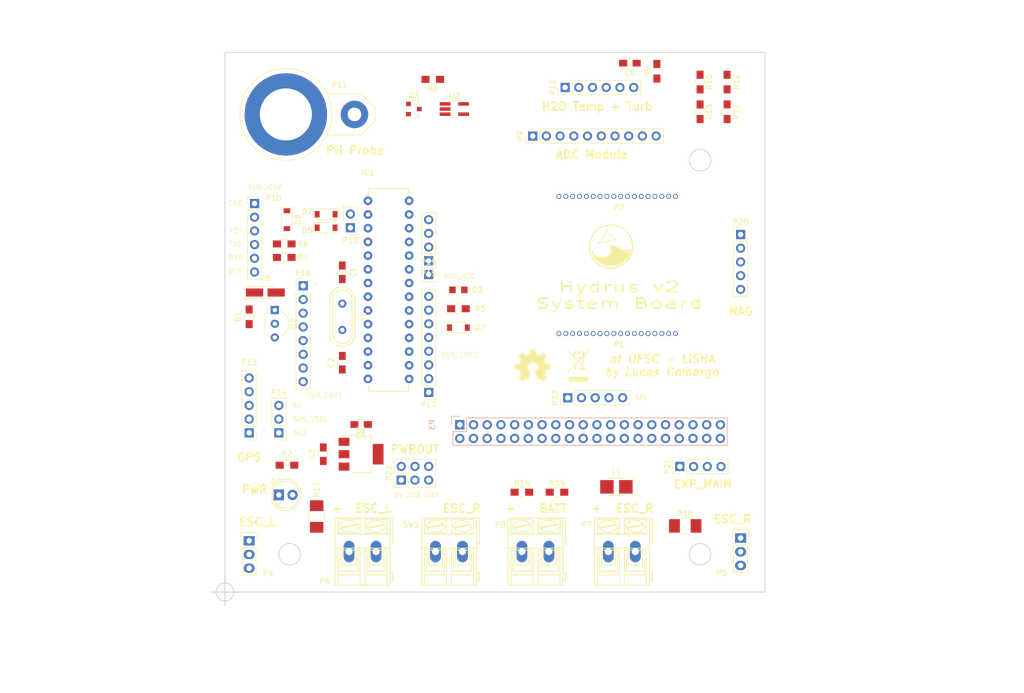
<source format=kicad_pcb>
(kicad_pcb (version 4) (host pcbnew 4.0.6-e0-6349~53~ubuntu16.04.1)

  (general
    (links 169)
    (no_connects 169)
    (area 80.924999 32.424999 181.075001 132.575001)
    (thickness 1.6)
    (drawings 66)
    (tracks 0)
    (zones 0)
    (modules 61)
    (nets 65)
  )

  (page A4)
  (layers
    (0 F.Cu signal)
    (31 B.Cu signal)
    (32 B.Adhes user)
    (33 F.Adhes user)
    (34 B.Paste user)
    (35 F.Paste user)
    (36 B.SilkS user)
    (37 F.SilkS user)
    (38 B.Mask user)
    (39 F.Mask user)
    (40 Dwgs.User user)
    (41 Cmts.User user)
    (42 Eco1.User user)
    (43 Eco2.User user)
    (44 Edge.Cuts user)
    (45 Margin user)
    (46 B.CrtYd user)
    (47 F.CrtYd user)
    (48 B.Fab user)
    (49 F.Fab user)
  )

  (setup
    (last_trace_width 0.5)
    (trace_clearance 0.2)
    (zone_clearance 0.4)
    (zone_45_only yes)
    (trace_min 0.2)
    (segment_width 0.2)
    (edge_width 0.15)
    (via_size 0.6)
    (via_drill 0.4)
    (via_min_size 0.4)
    (via_min_drill 0.3)
    (uvia_size 0.3)
    (uvia_drill 0.1)
    (uvias_allowed no)
    (uvia_min_size 0)
    (uvia_min_drill 0)
    (pcb_text_width 0.3)
    (pcb_text_size 1.5 1.5)
    (mod_edge_width 0.15)
    (mod_text_size 1 1)
    (mod_text_width 0.15)
    (pad_size 1.524 1.524)
    (pad_drill 0.762)
    (pad_to_mask_clearance 0.2)
    (aux_axis_origin 0 0)
    (visible_elements FFFEF77F)
    (pcbplotparams
      (layerselection 0x00030_80000001)
      (usegerberextensions false)
      (excludeedgelayer true)
      (linewidth 0.100000)
      (plotframeref false)
      (viasonmask false)
      (mode 1)
      (useauxorigin false)
      (hpglpennumber 1)
      (hpglpenspeed 20)
      (hpglpendiameter 15)
      (hpglpenoverlay 2)
      (psnegative false)
      (psa4output false)
      (plotreference true)
      (plotvalue true)
      (plotinvisibletext false)
      (padsonsilk false)
      (subtractmaskfromsilk false)
      (outputformat 1)
      (mirror false)
      (drillshape 1)
      (scaleselection 1)
      (outputdirectory ""))
  )

  (net 0 "")
  (net 1 +3V3)
  (net 2 GND)
  (net 3 spi_clk)
  (net 4 spi_cs0)
  (net 5 spi_miso)
  (net 6 spi_mosi)
  (net 7 i2c_scl)
  (net 8 i2c_sda)
  (net 9 +5V)
  (net 10 pwm_l)
  (net 11 pwm_r)
  (net 12 /PWR_BATT_SW)
  (net 13 /PWR_BATT)
  (net 14 "Net-(C1-Pad2)")
  (net 15 "Net-(C2-Pad2)")
  (net 16 "Net-(D1-Pad1)")
  (net 17 aux_icsp_dtr)
  (net 18 aux_reset_p)
  (net 19 aux_pwr)
  (net 20 "Net-(D3-Pad2)")
  (net 21 "Net-(D6-Pad2)")
  (net 22 "Net-(D7-Pad1)")
  (net 23 "Net-(D8-Pad2)")
  (net 24 aux_reset)
  (net 25 aux_icsp_txd)
  (net 26 aux_icsp_rxd)
  (net 27 "Net-(P11-Pad1)")
  (net 28 PH_BUF)
  (net 29 BATT_SENSE)
  (net 30 "Net-(L1-Pad2)")
  (net 31 GPIO0)
  (net 32 GPIO1)
  (net 33 GPIO2)
  (net 34 GPIO3)
  (net 35 GPIO4)
  (net 36 GPIO5)
  (net 37 TEMP_Vo)
  (net 38 /PH_BIAS)
  (net 39 TURB_Vo)
  (net 40 "Net-(P12-Pad6)")
  (net 41 GPS_VDD)
  (net 42 "Net-(R10-Pad2)")
  (net 43 TURB_Vo_div2)
  (net 44 GNDPWR)
  (net 45 "Net-(D6-Pad1)")
  (net 46 "Net-(D7-Pad2)")
  (net 47 "Net-(IC1-Pad4)")
  (net 48 "Net-(IC1-Pad5)")
  (net 49 "Net-(IC1-Pad6)")
  (net 50 "Net-(IC1-Pad11)")
  (net 51 "Net-(IC1-Pad12)")
  (net 52 "Net-(IC1-Pad13)")
  (net 53 "Net-(IC1-Pad14)")
  (net 54 "Net-(IC1-Pad15)")
  (net 55 "Net-(IC1-Pad16)")
  (net 56 "Net-(IC1-Pad17)")
  (net 57 "Net-(IC1-Pad18)")
  (net 58 "Net-(IC1-Pad19)")
  (net 59 "Net-(IC1-Pad23)")
  (net 60 "Net-(IC1-Pad24)")
  (net 61 "Net-(IC1-Pad25)")
  (net 62 "Net-(IC1-Pad26)")
  (net 63 GPS_Rx)
  (net 64 GPS_Tx)

  (net_class Default "This is the default net class."
    (clearance 0.2)
    (trace_width 0.5)
    (via_dia 0.6)
    (via_drill 0.4)
    (uvia_dia 0.3)
    (uvia_drill 0.1)
    (add_net /PH_BIAS)
    (add_net BATT_SENSE)
    (add_net GPIO0)
    (add_net GPIO1)
    (add_net GPIO2)
    (add_net GPIO3)
    (add_net GPIO4)
    (add_net GPIO5)
    (add_net GPS_Rx)
    (add_net GPS_Tx)
    (add_net GPS_VDD)
    (add_net "Net-(C1-Pad2)")
    (add_net "Net-(C2-Pad2)")
    (add_net "Net-(D1-Pad1)")
    (add_net "Net-(D3-Pad2)")
    (add_net "Net-(D6-Pad1)")
    (add_net "Net-(D6-Pad2)")
    (add_net "Net-(D7-Pad1)")
    (add_net "Net-(D7-Pad2)")
    (add_net "Net-(D8-Pad2)")
    (add_net "Net-(IC1-Pad11)")
    (add_net "Net-(IC1-Pad12)")
    (add_net "Net-(IC1-Pad13)")
    (add_net "Net-(IC1-Pad14)")
    (add_net "Net-(IC1-Pad15)")
    (add_net "Net-(IC1-Pad16)")
    (add_net "Net-(IC1-Pad17)")
    (add_net "Net-(IC1-Pad18)")
    (add_net "Net-(IC1-Pad19)")
    (add_net "Net-(IC1-Pad23)")
    (add_net "Net-(IC1-Pad24)")
    (add_net "Net-(IC1-Pad25)")
    (add_net "Net-(IC1-Pad26)")
    (add_net "Net-(IC1-Pad4)")
    (add_net "Net-(IC1-Pad5)")
    (add_net "Net-(IC1-Pad6)")
    (add_net "Net-(L1-Pad2)")
    (add_net "Net-(P11-Pad1)")
    (add_net "Net-(P12-Pad6)")
    (add_net "Net-(R10-Pad2)")
    (add_net TEMP_Vo)
    (add_net TURB_Vo)
    (add_net TURB_Vo_div2)
    (add_net aux_icsp_dtr)
    (add_net aux_icsp_rxd)
    (add_net aux_icsp_txd)
    (add_net aux_pwr)
    (add_net aux_reset)
    (add_net aux_reset_p)
    (add_net i2c_scl)
    (add_net i2c_sda)
    (add_net pwm_l)
    (add_net pwm_r)
    (add_net spi_clk)
    (add_net spi_cs0)
    (add_net spi_miso)
    (add_net spi_mosi)
  )

  (net_class HEAVY_PWR ""
    (clearance 1)
    (trace_width 1.75)
    (via_dia 0.6)
    (via_drill 0.4)
    (uvia_dia 0.3)
    (uvia_drill 0.1)
    (add_net /PWR_BATT)
    (add_net /PWR_BATT_SW)
    (add_net GNDPWR)
  )

  (net_class control_pwr ""
    (clearance 0.3)
    (trace_width 0.625)
    (via_dia 0.6)
    (via_drill 0.4)
    (uvia_dia 0.3)
    (uvia_drill 0.1)
    (add_net +3V3)
    (add_net +5V)
    (add_net GND)
  )

  (net_class fine ""
    (clearance 0.2)
    (trace_width 0.4)
    (via_dia 0.6)
    (via_drill 0.4)
    (uvia_dia 0.3)
    (uvia_drill 0.1)
    (add_net PH_BUF)
  )

  (module emote3:HEADER_18x1_EMOTE (layer F.Cu) (tedit 582666CB) (tstamp 582667A5)
    (at 153.66 84.6)
    (path /582665BF)
    (fp_text reference P1 (at 0.3 2) (layer F.SilkS)
      (effects (font (size 1 1) (thickness 0.15)))
    )
    (fp_text value EMOTE3_EXP1 (at 0 -1.7) (layer F.Fab)
      (effects (font (size 1 1) (thickness 0.15)))
    )
    (pad 1 thru_hole circle (at -10.795 0) (size 0.9 0.9) (drill 0.6) (layers *.Cu *.Mask))
    (pad 2 thru_hole circle (at -9.525 0) (size 0.9 0.9) (drill 0.6) (layers *.Cu *.Mask))
    (pad 3 thru_hole circle (at -8.255 0) (size 0.9 0.9) (drill 0.6) (layers *.Cu *.Mask)
      (net 64 GPS_Tx))
    (pad 4 thru_hole circle (at -6.985 0) (size 0.9 0.9) (drill 0.6) (layers *.Cu *.Mask)
      (net 63 GPS_Rx))
    (pad 5 thru_hole circle (at -5.715 0) (size 0.9 0.9) (drill 0.6) (layers *.Cu *.Mask)
      (net 3 spi_clk))
    (pad 6 thru_hole circle (at -4.445 0) (size 0.9 0.9) (drill 0.6) (layers *.Cu *.Mask)
      (net 4 spi_cs0))
    (pad 7 thru_hole circle (at -3.175 0) (size 0.9 0.9) (drill 0.6) (layers *.Cu *.Mask)
      (net 5 spi_miso))
    (pad 8 thru_hole circle (at -1.905 0) (size 0.9 0.9) (drill 0.6) (layers *.Cu *.Mask)
      (net 6 spi_mosi))
    (pad 9 thru_hole circle (at -0.635 0) (size 0.9 0.9) (drill 0.6) (layers *.Cu *.Mask)
      (net 24 aux_reset))
    (pad 10 thru_hole circle (at 0.635 0) (size 0.9 0.9) (drill 0.6) (layers *.Cu *.Mask))
    (pad 11 thru_hole circle (at 1.905 0) (size 0.9 0.9) (drill 0.6) (layers *.Cu *.Mask)
      (net 31 GPIO0))
    (pad 12 thru_hole circle (at 3.175 0) (size 0.9 0.9) (drill 0.6) (layers *.Cu *.Mask)
      (net 32 GPIO1))
    (pad 13 thru_hole circle (at 4.445 0) (size 0.9 0.9) (drill 0.6) (layers *.Cu *.Mask)
      (net 33 GPIO2))
    (pad 14 thru_hole circle (at 5.715 0) (size 0.9 0.9) (drill 0.6) (layers *.Cu *.Mask)
      (net 34 GPIO3))
    (pad 15 thru_hole circle (at 6.985 0) (size 0.9 0.9) (drill 0.6) (layers *.Cu *.Mask)
      (net 35 GPIO4))
    (pad 16 thru_hole circle (at 8.255 0) (size 0.9 0.9) (drill 0.6) (layers *.Cu *.Mask)
      (net 36 GPIO5))
    (pad 17 thru_hole circle (at 9.525 0) (size 0.9 0.9) (drill 0.6) (layers *.Cu *.Mask)
      (net 1 +3V3))
    (pad 18 thru_hole circle (at 10.795 0) (size 0.9 0.9) (drill 0.6) (layers *.Cu *.Mask)
      (net 2 GND))
  )

  (module emote3:HEADER_18x1_EMOTE (layer F.Cu) (tedit 582666CB) (tstamp 582667BB)
    (at 153.66 59.2)
    (path /5826664F)
    (fp_text reference P2 (at 0.3 2) (layer F.SilkS)
      (effects (font (size 1 1) (thickness 0.15)))
    )
    (fp_text value EMOTE3_EXP2 (at 0 -1.7) (layer F.Fab)
      (effects (font (size 1 1) (thickness 0.15)))
    )
    (pad 1 thru_hole circle (at -10.795 0) (size 0.9 0.9) (drill 0.6) (layers *.Cu *.Mask))
    (pad 2 thru_hole circle (at -9.525 0) (size 0.9 0.9) (drill 0.6) (layers *.Cu *.Mask))
    (pad 3 thru_hole circle (at -8.255 0) (size 0.9 0.9) (drill 0.6) (layers *.Cu *.Mask))
    (pad 4 thru_hole circle (at -6.985 0) (size 0.9 0.9) (drill 0.6) (layers *.Cu *.Mask))
    (pad 5 thru_hole circle (at -5.715 0) (size 0.9 0.9) (drill 0.6) (layers *.Cu *.Mask))
    (pad 6 thru_hole circle (at -4.445 0) (size 0.9 0.9) (drill 0.6) (layers *.Cu *.Mask)
      (net 7 i2c_scl))
    (pad 7 thru_hole circle (at -3.175 0) (size 0.9 0.9) (drill 0.6) (layers *.Cu *.Mask)
      (net 8 i2c_sda))
    (pad 8 thru_hole circle (at -1.905 0) (size 0.9 0.9) (drill 0.6) (layers *.Cu *.Mask))
    (pad 9 thru_hole circle (at -0.635 0) (size 0.9 0.9) (drill 0.6) (layers *.Cu *.Mask))
    (pad 10 thru_hole circle (at 0.635 0) (size 0.9 0.9) (drill 0.6) (layers *.Cu *.Mask))
    (pad 11 thru_hole circle (at 1.905 0) (size 0.9 0.9) (drill 0.6) (layers *.Cu *.Mask))
    (pad 12 thru_hole circle (at 3.175 0) (size 0.9 0.9) (drill 0.6) (layers *.Cu *.Mask))
    (pad 13 thru_hole circle (at 4.445 0) (size 0.9 0.9) (drill 0.6) (layers *.Cu *.Mask))
    (pad 14 thru_hole circle (at 5.715 0) (size 0.9 0.9) (drill 0.6) (layers *.Cu *.Mask))
    (pad 15 thru_hole circle (at 6.985 0) (size 0.9 0.9) (drill 0.6) (layers *.Cu *.Mask))
    (pad 16 thru_hole circle (at 8.255 0) (size 0.9 0.9) (drill 0.6) (layers *.Cu *.Mask))
    (pad 17 thru_hole circle (at 9.525 0) (size 0.9 0.9) (drill 0.6) (layers *.Cu *.Mask)
      (net 1 +3V3))
    (pad 18 thru_hole circle (at 10.795 0) (size 0.9 0.9) (drill 0.6) (layers *.Cu *.Mask)
      (net 2 GND))
  )

  (module Pin_Headers:Pin_Header_Straight_2x20 (layer B.Cu) (tedit 0) (tstamp 58267448)
    (at 124.5 101.5 270)
    (descr "Through hole pin header")
    (tags "pin header")
    (path /58267E1A)
    (fp_text reference P3 (at 0 5.1 270) (layer B.SilkS)
      (effects (font (size 1 1) (thickness 0.15)) (justify mirror))
    )
    (fp_text value rbpi (at 0 3.1 270) (layer B.Fab)
      (effects (font (size 1 1) (thickness 0.15)) (justify mirror))
    )
    (fp_line (start -1.75 1.75) (end -1.75 -50.05) (layer B.CrtYd) (width 0.05))
    (fp_line (start 4.3 1.75) (end 4.3 -50.05) (layer B.CrtYd) (width 0.05))
    (fp_line (start -1.75 1.75) (end 4.3 1.75) (layer B.CrtYd) (width 0.05))
    (fp_line (start -1.75 -50.05) (end 4.3 -50.05) (layer B.CrtYd) (width 0.05))
    (fp_line (start 3.81 -49.53) (end 3.81 1.27) (layer B.SilkS) (width 0.15))
    (fp_line (start -1.27 -1.27) (end -1.27 -49.53) (layer B.SilkS) (width 0.15))
    (fp_line (start 3.81 -49.53) (end -1.27 -49.53) (layer B.SilkS) (width 0.15))
    (fp_line (start 3.81 1.27) (end 1.27 1.27) (layer B.SilkS) (width 0.15))
    (fp_line (start 0 1.55) (end -1.55 1.55) (layer B.SilkS) (width 0.15))
    (fp_line (start 1.27 1.27) (end 1.27 -1.27) (layer B.SilkS) (width 0.15))
    (fp_line (start 1.27 -1.27) (end -1.27 -1.27) (layer B.SilkS) (width 0.15))
    (fp_line (start -1.55 1.55) (end -1.55 0) (layer B.SilkS) (width 0.15))
    (pad 1 thru_hole rect (at 0 0 270) (size 1.7272 1.7272) (drill 1.016) (layers *.Cu *.Mask))
    (pad 2 thru_hole oval (at 2.54 0 270) (size 1.7272 1.7272) (drill 1.016) (layers *.Cu *.Mask)
      (net 9 +5V))
    (pad 3 thru_hole oval (at 0 -2.54 270) (size 1.7272 1.7272) (drill 1.016) (layers *.Cu *.Mask)
      (net 8 i2c_sda))
    (pad 4 thru_hole oval (at 2.54 -2.54 270) (size 1.7272 1.7272) (drill 1.016) (layers *.Cu *.Mask)
      (net 9 +5V))
    (pad 5 thru_hole oval (at 0 -5.08 270) (size 1.7272 1.7272) (drill 1.016) (layers *.Cu *.Mask)
      (net 7 i2c_scl))
    (pad 6 thru_hole oval (at 2.54 -5.08 270) (size 1.7272 1.7272) (drill 1.016) (layers *.Cu *.Mask)
      (net 2 GND))
    (pad 7 thru_hole oval (at 0 -7.62 270) (size 1.7272 1.7272) (drill 1.016) (layers *.Cu *.Mask)
      (net 24 aux_reset))
    (pad 8 thru_hole oval (at 2.54 -7.62 270) (size 1.7272 1.7272) (drill 1.016) (layers *.Cu *.Mask)
      (net 63 GPS_Rx))
    (pad 9 thru_hole oval (at 0 -10.16 270) (size 1.7272 1.7272) (drill 1.016) (layers *.Cu *.Mask)
      (net 2 GND))
    (pad 10 thru_hole oval (at 2.54 -10.16 270) (size 1.7272 1.7272) (drill 1.016) (layers *.Cu *.Mask)
      (net 64 GPS_Tx))
    (pad 11 thru_hole oval (at 0 -12.7 270) (size 1.7272 1.7272) (drill 1.016) (layers *.Cu *.Mask))
    (pad 12 thru_hole oval (at 2.54 -12.7 270) (size 1.7272 1.7272) (drill 1.016) (layers *.Cu *.Mask)
      (net 10 pwm_l))
    (pad 13 thru_hole oval (at 0 -15.24 270) (size 1.7272 1.7272) (drill 1.016) (layers *.Cu *.Mask))
    (pad 14 thru_hole oval (at 2.54 -15.24 270) (size 1.7272 1.7272) (drill 1.016) (layers *.Cu *.Mask)
      (net 2 GND))
    (pad 15 thru_hole oval (at 0 -17.78 270) (size 1.7272 1.7272) (drill 1.016) (layers *.Cu *.Mask))
    (pad 16 thru_hole oval (at 2.54 -17.78 270) (size 1.7272 1.7272) (drill 1.016) (layers *.Cu *.Mask))
    (pad 17 thru_hole oval (at 0 -20.32 270) (size 1.7272 1.7272) (drill 1.016) (layers *.Cu *.Mask))
    (pad 18 thru_hole oval (at 2.54 -20.32 270) (size 1.7272 1.7272) (drill 1.016) (layers *.Cu *.Mask))
    (pad 19 thru_hole oval (at 0 -22.86 270) (size 1.7272 1.7272) (drill 1.016) (layers *.Cu *.Mask)
      (net 6 spi_mosi))
    (pad 20 thru_hole oval (at 2.54 -22.86 270) (size 1.7272 1.7272) (drill 1.016) (layers *.Cu *.Mask)
      (net 2 GND))
    (pad 21 thru_hole oval (at 0 -25.4 270) (size 1.7272 1.7272) (drill 1.016) (layers *.Cu *.Mask)
      (net 5 spi_miso))
    (pad 22 thru_hole oval (at 2.54 -25.4 270) (size 1.7272 1.7272) (drill 1.016) (layers *.Cu *.Mask))
    (pad 23 thru_hole oval (at 0 -27.94 270) (size 1.7272 1.7272) (drill 1.016) (layers *.Cu *.Mask)
      (net 3 spi_clk))
    (pad 24 thru_hole oval (at 2.54 -27.94 270) (size 1.7272 1.7272) (drill 1.016) (layers *.Cu *.Mask)
      (net 4 spi_cs0))
    (pad 25 thru_hole oval (at 0 -30.48 270) (size 1.7272 1.7272) (drill 1.016) (layers *.Cu *.Mask)
      (net 2 GND))
    (pad 26 thru_hole oval (at 2.54 -30.48 270) (size 1.7272 1.7272) (drill 1.016) (layers *.Cu *.Mask))
    (pad 27 thru_hole oval (at 0 -33.02 270) (size 1.7272 1.7272) (drill 1.016) (layers *.Cu *.Mask)
      (net 31 GPIO0))
    (pad 28 thru_hole oval (at 2.54 -33.02 270) (size 1.7272 1.7272) (drill 1.016) (layers *.Cu *.Mask))
    (pad 29 thru_hole oval (at 0 -35.56 270) (size 1.7272 1.7272) (drill 1.016) (layers *.Cu *.Mask)
      (net 32 GPIO1))
    (pad 30 thru_hole oval (at 2.54 -35.56 270) (size 1.7272 1.7272) (drill 1.016) (layers *.Cu *.Mask)
      (net 2 GND))
    (pad 31 thru_hole oval (at 0 -38.1 270) (size 1.7272 1.7272) (drill 1.016) (layers *.Cu *.Mask)
      (net 33 GPIO2))
    (pad 32 thru_hole oval (at 2.54 -38.1 270) (size 1.7272 1.7272) (drill 1.016) (layers *.Cu *.Mask))
    (pad 33 thru_hole oval (at 0 -40.64 270) (size 1.7272 1.7272) (drill 1.016) (layers *.Cu *.Mask))
    (pad 34 thru_hole oval (at 2.54 -40.64 270) (size 1.7272 1.7272) (drill 1.016) (layers *.Cu *.Mask)
      (net 2 GND))
    (pad 35 thru_hole oval (at 0 -43.18 270) (size 1.7272 1.7272) (drill 1.016) (layers *.Cu *.Mask)
      (net 11 pwm_r))
    (pad 36 thru_hole oval (at 2.54 -43.18 270) (size 1.7272 1.7272) (drill 1.016) (layers *.Cu *.Mask)
      (net 34 GPIO3))
    (pad 37 thru_hole oval (at 0 -45.72 270) (size 1.7272 1.7272) (drill 1.016) (layers *.Cu *.Mask))
    (pad 38 thru_hole oval (at 2.54 -45.72 270) (size 1.7272 1.7272) (drill 1.016) (layers *.Cu *.Mask)
      (net 35 GPIO4))
    (pad 39 thru_hole oval (at 0 -48.26 270) (size 1.7272 1.7272) (drill 1.016) (layers *.Cu *.Mask)
      (net 2 GND))
    (pad 40 thru_hole oval (at 2.54 -48.26 270) (size 1.7272 1.7272) (drill 1.016) (layers *.Cu *.Mask)
      (net 36 GPIO5))
    (model Pin_Headers.3dshapes/Pin_Header_Straight_2x20.wrl
      (at (xyz 0.05 -0.95 0))
      (scale (xyz 1 1 1))
      (rotate (xyz 0 0 90))
    )
  )

  (module Pin_Headers:Pin_Header_Straight_1x03 (layer F.Cu) (tedit 592654C7) (tstamp 58267C70)
    (at 85.5 123)
    (descr "Through hole pin header")
    (tags "pin header")
    (path /5826B94C)
    (fp_text reference P4 (at 3.5 6) (layer F.SilkS)
      (effects (font (size 1 1) (thickness 0.15)))
    )
    (fp_text value ESC_L (at 0 -3.1) (layer F.Fab)
      (effects (font (size 1 1) (thickness 0.15)))
    )
    (fp_line (start -1.75 -1.75) (end -1.75 6.85) (layer F.CrtYd) (width 0.05))
    (fp_line (start 1.75 -1.75) (end 1.75 6.85) (layer F.CrtYd) (width 0.05))
    (fp_line (start -1.75 -1.75) (end 1.75 -1.75) (layer F.CrtYd) (width 0.05))
    (fp_line (start -1.75 6.85) (end 1.75 6.85) (layer F.CrtYd) (width 0.05))
    (fp_line (start -1.27 1.27) (end -1.27 6.35) (layer F.SilkS) (width 0.15))
    (fp_line (start -1.27 6.35) (end 1.27 6.35) (layer F.SilkS) (width 0.15))
    (fp_line (start 1.27 6.35) (end 1.27 1.27) (layer F.SilkS) (width 0.15))
    (fp_line (start 1.55 -1.55) (end 1.55 0) (layer F.SilkS) (width 0.15))
    (fp_line (start 1.27 1.27) (end -1.27 1.27) (layer F.SilkS) (width 0.15))
    (fp_line (start -1.55 0) (end -1.55 -1.55) (layer F.SilkS) (width 0.15))
    (fp_line (start -1.55 -1.55) (end 1.55 -1.55) (layer F.SilkS) (width 0.15))
    (pad 1 thru_hole rect (at 0 0) (size 2.032 1.7272) (drill 1.016) (layers *.Cu *.Mask)
      (net 10 pwm_l))
    (pad 2 thru_hole oval (at 0 2.54) (size 2.032 1.7272) (drill 1.016) (layers *.Cu *.Mask)
      (net 9 +5V))
    (pad 3 thru_hole oval (at 0 5.08) (size 2.032 1.7272) (drill 1.016) (layers *.Cu *.Mask)
      (net 2 GND))
    (model Pin_Headers.3dshapes/Pin_Header_Straight_1x03.wrl
      (at (xyz 0 -0.1 0))
      (scale (xyz 1 1 1))
      (rotate (xyz 0 0 90))
    )
  )

  (module Pin_Headers:Pin_Header_Straight_1x03 (layer F.Cu) (tedit 592654BE) (tstamp 58267C77)
    (at 176.5 122.5)
    (descr "Through hole pin header")
    (tags "pin header")
    (path /5826B9C1)
    (fp_text reference P5 (at -3.5 6.5) (layer F.SilkS)
      (effects (font (size 1 1) (thickness 0.15)))
    )
    (fp_text value ESC_R (at 0 -3.1) (layer F.Fab)
      (effects (font (size 1 1) (thickness 0.15)))
    )
    (fp_line (start -1.75 -1.75) (end -1.75 6.85) (layer F.CrtYd) (width 0.05))
    (fp_line (start 1.75 -1.75) (end 1.75 6.85) (layer F.CrtYd) (width 0.05))
    (fp_line (start -1.75 -1.75) (end 1.75 -1.75) (layer F.CrtYd) (width 0.05))
    (fp_line (start -1.75 6.85) (end 1.75 6.85) (layer F.CrtYd) (width 0.05))
    (fp_line (start -1.27 1.27) (end -1.27 6.35) (layer F.SilkS) (width 0.15))
    (fp_line (start -1.27 6.35) (end 1.27 6.35) (layer F.SilkS) (width 0.15))
    (fp_line (start 1.27 6.35) (end 1.27 1.27) (layer F.SilkS) (width 0.15))
    (fp_line (start 1.55 -1.55) (end 1.55 0) (layer F.SilkS) (width 0.15))
    (fp_line (start 1.27 1.27) (end -1.27 1.27) (layer F.SilkS) (width 0.15))
    (fp_line (start -1.55 0) (end -1.55 -1.55) (layer F.SilkS) (width 0.15))
    (fp_line (start -1.55 -1.55) (end 1.55 -1.55) (layer F.SilkS) (width 0.15))
    (pad 1 thru_hole rect (at 0 0) (size 2.032 1.7272) (drill 1.016) (layers *.Cu *.Mask)
      (net 11 pwm_r))
    (pad 2 thru_hole oval (at 0 2.54) (size 2.032 1.7272) (drill 1.016) (layers *.Cu *.Mask)
      (net 9 +5V))
    (pad 3 thru_hole oval (at 0 5.08) (size 2.032 1.7272) (drill 1.016) (layers *.Cu *.Mask)
      (net 2 GND))
    (model Pin_Headers.3dshapes/Pin_Header_Straight_1x03.wrl
      (at (xyz 0 -0.1 0))
      (scale (xyz 1 1 1))
      (rotate (xyz 0 0 90))
    )
  )

  (module Connect:AK300-2 (layer F.Cu) (tedit 592631E3) (tstamp 58267F72)
    (at 104 125)
    (descr CONNECTOR)
    (tags CONNECTOR)
    (path /5826CB02)
    (attr virtual)
    (fp_text reference P6 (at -4.5 5.5) (layer F.SilkS)
      (effects (font (size 1 1) (thickness 0.15)))
    )
    (fp_text value ESC_L_PWR (at 4 -7.5) (layer F.Fab)
      (effects (font (size 1 1) (thickness 0.15)))
    )
    (fp_line (start 8.363 -6.473) (end -2.83 -6.473) (layer F.CrtYd) (width 0.05))
    (fp_line (start 8.363 6.473) (end 8.363 -6.473) (layer F.CrtYd) (width 0.05))
    (fp_line (start -2.83 6.473) (end 8.363 6.473) (layer F.CrtYd) (width 0.05))
    (fp_line (start -2.83 -6.473) (end -2.83 6.473) (layer F.CrtYd) (width 0.05))
    (fp_line (start -1.2596 2.54) (end 1.2804 2.54) (layer F.SilkS) (width 0.15))
    (fp_line (start 1.2804 2.54) (end 1.2804 -0.254) (layer F.SilkS) (width 0.15))
    (fp_line (start -1.2596 -0.254) (end 1.2804 -0.254) (layer F.SilkS) (width 0.15))
    (fp_line (start -1.2596 2.54) (end -1.2596 -0.254) (layer F.SilkS) (width 0.15))
    (fp_line (start 3.7442 2.54) (end 6.2842 2.54) (layer F.SilkS) (width 0.15))
    (fp_line (start 6.2842 2.54) (end 6.2842 -0.254) (layer F.SilkS) (width 0.15))
    (fp_line (start 3.7442 -0.254) (end 6.2842 -0.254) (layer F.SilkS) (width 0.15))
    (fp_line (start 3.7442 2.54) (end 3.7442 -0.254) (layer F.SilkS) (width 0.15))
    (fp_line (start 7.605 -6.223) (end 7.605 -3.175) (layer F.SilkS) (width 0.15))
    (fp_line (start 7.605 -6.223) (end -2.58 -6.223) (layer F.SilkS) (width 0.15))
    (fp_line (start 7.605 -6.223) (end 8.113 -6.223) (layer F.SilkS) (width 0.15))
    (fp_line (start 8.113 -6.223) (end 8.113 -1.397) (layer F.SilkS) (width 0.15))
    (fp_line (start 8.113 -1.397) (end 7.605 -1.651) (layer F.SilkS) (width 0.15))
    (fp_line (start 8.113 5.461) (end 7.605 5.207) (layer F.SilkS) (width 0.15))
    (fp_line (start 7.605 5.207) (end 7.605 6.223) (layer F.SilkS) (width 0.15))
    (fp_line (start 8.113 3.81) (end 7.605 4.064) (layer F.SilkS) (width 0.15))
    (fp_line (start 7.605 4.064) (end 7.605 5.207) (layer F.SilkS) (width 0.15))
    (fp_line (start 8.113 3.81) (end 8.113 5.461) (layer F.SilkS) (width 0.15))
    (fp_line (start 2.9822 6.223) (end 2.9822 4.318) (layer F.SilkS) (width 0.15))
    (fp_line (start 7.0462 -0.254) (end 7.0462 4.318) (layer F.SilkS) (width 0.15))
    (fp_line (start 2.9822 6.223) (end 7.0462 6.223) (layer F.SilkS) (width 0.15))
    (fp_line (start 7.0462 6.223) (end 7.605 6.223) (layer F.SilkS) (width 0.15))
    (fp_line (start 2.0424 6.223) (end 2.0424 4.318) (layer F.SilkS) (width 0.15))
    (fp_line (start 2.0424 6.223) (end 2.9822 6.223) (layer F.SilkS) (width 0.15))
    (fp_line (start -2.0216 -0.254) (end -2.0216 4.318) (layer F.SilkS) (width 0.15))
    (fp_line (start -2.58 6.223) (end -2.0216 6.223) (layer F.SilkS) (width 0.15))
    (fp_line (start -2.0216 6.223) (end 2.0424 6.223) (layer F.SilkS) (width 0.15))
    (fp_line (start 2.9822 4.318) (end 7.0462 4.318) (layer F.SilkS) (width 0.15))
    (fp_line (start 2.9822 4.318) (end 2.9822 -0.254) (layer F.SilkS) (width 0.15))
    (fp_line (start 7.0462 4.318) (end 7.0462 6.223) (layer F.SilkS) (width 0.15))
    (fp_line (start 2.0424 4.318) (end -2.0216 4.318) (layer F.SilkS) (width 0.15))
    (fp_line (start 2.0424 4.318) (end 2.0424 -0.254) (layer F.SilkS) (width 0.15))
    (fp_line (start -2.0216 4.318) (end -2.0216 6.223) (layer F.SilkS) (width 0.15))
    (fp_line (start 6.6652 3.683) (end 6.6652 0.508) (layer F.SilkS) (width 0.15))
    (fp_line (start 6.6652 3.683) (end 3.3632 3.683) (layer F.SilkS) (width 0.15))
    (fp_line (start 3.3632 3.683) (end 3.3632 0.508) (layer F.SilkS) (width 0.15))
    (fp_line (start 1.6614 3.683) (end 1.6614 0.508) (layer F.SilkS) (width 0.15))
    (fp_line (start 1.6614 3.683) (end -1.6406 3.683) (layer F.SilkS) (width 0.15))
    (fp_line (start -1.6406 3.683) (end -1.6406 0.508) (layer F.SilkS) (width 0.15))
    (fp_line (start -1.6406 0.508) (end -1.2596 0.508) (layer F.SilkS) (width 0.15))
    (fp_line (start 1.6614 0.508) (end 1.2804 0.508) (layer F.SilkS) (width 0.15))
    (fp_line (start 3.3632 0.508) (end 3.7442 0.508) (layer F.SilkS) (width 0.15))
    (fp_line (start 6.6652 0.508) (end 6.2842 0.508) (layer F.SilkS) (width 0.15))
    (fp_line (start -2.58 6.223) (end -2.58 -0.635) (layer F.SilkS) (width 0.15))
    (fp_line (start -2.58 -0.635) (end -2.58 -3.175) (layer F.SilkS) (width 0.15))
    (fp_line (start 7.605 -1.651) (end 7.605 -0.635) (layer F.SilkS) (width 0.15))
    (fp_line (start 7.605 -0.635) (end 7.605 4.064) (layer F.SilkS) (width 0.15))
    (fp_line (start -2.58 -3.175) (end 7.605 -3.175) (layer F.SilkS) (width 0.15))
    (fp_line (start -2.58 -3.175) (end -2.58 -6.223) (layer F.SilkS) (width 0.15))
    (fp_line (start 7.605 -3.175) (end 7.605 -1.651) (layer F.SilkS) (width 0.15))
    (fp_line (start 2.9822 -3.429) (end 2.9822 -5.969) (layer F.SilkS) (width 0.15))
    (fp_line (start 2.9822 -5.969) (end 7.0462 -5.969) (layer F.SilkS) (width 0.15))
    (fp_line (start 7.0462 -5.969) (end 7.0462 -3.429) (layer F.SilkS) (width 0.15))
    (fp_line (start 7.0462 -3.429) (end 2.9822 -3.429) (layer F.SilkS) (width 0.15))
    (fp_line (start 2.0424 -3.429) (end 2.0424 -5.969) (layer F.SilkS) (width 0.15))
    (fp_line (start 2.0424 -3.429) (end -2.0216 -3.429) (layer F.SilkS) (width 0.15))
    (fp_line (start -2.0216 -3.429) (end -2.0216 -5.969) (layer F.SilkS) (width 0.15))
    (fp_line (start 2.0424 -5.969) (end -2.0216 -5.969) (layer F.SilkS) (width 0.15))
    (fp_line (start 3.3886 -4.445) (end 6.4366 -5.08) (layer F.SilkS) (width 0.15))
    (fp_line (start 3.5156 -4.318) (end 6.5636 -4.953) (layer F.SilkS) (width 0.15))
    (fp_line (start -1.6152 -4.445) (end 1.43534 -5.08) (layer F.SilkS) (width 0.15))
    (fp_line (start -1.4882 -4.318) (end 1.5598 -4.953) (layer F.SilkS) (width 0.15))
    (fp_line (start -2.0216 -0.254) (end -1.6406 -0.254) (layer F.SilkS) (width 0.15))
    (fp_line (start 2.0424 -0.254) (end 1.6614 -0.254) (layer F.SilkS) (width 0.15))
    (fp_line (start 1.6614 -0.254) (end -1.6406 -0.254) (layer F.SilkS) (width 0.15))
    (fp_line (start -2.58 -0.635) (end -1.6406 -0.635) (layer F.SilkS) (width 0.15))
    (fp_line (start -1.6406 -0.635) (end 1.6614 -0.635) (layer F.SilkS) (width 0.15))
    (fp_line (start 1.6614 -0.635) (end 3.3632 -0.635) (layer F.SilkS) (width 0.15))
    (fp_line (start 7.605 -0.635) (end 6.6652 -0.635) (layer F.SilkS) (width 0.15))
    (fp_line (start 6.6652 -0.635) (end 3.3632 -0.635) (layer F.SilkS) (width 0.15))
    (fp_line (start 7.0462 -0.254) (end 6.6652 -0.254) (layer F.SilkS) (width 0.15))
    (fp_line (start 2.9822 -0.254) (end 3.3632 -0.254) (layer F.SilkS) (width 0.15))
    (fp_line (start 3.3632 -0.254) (end 6.6652 -0.254) (layer F.SilkS) (width 0.15))
    (fp_arc (start 6.0302 -4.59486) (end 6.53566 -5.05206) (angle 90.5) (layer F.SilkS) (width 0.15))
    (fp_arc (start 5.065 -6.0706) (end 6.52804 -4.11734) (angle 75.5) (layer F.SilkS) (width 0.15))
    (fp_arc (start 4.98626 -3.7084) (end 3.3886 -5.0038) (angle 100) (layer F.SilkS) (width 0.15))
    (fp_arc (start 3.8712 -4.64566) (end 3.58164 -4.1275) (angle 104.2) (layer F.SilkS) (width 0.15))
    (fp_arc (start 1.0264 -4.59486) (end 1.5344 -5.05206) (angle 90.5) (layer F.SilkS) (width 0.15))
    (fp_arc (start 0.06374 -6.0706) (end 1.52678 -4.11734) (angle 75.5) (layer F.SilkS) (width 0.15))
    (fp_arc (start -0.01246 -3.7084) (end -1.6152 -5.0038) (angle 100) (layer F.SilkS) (width 0.15))
    (fp_arc (start -1.1326 -4.64566) (end -1.41962 -4.1275) (angle 104.2) (layer F.SilkS) (width 0.15))
    (pad 1 thru_hole oval (at 0 0) (size 1.9812 3.9624) (drill 1.3208) (layers *.Cu F.Paste F.Mask)
      (net 12 /PWR_BATT_SW))
    (pad 2 thru_hole oval (at 5 0) (size 1.9812 3.9624) (drill 1.3208) (layers *.Cu F.Paste F.Mask)
      (net 44 GNDPWR))
  )

  (module Connect:AK300-2 (layer F.Cu) (tedit 592631F3) (tstamp 58267F78)
    (at 152 125)
    (descr CONNECTOR)
    (tags CONNECTOR)
    (path /5826CCA0)
    (attr virtual)
    (fp_text reference P7 (at -4 -5) (layer F.SilkS)
      (effects (font (size 1 1) (thickness 0.15)))
    )
    (fp_text value ESC_R_PWR (at 4.5 -7.5) (layer F.Fab)
      (effects (font (size 1 1) (thickness 0.15)))
    )
    (fp_line (start 8.363 -6.473) (end -2.83 -6.473) (layer F.CrtYd) (width 0.05))
    (fp_line (start 8.363 6.473) (end 8.363 -6.473) (layer F.CrtYd) (width 0.05))
    (fp_line (start -2.83 6.473) (end 8.363 6.473) (layer F.CrtYd) (width 0.05))
    (fp_line (start -2.83 -6.473) (end -2.83 6.473) (layer F.CrtYd) (width 0.05))
    (fp_line (start -1.2596 2.54) (end 1.2804 2.54) (layer F.SilkS) (width 0.15))
    (fp_line (start 1.2804 2.54) (end 1.2804 -0.254) (layer F.SilkS) (width 0.15))
    (fp_line (start -1.2596 -0.254) (end 1.2804 -0.254) (layer F.SilkS) (width 0.15))
    (fp_line (start -1.2596 2.54) (end -1.2596 -0.254) (layer F.SilkS) (width 0.15))
    (fp_line (start 3.7442 2.54) (end 6.2842 2.54) (layer F.SilkS) (width 0.15))
    (fp_line (start 6.2842 2.54) (end 6.2842 -0.254) (layer F.SilkS) (width 0.15))
    (fp_line (start 3.7442 -0.254) (end 6.2842 -0.254) (layer F.SilkS) (width 0.15))
    (fp_line (start 3.7442 2.54) (end 3.7442 -0.254) (layer F.SilkS) (width 0.15))
    (fp_line (start 7.605 -6.223) (end 7.605 -3.175) (layer F.SilkS) (width 0.15))
    (fp_line (start 7.605 -6.223) (end -2.58 -6.223) (layer F.SilkS) (width 0.15))
    (fp_line (start 7.605 -6.223) (end 8.113 -6.223) (layer F.SilkS) (width 0.15))
    (fp_line (start 8.113 -6.223) (end 8.113 -1.397) (layer F.SilkS) (width 0.15))
    (fp_line (start 8.113 -1.397) (end 7.605 -1.651) (layer F.SilkS) (width 0.15))
    (fp_line (start 8.113 5.461) (end 7.605 5.207) (layer F.SilkS) (width 0.15))
    (fp_line (start 7.605 5.207) (end 7.605 6.223) (layer F.SilkS) (width 0.15))
    (fp_line (start 8.113 3.81) (end 7.605 4.064) (layer F.SilkS) (width 0.15))
    (fp_line (start 7.605 4.064) (end 7.605 5.207) (layer F.SilkS) (width 0.15))
    (fp_line (start 8.113 3.81) (end 8.113 5.461) (layer F.SilkS) (width 0.15))
    (fp_line (start 2.9822 6.223) (end 2.9822 4.318) (layer F.SilkS) (width 0.15))
    (fp_line (start 7.0462 -0.254) (end 7.0462 4.318) (layer F.SilkS) (width 0.15))
    (fp_line (start 2.9822 6.223) (end 7.0462 6.223) (layer F.SilkS) (width 0.15))
    (fp_line (start 7.0462 6.223) (end 7.605 6.223) (layer F.SilkS) (width 0.15))
    (fp_line (start 2.0424 6.223) (end 2.0424 4.318) (layer F.SilkS) (width 0.15))
    (fp_line (start 2.0424 6.223) (end 2.9822 6.223) (layer F.SilkS) (width 0.15))
    (fp_line (start -2.0216 -0.254) (end -2.0216 4.318) (layer F.SilkS) (width 0.15))
    (fp_line (start -2.58 6.223) (end -2.0216 6.223) (layer F.SilkS) (width 0.15))
    (fp_line (start -2.0216 6.223) (end 2.0424 6.223) (layer F.SilkS) (width 0.15))
    (fp_line (start 2.9822 4.318) (end 7.0462 4.318) (layer F.SilkS) (width 0.15))
    (fp_line (start 2.9822 4.318) (end 2.9822 -0.254) (layer F.SilkS) (width 0.15))
    (fp_line (start 7.0462 4.318) (end 7.0462 6.223) (layer F.SilkS) (width 0.15))
    (fp_line (start 2.0424 4.318) (end -2.0216 4.318) (layer F.SilkS) (width 0.15))
    (fp_line (start 2.0424 4.318) (end 2.0424 -0.254) (layer F.SilkS) (width 0.15))
    (fp_line (start -2.0216 4.318) (end -2.0216 6.223) (layer F.SilkS) (width 0.15))
    (fp_line (start 6.6652 3.683) (end 6.6652 0.508) (layer F.SilkS) (width 0.15))
    (fp_line (start 6.6652 3.683) (end 3.3632 3.683) (layer F.SilkS) (width 0.15))
    (fp_line (start 3.3632 3.683) (end 3.3632 0.508) (layer F.SilkS) (width 0.15))
    (fp_line (start 1.6614 3.683) (end 1.6614 0.508) (layer F.SilkS) (width 0.15))
    (fp_line (start 1.6614 3.683) (end -1.6406 3.683) (layer F.SilkS) (width 0.15))
    (fp_line (start -1.6406 3.683) (end -1.6406 0.508) (layer F.SilkS) (width 0.15))
    (fp_line (start -1.6406 0.508) (end -1.2596 0.508) (layer F.SilkS) (width 0.15))
    (fp_line (start 1.6614 0.508) (end 1.2804 0.508) (layer F.SilkS) (width 0.15))
    (fp_line (start 3.3632 0.508) (end 3.7442 0.508) (layer F.SilkS) (width 0.15))
    (fp_line (start 6.6652 0.508) (end 6.2842 0.508) (layer F.SilkS) (width 0.15))
    (fp_line (start -2.58 6.223) (end -2.58 -0.635) (layer F.SilkS) (width 0.15))
    (fp_line (start -2.58 -0.635) (end -2.58 -3.175) (layer F.SilkS) (width 0.15))
    (fp_line (start 7.605 -1.651) (end 7.605 -0.635) (layer F.SilkS) (width 0.15))
    (fp_line (start 7.605 -0.635) (end 7.605 4.064) (layer F.SilkS) (width 0.15))
    (fp_line (start -2.58 -3.175) (end 7.605 -3.175) (layer F.SilkS) (width 0.15))
    (fp_line (start -2.58 -3.175) (end -2.58 -6.223) (layer F.SilkS) (width 0.15))
    (fp_line (start 7.605 -3.175) (end 7.605 -1.651) (layer F.SilkS) (width 0.15))
    (fp_line (start 2.9822 -3.429) (end 2.9822 -5.969) (layer F.SilkS) (width 0.15))
    (fp_line (start 2.9822 -5.969) (end 7.0462 -5.969) (layer F.SilkS) (width 0.15))
    (fp_line (start 7.0462 -5.969) (end 7.0462 -3.429) (layer F.SilkS) (width 0.15))
    (fp_line (start 7.0462 -3.429) (end 2.9822 -3.429) (layer F.SilkS) (width 0.15))
    (fp_line (start 2.0424 -3.429) (end 2.0424 -5.969) (layer F.SilkS) (width 0.15))
    (fp_line (start 2.0424 -3.429) (end -2.0216 -3.429) (layer F.SilkS) (width 0.15))
    (fp_line (start -2.0216 -3.429) (end -2.0216 -5.969) (layer F.SilkS) (width 0.15))
    (fp_line (start 2.0424 -5.969) (end -2.0216 -5.969) (layer F.SilkS) (width 0.15))
    (fp_line (start 3.3886 -4.445) (end 6.4366 -5.08) (layer F.SilkS) (width 0.15))
    (fp_line (start 3.5156 -4.318) (end 6.5636 -4.953) (layer F.SilkS) (width 0.15))
    (fp_line (start -1.6152 -4.445) (end 1.43534 -5.08) (layer F.SilkS) (width 0.15))
    (fp_line (start -1.4882 -4.318) (end 1.5598 -4.953) (layer F.SilkS) (width 0.15))
    (fp_line (start -2.0216 -0.254) (end -1.6406 -0.254) (layer F.SilkS) (width 0.15))
    (fp_line (start 2.0424 -0.254) (end 1.6614 -0.254) (layer F.SilkS) (width 0.15))
    (fp_line (start 1.6614 -0.254) (end -1.6406 -0.254) (layer F.SilkS) (width 0.15))
    (fp_line (start -2.58 -0.635) (end -1.6406 -0.635) (layer F.SilkS) (width 0.15))
    (fp_line (start -1.6406 -0.635) (end 1.6614 -0.635) (layer F.SilkS) (width 0.15))
    (fp_line (start 1.6614 -0.635) (end 3.3632 -0.635) (layer F.SilkS) (width 0.15))
    (fp_line (start 7.605 -0.635) (end 6.6652 -0.635) (layer F.SilkS) (width 0.15))
    (fp_line (start 6.6652 -0.635) (end 3.3632 -0.635) (layer F.SilkS) (width 0.15))
    (fp_line (start 7.0462 -0.254) (end 6.6652 -0.254) (layer F.SilkS) (width 0.15))
    (fp_line (start 2.9822 -0.254) (end 3.3632 -0.254) (layer F.SilkS) (width 0.15))
    (fp_line (start 3.3632 -0.254) (end 6.6652 -0.254) (layer F.SilkS) (width 0.15))
    (fp_arc (start 6.0302 -4.59486) (end 6.53566 -5.05206) (angle 90.5) (layer F.SilkS) (width 0.15))
    (fp_arc (start 5.065 -6.0706) (end 6.52804 -4.11734) (angle 75.5) (layer F.SilkS) (width 0.15))
    (fp_arc (start 4.98626 -3.7084) (end 3.3886 -5.0038) (angle 100) (layer F.SilkS) (width 0.15))
    (fp_arc (start 3.8712 -4.64566) (end 3.58164 -4.1275) (angle 104.2) (layer F.SilkS) (width 0.15))
    (fp_arc (start 1.0264 -4.59486) (end 1.5344 -5.05206) (angle 90.5) (layer F.SilkS) (width 0.15))
    (fp_arc (start 0.06374 -6.0706) (end 1.52678 -4.11734) (angle 75.5) (layer F.SilkS) (width 0.15))
    (fp_arc (start -0.01246 -3.7084) (end -1.6152 -5.0038) (angle 100) (layer F.SilkS) (width 0.15))
    (fp_arc (start -1.1326 -4.64566) (end -1.41962 -4.1275) (angle 104.2) (layer F.SilkS) (width 0.15))
    (pad 1 thru_hole oval (at 0 0) (size 1.9812 3.9624) (drill 1.3208) (layers *.Cu F.Paste F.Mask)
      (net 12 /PWR_BATT_SW))
    (pad 2 thru_hole oval (at 5 0) (size 1.9812 3.9624) (drill 1.3208) (layers *.Cu F.Paste F.Mask)
      (net 44 GNDPWR))
  )

  (module Connect:AK300-2 (layer F.Cu) (tedit 592631DA) (tstamp 58267F7E)
    (at 136 125)
    (descr CONNECTOR)
    (tags CONNECTOR)
    (path /5826CDAC)
    (attr virtual)
    (fp_text reference P8 (at -4 -5 180) (layer F.SilkS)
      (effects (font (size 1 1) (thickness 0.15)))
    )
    (fp_text value BATT (at 7 -7.5) (layer F.Fab)
      (effects (font (size 1 1) (thickness 0.15)))
    )
    (fp_line (start 8.363 -6.473) (end -2.83 -6.473) (layer F.CrtYd) (width 0.05))
    (fp_line (start 8.363 6.473) (end 8.363 -6.473) (layer F.CrtYd) (width 0.05))
    (fp_line (start -2.83 6.473) (end 8.363 6.473) (layer F.CrtYd) (width 0.05))
    (fp_line (start -2.83 -6.473) (end -2.83 6.473) (layer F.CrtYd) (width 0.05))
    (fp_line (start -1.2596 2.54) (end 1.2804 2.54) (layer F.SilkS) (width 0.15))
    (fp_line (start 1.2804 2.54) (end 1.2804 -0.254) (layer F.SilkS) (width 0.15))
    (fp_line (start -1.2596 -0.254) (end 1.2804 -0.254) (layer F.SilkS) (width 0.15))
    (fp_line (start -1.2596 2.54) (end -1.2596 -0.254) (layer F.SilkS) (width 0.15))
    (fp_line (start 3.7442 2.54) (end 6.2842 2.54) (layer F.SilkS) (width 0.15))
    (fp_line (start 6.2842 2.54) (end 6.2842 -0.254) (layer F.SilkS) (width 0.15))
    (fp_line (start 3.7442 -0.254) (end 6.2842 -0.254) (layer F.SilkS) (width 0.15))
    (fp_line (start 3.7442 2.54) (end 3.7442 -0.254) (layer F.SilkS) (width 0.15))
    (fp_line (start 7.605 -6.223) (end 7.605 -3.175) (layer F.SilkS) (width 0.15))
    (fp_line (start 7.605 -6.223) (end -2.58 -6.223) (layer F.SilkS) (width 0.15))
    (fp_line (start 7.605 -6.223) (end 8.113 -6.223) (layer F.SilkS) (width 0.15))
    (fp_line (start 8.113 -6.223) (end 8.113 -1.397) (layer F.SilkS) (width 0.15))
    (fp_line (start 8.113 -1.397) (end 7.605 -1.651) (layer F.SilkS) (width 0.15))
    (fp_line (start 8.113 5.461) (end 7.605 5.207) (layer F.SilkS) (width 0.15))
    (fp_line (start 7.605 5.207) (end 7.605 6.223) (layer F.SilkS) (width 0.15))
    (fp_line (start 8.113 3.81) (end 7.605 4.064) (layer F.SilkS) (width 0.15))
    (fp_line (start 7.605 4.064) (end 7.605 5.207) (layer F.SilkS) (width 0.15))
    (fp_line (start 8.113 3.81) (end 8.113 5.461) (layer F.SilkS) (width 0.15))
    (fp_line (start 2.9822 6.223) (end 2.9822 4.318) (layer F.SilkS) (width 0.15))
    (fp_line (start 7.0462 -0.254) (end 7.0462 4.318) (layer F.SilkS) (width 0.15))
    (fp_line (start 2.9822 6.223) (end 7.0462 6.223) (layer F.SilkS) (width 0.15))
    (fp_line (start 7.0462 6.223) (end 7.605 6.223) (layer F.SilkS) (width 0.15))
    (fp_line (start 2.0424 6.223) (end 2.0424 4.318) (layer F.SilkS) (width 0.15))
    (fp_line (start 2.0424 6.223) (end 2.9822 6.223) (layer F.SilkS) (width 0.15))
    (fp_line (start -2.0216 -0.254) (end -2.0216 4.318) (layer F.SilkS) (width 0.15))
    (fp_line (start -2.58 6.223) (end -2.0216 6.223) (layer F.SilkS) (width 0.15))
    (fp_line (start -2.0216 6.223) (end 2.0424 6.223) (layer F.SilkS) (width 0.15))
    (fp_line (start 2.9822 4.318) (end 7.0462 4.318) (layer F.SilkS) (width 0.15))
    (fp_line (start 2.9822 4.318) (end 2.9822 -0.254) (layer F.SilkS) (width 0.15))
    (fp_line (start 7.0462 4.318) (end 7.0462 6.223) (layer F.SilkS) (width 0.15))
    (fp_line (start 2.0424 4.318) (end -2.0216 4.318) (layer F.SilkS) (width 0.15))
    (fp_line (start 2.0424 4.318) (end 2.0424 -0.254) (layer F.SilkS) (width 0.15))
    (fp_line (start -2.0216 4.318) (end -2.0216 6.223) (layer F.SilkS) (width 0.15))
    (fp_line (start 6.6652 3.683) (end 6.6652 0.508) (layer F.SilkS) (width 0.15))
    (fp_line (start 6.6652 3.683) (end 3.3632 3.683) (layer F.SilkS) (width 0.15))
    (fp_line (start 3.3632 3.683) (end 3.3632 0.508) (layer F.SilkS) (width 0.15))
    (fp_line (start 1.6614 3.683) (end 1.6614 0.508) (layer F.SilkS) (width 0.15))
    (fp_line (start 1.6614 3.683) (end -1.6406 3.683) (layer F.SilkS) (width 0.15))
    (fp_line (start -1.6406 3.683) (end -1.6406 0.508) (layer F.SilkS) (width 0.15))
    (fp_line (start -1.6406 0.508) (end -1.2596 0.508) (layer F.SilkS) (width 0.15))
    (fp_line (start 1.6614 0.508) (end 1.2804 0.508) (layer F.SilkS) (width 0.15))
    (fp_line (start 3.3632 0.508) (end 3.7442 0.508) (layer F.SilkS) (width 0.15))
    (fp_line (start 6.6652 0.508) (end 6.2842 0.508) (layer F.SilkS) (width 0.15))
    (fp_line (start -2.58 6.223) (end -2.58 -0.635) (layer F.SilkS) (width 0.15))
    (fp_line (start -2.58 -0.635) (end -2.58 -3.175) (layer F.SilkS) (width 0.15))
    (fp_line (start 7.605 -1.651) (end 7.605 -0.635) (layer F.SilkS) (width 0.15))
    (fp_line (start 7.605 -0.635) (end 7.605 4.064) (layer F.SilkS) (width 0.15))
    (fp_line (start -2.58 -3.175) (end 7.605 -3.175) (layer F.SilkS) (width 0.15))
    (fp_line (start -2.58 -3.175) (end -2.58 -6.223) (layer F.SilkS) (width 0.15))
    (fp_line (start 7.605 -3.175) (end 7.605 -1.651) (layer F.SilkS) (width 0.15))
    (fp_line (start 2.9822 -3.429) (end 2.9822 -5.969) (layer F.SilkS) (width 0.15))
    (fp_line (start 2.9822 -5.969) (end 7.0462 -5.969) (layer F.SilkS) (width 0.15))
    (fp_line (start 7.0462 -5.969) (end 7.0462 -3.429) (layer F.SilkS) (width 0.15))
    (fp_line (start 7.0462 -3.429) (end 2.9822 -3.429) (layer F.SilkS) (width 0.15))
    (fp_line (start 2.0424 -3.429) (end 2.0424 -5.969) (layer F.SilkS) (width 0.15))
    (fp_line (start 2.0424 -3.429) (end -2.0216 -3.429) (layer F.SilkS) (width 0.15))
    (fp_line (start -2.0216 -3.429) (end -2.0216 -5.969) (layer F.SilkS) (width 0.15))
    (fp_line (start 2.0424 -5.969) (end -2.0216 -5.969) (layer F.SilkS) (width 0.15))
    (fp_line (start 3.3886 -4.445) (end 6.4366 -5.08) (layer F.SilkS) (width 0.15))
    (fp_line (start 3.5156 -4.318) (end 6.5636 -4.953) (layer F.SilkS) (width 0.15))
    (fp_line (start -1.6152 -4.445) (end 1.43534 -5.08) (layer F.SilkS) (width 0.15))
    (fp_line (start -1.4882 -4.318) (end 1.5598 -4.953) (layer F.SilkS) (width 0.15))
    (fp_line (start -2.0216 -0.254) (end -1.6406 -0.254) (layer F.SilkS) (width 0.15))
    (fp_line (start 2.0424 -0.254) (end 1.6614 -0.254) (layer F.SilkS) (width 0.15))
    (fp_line (start 1.6614 -0.254) (end -1.6406 -0.254) (layer F.SilkS) (width 0.15))
    (fp_line (start -2.58 -0.635) (end -1.6406 -0.635) (layer F.SilkS) (width 0.15))
    (fp_line (start -1.6406 -0.635) (end 1.6614 -0.635) (layer F.SilkS) (width 0.15))
    (fp_line (start 1.6614 -0.635) (end 3.3632 -0.635) (layer F.SilkS) (width 0.15))
    (fp_line (start 7.605 -0.635) (end 6.6652 -0.635) (layer F.SilkS) (width 0.15))
    (fp_line (start 6.6652 -0.635) (end 3.3632 -0.635) (layer F.SilkS) (width 0.15))
    (fp_line (start 7.0462 -0.254) (end 6.6652 -0.254) (layer F.SilkS) (width 0.15))
    (fp_line (start 2.9822 -0.254) (end 3.3632 -0.254) (layer F.SilkS) (width 0.15))
    (fp_line (start 3.3632 -0.254) (end 6.6652 -0.254) (layer F.SilkS) (width 0.15))
    (fp_arc (start 6.0302 -4.59486) (end 6.53566 -5.05206) (angle 90.5) (layer F.SilkS) (width 0.15))
    (fp_arc (start 5.065 -6.0706) (end 6.52804 -4.11734) (angle 75.5) (layer F.SilkS) (width 0.15))
    (fp_arc (start 4.98626 -3.7084) (end 3.3886 -5.0038) (angle 100) (layer F.SilkS) (width 0.15))
    (fp_arc (start 3.8712 -4.64566) (end 3.58164 -4.1275) (angle 104.2) (layer F.SilkS) (width 0.15))
    (fp_arc (start 1.0264 -4.59486) (end 1.5344 -5.05206) (angle 90.5) (layer F.SilkS) (width 0.15))
    (fp_arc (start 0.06374 -6.0706) (end 1.52678 -4.11734) (angle 75.5) (layer F.SilkS) (width 0.15))
    (fp_arc (start -0.01246 -3.7084) (end -1.6152 -5.0038) (angle 100) (layer F.SilkS) (width 0.15))
    (fp_arc (start -1.1326 -4.64566) (end -1.41962 -4.1275) (angle 104.2) (layer F.SilkS) (width 0.15))
    (pad 1 thru_hole oval (at 0 0) (size 1.9812 3.9624) (drill 1.3208) (layers *.Cu F.Paste F.Mask)
      (net 13 /PWR_BATT))
    (pad 2 thru_hole oval (at 5 0) (size 1.9812 3.9624) (drill 1.3208) (layers *.Cu F.Paste F.Mask)
      (net 44 GNDPWR))
  )

  (module Connect:AK300-2 (layer F.Cu) (tedit 592631F7) (tstamp 58267F84)
    (at 120 125)
    (descr CONNECTOR)
    (tags CONNECTOR)
    (path /5826D349)
    (attr virtual)
    (fp_text reference SW1 (at -4.5 -5) (layer F.SilkS)
      (effects (font (size 1 1) (thickness 0.15)))
    )
    (fp_text value PWR_SW (at 5 -7.5) (layer F.Fab)
      (effects (font (size 1 1) (thickness 0.15)))
    )
    (fp_line (start 8.363 -6.473) (end -2.83 -6.473) (layer F.CrtYd) (width 0.05))
    (fp_line (start 8.363 6.473) (end 8.363 -6.473) (layer F.CrtYd) (width 0.05))
    (fp_line (start -2.83 6.473) (end 8.363 6.473) (layer F.CrtYd) (width 0.05))
    (fp_line (start -2.83 -6.473) (end -2.83 6.473) (layer F.CrtYd) (width 0.05))
    (fp_line (start -1.2596 2.54) (end 1.2804 2.54) (layer F.SilkS) (width 0.15))
    (fp_line (start 1.2804 2.54) (end 1.2804 -0.254) (layer F.SilkS) (width 0.15))
    (fp_line (start -1.2596 -0.254) (end 1.2804 -0.254) (layer F.SilkS) (width 0.15))
    (fp_line (start -1.2596 2.54) (end -1.2596 -0.254) (layer F.SilkS) (width 0.15))
    (fp_line (start 3.7442 2.54) (end 6.2842 2.54) (layer F.SilkS) (width 0.15))
    (fp_line (start 6.2842 2.54) (end 6.2842 -0.254) (layer F.SilkS) (width 0.15))
    (fp_line (start 3.7442 -0.254) (end 6.2842 -0.254) (layer F.SilkS) (width 0.15))
    (fp_line (start 3.7442 2.54) (end 3.7442 -0.254) (layer F.SilkS) (width 0.15))
    (fp_line (start 7.605 -6.223) (end 7.605 -3.175) (layer F.SilkS) (width 0.15))
    (fp_line (start 7.605 -6.223) (end -2.58 -6.223) (layer F.SilkS) (width 0.15))
    (fp_line (start 7.605 -6.223) (end 8.113 -6.223) (layer F.SilkS) (width 0.15))
    (fp_line (start 8.113 -6.223) (end 8.113 -1.397) (layer F.SilkS) (width 0.15))
    (fp_line (start 8.113 -1.397) (end 7.605 -1.651) (layer F.SilkS) (width 0.15))
    (fp_line (start 8.113 5.461) (end 7.605 5.207) (layer F.SilkS) (width 0.15))
    (fp_line (start 7.605 5.207) (end 7.605 6.223) (layer F.SilkS) (width 0.15))
    (fp_line (start 8.113 3.81) (end 7.605 4.064) (layer F.SilkS) (width 0.15))
    (fp_line (start 7.605 4.064) (end 7.605 5.207) (layer F.SilkS) (width 0.15))
    (fp_line (start 8.113 3.81) (end 8.113 5.461) (layer F.SilkS) (width 0.15))
    (fp_line (start 2.9822 6.223) (end 2.9822 4.318) (layer F.SilkS) (width 0.15))
    (fp_line (start 7.0462 -0.254) (end 7.0462 4.318) (layer F.SilkS) (width 0.15))
    (fp_line (start 2.9822 6.223) (end 7.0462 6.223) (layer F.SilkS) (width 0.15))
    (fp_line (start 7.0462 6.223) (end 7.605 6.223) (layer F.SilkS) (width 0.15))
    (fp_line (start 2.0424 6.223) (end 2.0424 4.318) (layer F.SilkS) (width 0.15))
    (fp_line (start 2.0424 6.223) (end 2.9822 6.223) (layer F.SilkS) (width 0.15))
    (fp_line (start -2.0216 -0.254) (end -2.0216 4.318) (layer F.SilkS) (width 0.15))
    (fp_line (start -2.58 6.223) (end -2.0216 6.223) (layer F.SilkS) (width 0.15))
    (fp_line (start -2.0216 6.223) (end 2.0424 6.223) (layer F.SilkS) (width 0.15))
    (fp_line (start 2.9822 4.318) (end 7.0462 4.318) (layer F.SilkS) (width 0.15))
    (fp_line (start 2.9822 4.318) (end 2.9822 -0.254) (layer F.SilkS) (width 0.15))
    (fp_line (start 7.0462 4.318) (end 7.0462 6.223) (layer F.SilkS) (width 0.15))
    (fp_line (start 2.0424 4.318) (end -2.0216 4.318) (layer F.SilkS) (width 0.15))
    (fp_line (start 2.0424 4.318) (end 2.0424 -0.254) (layer F.SilkS) (width 0.15))
    (fp_line (start -2.0216 4.318) (end -2.0216 6.223) (layer F.SilkS) (width 0.15))
    (fp_line (start 6.6652 3.683) (end 6.6652 0.508) (layer F.SilkS) (width 0.15))
    (fp_line (start 6.6652 3.683) (end 3.3632 3.683) (layer F.SilkS) (width 0.15))
    (fp_line (start 3.3632 3.683) (end 3.3632 0.508) (layer F.SilkS) (width 0.15))
    (fp_line (start 1.6614 3.683) (end 1.6614 0.508) (layer F.SilkS) (width 0.15))
    (fp_line (start 1.6614 3.683) (end -1.6406 3.683) (layer F.SilkS) (width 0.15))
    (fp_line (start -1.6406 3.683) (end -1.6406 0.508) (layer F.SilkS) (width 0.15))
    (fp_line (start -1.6406 0.508) (end -1.2596 0.508) (layer F.SilkS) (width 0.15))
    (fp_line (start 1.6614 0.508) (end 1.2804 0.508) (layer F.SilkS) (width 0.15))
    (fp_line (start 3.3632 0.508) (end 3.7442 0.508) (layer F.SilkS) (width 0.15))
    (fp_line (start 6.6652 0.508) (end 6.2842 0.508) (layer F.SilkS) (width 0.15))
    (fp_line (start -2.58 6.223) (end -2.58 -0.635) (layer F.SilkS) (width 0.15))
    (fp_line (start -2.58 -0.635) (end -2.58 -3.175) (layer F.SilkS) (width 0.15))
    (fp_line (start 7.605 -1.651) (end 7.605 -0.635) (layer F.SilkS) (width 0.15))
    (fp_line (start 7.605 -0.635) (end 7.605 4.064) (layer F.SilkS) (width 0.15))
    (fp_line (start -2.58 -3.175) (end 7.605 -3.175) (layer F.SilkS) (width 0.15))
    (fp_line (start -2.58 -3.175) (end -2.58 -6.223) (layer F.SilkS) (width 0.15))
    (fp_line (start 7.605 -3.175) (end 7.605 -1.651) (layer F.SilkS) (width 0.15))
    (fp_line (start 2.9822 -3.429) (end 2.9822 -5.969) (layer F.SilkS) (width 0.15))
    (fp_line (start 2.9822 -5.969) (end 7.0462 -5.969) (layer F.SilkS) (width 0.15))
    (fp_line (start 7.0462 -5.969) (end 7.0462 -3.429) (layer F.SilkS) (width 0.15))
    (fp_line (start 7.0462 -3.429) (end 2.9822 -3.429) (layer F.SilkS) (width 0.15))
    (fp_line (start 2.0424 -3.429) (end 2.0424 -5.969) (layer F.SilkS) (width 0.15))
    (fp_line (start 2.0424 -3.429) (end -2.0216 -3.429) (layer F.SilkS) (width 0.15))
    (fp_line (start -2.0216 -3.429) (end -2.0216 -5.969) (layer F.SilkS) (width 0.15))
    (fp_line (start 2.0424 -5.969) (end -2.0216 -5.969) (layer F.SilkS) (width 0.15))
    (fp_line (start 3.3886 -4.445) (end 6.4366 -5.08) (layer F.SilkS) (width 0.15))
    (fp_line (start 3.5156 -4.318) (end 6.5636 -4.953) (layer F.SilkS) (width 0.15))
    (fp_line (start -1.6152 -4.445) (end 1.43534 -5.08) (layer F.SilkS) (width 0.15))
    (fp_line (start -1.4882 -4.318) (end 1.5598 -4.953) (layer F.SilkS) (width 0.15))
    (fp_line (start -2.0216 -0.254) (end -1.6406 -0.254) (layer F.SilkS) (width 0.15))
    (fp_line (start 2.0424 -0.254) (end 1.6614 -0.254) (layer F.SilkS) (width 0.15))
    (fp_line (start 1.6614 -0.254) (end -1.6406 -0.254) (layer F.SilkS) (width 0.15))
    (fp_line (start -2.58 -0.635) (end -1.6406 -0.635) (layer F.SilkS) (width 0.15))
    (fp_line (start -1.6406 -0.635) (end 1.6614 -0.635) (layer F.SilkS) (width 0.15))
    (fp_line (start 1.6614 -0.635) (end 3.3632 -0.635) (layer F.SilkS) (width 0.15))
    (fp_line (start 7.605 -0.635) (end 6.6652 -0.635) (layer F.SilkS) (width 0.15))
    (fp_line (start 6.6652 -0.635) (end 3.3632 -0.635) (layer F.SilkS) (width 0.15))
    (fp_line (start 7.0462 -0.254) (end 6.6652 -0.254) (layer F.SilkS) (width 0.15))
    (fp_line (start 2.9822 -0.254) (end 3.3632 -0.254) (layer F.SilkS) (width 0.15))
    (fp_line (start 3.3632 -0.254) (end 6.6652 -0.254) (layer F.SilkS) (width 0.15))
    (fp_arc (start 6.0302 -4.59486) (end 6.53566 -5.05206) (angle 90.5) (layer F.SilkS) (width 0.15))
    (fp_arc (start 5.065 -6.0706) (end 6.52804 -4.11734) (angle 75.5) (layer F.SilkS) (width 0.15))
    (fp_arc (start 4.98626 -3.7084) (end 3.3886 -5.0038) (angle 100) (layer F.SilkS) (width 0.15))
    (fp_arc (start 3.8712 -4.64566) (end 3.58164 -4.1275) (angle 104.2) (layer F.SilkS) (width 0.15))
    (fp_arc (start 1.0264 -4.59486) (end 1.5344 -5.05206) (angle 90.5) (layer F.SilkS) (width 0.15))
    (fp_arc (start 0.06374 -6.0706) (end 1.52678 -4.11734) (angle 75.5) (layer F.SilkS) (width 0.15))
    (fp_arc (start -0.01246 -3.7084) (end -1.6152 -5.0038) (angle 100) (layer F.SilkS) (width 0.15))
    (fp_arc (start -1.1326 -4.64566) (end -1.41962 -4.1275) (angle 104.2) (layer F.SilkS) (width 0.15))
    (pad 1 thru_hole oval (at 0 0) (size 1.9812 3.9624) (drill 1.3208) (layers *.Cu F.Paste F.Mask)
      (net 12 /PWR_BATT_SW))
    (pad 2 thru_hole oval (at 5 0) (size 1.9812 3.9624) (drill 1.3208) (layers *.Cu F.Paste F.Mask)
      (net 13 /PWR_BATT))
  )

  (module Capacitors_SMD:C_0805_HandSoldering (layer F.Cu) (tedit 541A9B8D) (tstamp 58268522)
    (at 102.75 73.25 270)
    (descr "Capacitor SMD 0805, hand soldering")
    (tags "capacitor 0805")
    (path /5826EF61)
    (attr smd)
    (fp_text reference C1 (at 0 -2.1 270) (layer F.SilkS)
      (effects (font (size 1 1) (thickness 0.15)))
    )
    (fp_text value 22pF (at 0 2.1 270) (layer F.Fab)
      (effects (font (size 1 1) (thickness 0.15)))
    )
    (fp_line (start -1 0.625) (end -1 -0.625) (layer F.Fab) (width 0.15))
    (fp_line (start 1 0.625) (end -1 0.625) (layer F.Fab) (width 0.15))
    (fp_line (start 1 -0.625) (end 1 0.625) (layer F.Fab) (width 0.15))
    (fp_line (start -1 -0.625) (end 1 -0.625) (layer F.Fab) (width 0.15))
    (fp_line (start -2.3 -1) (end 2.3 -1) (layer F.CrtYd) (width 0.05))
    (fp_line (start -2.3 1) (end 2.3 1) (layer F.CrtYd) (width 0.05))
    (fp_line (start -2.3 -1) (end -2.3 1) (layer F.CrtYd) (width 0.05))
    (fp_line (start 2.3 -1) (end 2.3 1) (layer F.CrtYd) (width 0.05))
    (fp_line (start 0.5 -0.85) (end -0.5 -0.85) (layer F.SilkS) (width 0.15))
    (fp_line (start -0.5 0.85) (end 0.5 0.85) (layer F.SilkS) (width 0.15))
    (pad 1 smd rect (at -1.25 0 270) (size 1.5 1.25) (layers F.Cu F.Paste F.Mask)
      (net 2 GND))
    (pad 2 smd rect (at 1.25 0 270) (size 1.5 1.25) (layers F.Cu F.Paste F.Mask)
      (net 14 "Net-(C1-Pad2)"))
    (model Capacitors_SMD.3dshapes/C_0805_HandSoldering.wrl
      (at (xyz 0 0 0))
      (scale (xyz 1 1 1))
      (rotate (xyz 0 0 0))
    )
  )

  (module Capacitors_SMD:C_0805_HandSoldering (layer F.Cu) (tedit 541A9B8D) (tstamp 58268528)
    (at 102.75 90 90)
    (descr "Capacitor SMD 0805, hand soldering")
    (tags "capacitor 0805")
    (path /5826EF9A)
    (attr smd)
    (fp_text reference C2 (at 0 -2.1 90) (layer F.SilkS)
      (effects (font (size 1 1) (thickness 0.15)))
    )
    (fp_text value 22pF (at 0 2.1 90) (layer F.Fab)
      (effects (font (size 1 1) (thickness 0.15)))
    )
    (fp_line (start -1 0.625) (end -1 -0.625) (layer F.Fab) (width 0.15))
    (fp_line (start 1 0.625) (end -1 0.625) (layer F.Fab) (width 0.15))
    (fp_line (start 1 -0.625) (end 1 0.625) (layer F.Fab) (width 0.15))
    (fp_line (start -1 -0.625) (end 1 -0.625) (layer F.Fab) (width 0.15))
    (fp_line (start -2.3 -1) (end 2.3 -1) (layer F.CrtYd) (width 0.05))
    (fp_line (start -2.3 1) (end 2.3 1) (layer F.CrtYd) (width 0.05))
    (fp_line (start -2.3 -1) (end -2.3 1) (layer F.CrtYd) (width 0.05))
    (fp_line (start 2.3 -1) (end 2.3 1) (layer F.CrtYd) (width 0.05))
    (fp_line (start 0.5 -0.85) (end -0.5 -0.85) (layer F.SilkS) (width 0.15))
    (fp_line (start -0.5 0.85) (end 0.5 0.85) (layer F.SilkS) (width 0.15))
    (pad 1 smd rect (at -1.25 0 90) (size 1.5 1.25) (layers F.Cu F.Paste F.Mask)
      (net 2 GND))
    (pad 2 smd rect (at 1.25 0 90) (size 1.5 1.25) (layers F.Cu F.Paste F.Mask)
      (net 15 "Net-(C2-Pad2)"))
    (model Capacitors_SMD.3dshapes/C_0805_HandSoldering.wrl
      (at (xyz 0 0 0))
      (scale (xyz 1 1 1))
      (rotate (xyz 0 0 0))
    )
  )

  (module Resistors_SMD:R_0805_HandSoldering (layer F.Cu) (tedit 54189DEE) (tstamp 5826852E)
    (at 85.5 81.5 90)
    (descr "Resistor SMD 0805, hand soldering")
    (tags "resistor 0805")
    (path /5826E577)
    (attr smd)
    (fp_text reference R1 (at 0 -2.1 90) (layer F.SilkS)
      (effects (font (size 1 1) (thickness 0.15)))
    )
    (fp_text value 10K (at 0 2.1 90) (layer F.Fab)
      (effects (font (size 1 1) (thickness 0.15)))
    )
    (fp_line (start -2.4 -1) (end 2.4 -1) (layer F.CrtYd) (width 0.05))
    (fp_line (start -2.4 1) (end 2.4 1) (layer F.CrtYd) (width 0.05))
    (fp_line (start -2.4 -1) (end -2.4 1) (layer F.CrtYd) (width 0.05))
    (fp_line (start 2.4 -1) (end 2.4 1) (layer F.CrtYd) (width 0.05))
    (fp_line (start 0.6 0.875) (end -0.6 0.875) (layer F.SilkS) (width 0.15))
    (fp_line (start -0.6 -0.875) (end 0.6 -0.875) (layer F.SilkS) (width 0.15))
    (pad 1 smd rect (at -1.35 0 90) (size 1.5 1.3) (layers F.Cu F.Paste F.Mask)
      (net 9 +5V))
    (pad 2 smd rect (at 1.35 0 90) (size 1.5 1.3) (layers F.Cu F.Paste F.Mask)
      (net 18 aux_reset_p))
    (model Resistors_SMD.3dshapes/R_0805_HandSoldering.wrl
      (at (xyz 0 0 0))
      (scale (xyz 1 1 1))
      (rotate (xyz 0 0 0))
    )
  )

  (module Crystals:Crystal_HC49-U_Vertical (layer F.Cu) (tedit 0) (tstamp 58268534)
    (at 102.75 81.5 270)
    (descr "Crystal Quarz HC49/U vertical stehend")
    (tags "Crystal Quarz HC49/U vertical stehend")
    (path /5826EAB9)
    (fp_text reference Y1 (at 0 -3.81 270) (layer F.SilkS)
      (effects (font (size 1 1) (thickness 0.15)))
    )
    (fp_text value XT_AUX_16M (at 0 3.81 270) (layer F.Fab)
      (effects (font (size 1 1) (thickness 0.15)))
    )
    (fp_line (start 4.699 -1.00076) (end 4.89966 -0.59944) (layer F.SilkS) (width 0.15))
    (fp_line (start 4.89966 -0.59944) (end 5.00126 0) (layer F.SilkS) (width 0.15))
    (fp_line (start 5.00126 0) (end 4.89966 0.50038) (layer F.SilkS) (width 0.15))
    (fp_line (start 4.89966 0.50038) (end 4.50088 1.19888) (layer F.SilkS) (width 0.15))
    (fp_line (start 4.50088 1.19888) (end 3.8989 1.6002) (layer F.SilkS) (width 0.15))
    (fp_line (start 3.8989 1.6002) (end 3.29946 1.80086) (layer F.SilkS) (width 0.15))
    (fp_line (start 3.29946 1.80086) (end -3.29946 1.80086) (layer F.SilkS) (width 0.15))
    (fp_line (start -3.29946 1.80086) (end -4.0005 1.6002) (layer F.SilkS) (width 0.15))
    (fp_line (start -4.0005 1.6002) (end -4.39928 1.30048) (layer F.SilkS) (width 0.15))
    (fp_line (start -4.39928 1.30048) (end -4.8006 0.8001) (layer F.SilkS) (width 0.15))
    (fp_line (start -4.8006 0.8001) (end -5.00126 0.20066) (layer F.SilkS) (width 0.15))
    (fp_line (start -5.00126 0.20066) (end -5.00126 -0.29972) (layer F.SilkS) (width 0.15))
    (fp_line (start -5.00126 -0.29972) (end -4.8006 -0.8001) (layer F.SilkS) (width 0.15))
    (fp_line (start -4.8006 -0.8001) (end -4.30022 -1.39954) (layer F.SilkS) (width 0.15))
    (fp_line (start -4.30022 -1.39954) (end -3.79984 -1.69926) (layer F.SilkS) (width 0.15))
    (fp_line (start -3.79984 -1.69926) (end -3.29946 -1.80086) (layer F.SilkS) (width 0.15))
    (fp_line (start -3.2004 -1.80086) (end 3.40106 -1.80086) (layer F.SilkS) (width 0.15))
    (fp_line (start 3.40106 -1.80086) (end 3.79984 -1.69926) (layer F.SilkS) (width 0.15))
    (fp_line (start 3.79984 -1.69926) (end 4.30022 -1.39954) (layer F.SilkS) (width 0.15))
    (fp_line (start 4.30022 -1.39954) (end 4.8006 -0.89916) (layer F.SilkS) (width 0.15))
    (fp_line (start -3.19024 -2.32918) (end -3.64998 -2.28092) (layer F.SilkS) (width 0.15))
    (fp_line (start -3.64998 -2.28092) (end -4.04876 -2.16916) (layer F.SilkS) (width 0.15))
    (fp_line (start -4.04876 -2.16916) (end -4.48056 -1.95072) (layer F.SilkS) (width 0.15))
    (fp_line (start -4.48056 -1.95072) (end -4.77012 -1.71958) (layer F.SilkS) (width 0.15))
    (fp_line (start -4.77012 -1.71958) (end -5.10032 -1.36906) (layer F.SilkS) (width 0.15))
    (fp_line (start -5.10032 -1.36906) (end -5.38988 -0.83058) (layer F.SilkS) (width 0.15))
    (fp_line (start -5.38988 -0.83058) (end -5.51942 -0.23114) (layer F.SilkS) (width 0.15))
    (fp_line (start -5.51942 -0.23114) (end -5.51942 0.2794) (layer F.SilkS) (width 0.15))
    (fp_line (start -5.51942 0.2794) (end -5.34924 0.98044) (layer F.SilkS) (width 0.15))
    (fp_line (start -5.34924 0.98044) (end -4.95046 1.56972) (layer F.SilkS) (width 0.15))
    (fp_line (start -4.95046 1.56972) (end -4.49072 1.94056) (layer F.SilkS) (width 0.15))
    (fp_line (start -4.49072 1.94056) (end -4.06908 2.14884) (layer F.SilkS) (width 0.15))
    (fp_line (start -4.06908 2.14884) (end -3.6195 2.30886) (layer F.SilkS) (width 0.15))
    (fp_line (start -3.6195 2.30886) (end -3.18008 2.33934) (layer F.SilkS) (width 0.15))
    (fp_line (start 4.16052 2.1209) (end 4.53898 1.89992) (layer F.SilkS) (width 0.15))
    (fp_line (start 4.53898 1.89992) (end 4.85902 1.62052) (layer F.SilkS) (width 0.15))
    (fp_line (start 4.85902 1.62052) (end 5.11048 1.29032) (layer F.SilkS) (width 0.15))
    (fp_line (start 5.11048 1.29032) (end 5.4102 0.73914) (layer F.SilkS) (width 0.15))
    (fp_line (start 5.4102 0.73914) (end 5.51942 0.26924) (layer F.SilkS) (width 0.15))
    (fp_line (start 5.51942 0.26924) (end 5.53974 -0.1905) (layer F.SilkS) (width 0.15))
    (fp_line (start 5.53974 -0.1905) (end 5.45084 -0.65024) (layer F.SilkS) (width 0.15))
    (fp_line (start 5.45084 -0.65024) (end 5.26034 -1.09982) (layer F.SilkS) (width 0.15))
    (fp_line (start 5.26034 -1.09982) (end 4.89966 -1.56972) (layer F.SilkS) (width 0.15))
    (fp_line (start 4.89966 -1.56972) (end 4.54914 -1.88976) (layer F.SilkS) (width 0.15))
    (fp_line (start 4.54914 -1.88976) (end 4.16052 -2.1209) (layer F.SilkS) (width 0.15))
    (fp_line (start 4.16052 -2.1209) (end 3.73126 -2.2606) (layer F.SilkS) (width 0.15))
    (fp_line (start 3.73126 -2.2606) (end 3.2893 -2.32918) (layer F.SilkS) (width 0.15))
    (fp_line (start -3.2004 2.32918) (end 3.2512 2.32918) (layer F.SilkS) (width 0.15))
    (fp_line (start 3.2512 2.32918) (end 3.6703 2.29108) (layer F.SilkS) (width 0.15))
    (fp_line (start 3.6703 2.29108) (end 4.16052 2.1209) (layer F.SilkS) (width 0.15))
    (fp_line (start -3.2004 -2.32918) (end 3.2512 -2.32918) (layer F.SilkS) (width 0.15))
    (pad 1 thru_hole circle (at -2.44094 0 270) (size 1.50114 1.50114) (drill 0.8001) (layers *.Cu *.Mask)
      (net 14 "Net-(C1-Pad2)"))
    (pad 2 thru_hole circle (at 2.44094 0 270) (size 1.50114 1.50114) (drill 0.8001) (layers *.Cu *.Mask)
      (net 15 "Net-(C2-Pad2)"))
  )

  (module Housings_DIP:DIP-28_W7.62mm (layer F.Cu) (tedit 54130A77) (tstamp 58268645)
    (at 107.5 60)
    (descr "28-lead dip package, row spacing 7.62 mm (300 mils)")
    (tags "dil dip 2.54 300")
    (path /5826DFFA)
    (fp_text reference IC1 (at 0 -5.22) (layer F.SilkS)
      (effects (font (size 1 1) (thickness 0.15)))
    )
    (fp_text value ATMEGA328-P (at 0 -3.72) (layer F.Fab)
      (effects (font (size 1 1) (thickness 0.15)))
    )
    (fp_line (start -1.05 -2.45) (end -1.05 35.5) (layer F.CrtYd) (width 0.05))
    (fp_line (start 8.65 -2.45) (end 8.65 35.5) (layer F.CrtYd) (width 0.05))
    (fp_line (start -1.05 -2.45) (end 8.65 -2.45) (layer F.CrtYd) (width 0.05))
    (fp_line (start -1.05 35.5) (end 8.65 35.5) (layer F.CrtYd) (width 0.05))
    (fp_line (start 0.135 -2.295) (end 0.135 -1.025) (layer F.SilkS) (width 0.15))
    (fp_line (start 7.485 -2.295) (end 7.485 -1.025) (layer F.SilkS) (width 0.15))
    (fp_line (start 7.485 35.315) (end 7.485 34.045) (layer F.SilkS) (width 0.15))
    (fp_line (start 0.135 35.315) (end 0.135 34.045) (layer F.SilkS) (width 0.15))
    (fp_line (start 0.135 -2.295) (end 7.485 -2.295) (layer F.SilkS) (width 0.15))
    (fp_line (start 0.135 35.315) (end 7.485 35.315) (layer F.SilkS) (width 0.15))
    (fp_line (start 0.135 -1.025) (end -0.8 -1.025) (layer F.SilkS) (width 0.15))
    (pad 1 thru_hole oval (at 0 0) (size 1.6 1.6) (drill 0.8) (layers *.Cu *.Mask)
      (net 18 aux_reset_p))
    (pad 2 thru_hole oval (at 0 2.54) (size 1.6 1.6) (drill 0.8) (layers *.Cu *.Mask)
      (net 45 "Net-(D6-Pad1)"))
    (pad 3 thru_hole oval (at 0 5.08) (size 1.6 1.6) (drill 0.8) (layers *.Cu *.Mask)
      (net 46 "Net-(D7-Pad2)"))
    (pad 4 thru_hole oval (at 0 7.62) (size 1.6 1.6) (drill 0.8) (layers *.Cu *.Mask)
      (net 47 "Net-(IC1-Pad4)"))
    (pad 5 thru_hole oval (at 0 10.16) (size 1.6 1.6) (drill 0.8) (layers *.Cu *.Mask)
      (net 48 "Net-(IC1-Pad5)"))
    (pad 6 thru_hole oval (at 0 12.7) (size 1.6 1.6) (drill 0.8) (layers *.Cu *.Mask)
      (net 49 "Net-(IC1-Pad6)"))
    (pad 7 thru_hole oval (at 0 15.24) (size 1.6 1.6) (drill 0.8) (layers *.Cu *.Mask)
      (net 19 aux_pwr))
    (pad 8 thru_hole oval (at 0 17.78) (size 1.6 1.6) (drill 0.8) (layers *.Cu *.Mask)
      (net 2 GND))
    (pad 9 thru_hole oval (at 0 20.32) (size 1.6 1.6) (drill 0.8) (layers *.Cu *.Mask)
      (net 14 "Net-(C1-Pad2)"))
    (pad 10 thru_hole oval (at 0 22.86) (size 1.6 1.6) (drill 0.8) (layers *.Cu *.Mask)
      (net 15 "Net-(C2-Pad2)"))
    (pad 11 thru_hole oval (at 0 25.4) (size 1.6 1.6) (drill 0.8) (layers *.Cu *.Mask)
      (net 50 "Net-(IC1-Pad11)"))
    (pad 12 thru_hole oval (at 0 27.94) (size 1.6 1.6) (drill 0.8) (layers *.Cu *.Mask)
      (net 51 "Net-(IC1-Pad12)"))
    (pad 13 thru_hole oval (at 0 30.48) (size 1.6 1.6) (drill 0.8) (layers *.Cu *.Mask)
      (net 52 "Net-(IC1-Pad13)"))
    (pad 14 thru_hole oval (at 0 33.02) (size 1.6 1.6) (drill 0.8) (layers *.Cu *.Mask)
      (net 53 "Net-(IC1-Pad14)"))
    (pad 15 thru_hole oval (at 7.62 33.02) (size 1.6 1.6) (drill 0.8) (layers *.Cu *.Mask)
      (net 54 "Net-(IC1-Pad15)"))
    (pad 16 thru_hole oval (at 7.62 30.48) (size 1.6 1.6) (drill 0.8) (layers *.Cu *.Mask)
      (net 55 "Net-(IC1-Pad16)"))
    (pad 17 thru_hole oval (at 7.62 27.94) (size 1.6 1.6) (drill 0.8) (layers *.Cu *.Mask)
      (net 56 "Net-(IC1-Pad17)"))
    (pad 18 thru_hole oval (at 7.62 25.4) (size 1.6 1.6) (drill 0.8) (layers *.Cu *.Mask)
      (net 57 "Net-(IC1-Pad18)"))
    (pad 19 thru_hole oval (at 7.62 22.86) (size 1.6 1.6) (drill 0.8) (layers *.Cu *.Mask)
      (net 58 "Net-(IC1-Pad19)"))
    (pad 20 thru_hole oval (at 7.62 20.32) (size 1.6 1.6) (drill 0.8) (layers *.Cu *.Mask)
      (net 19 aux_pwr))
    (pad 21 thru_hole oval (at 7.62 17.78) (size 1.6 1.6) (drill 0.8) (layers *.Cu *.Mask)
      (net 19 aux_pwr))
    (pad 22 thru_hole oval (at 7.62 15.24) (size 1.6 1.6) (drill 0.8) (layers *.Cu *.Mask)
      (net 2 GND))
    (pad 23 thru_hole oval (at 7.62 12.7) (size 1.6 1.6) (drill 0.8) (layers *.Cu *.Mask)
      (net 59 "Net-(IC1-Pad23)"))
    (pad 24 thru_hole oval (at 7.62 10.16) (size 1.6 1.6) (drill 0.8) (layers *.Cu *.Mask)
      (net 60 "Net-(IC1-Pad24)"))
    (pad 25 thru_hole oval (at 7.62 7.62) (size 1.6 1.6) (drill 0.8) (layers *.Cu *.Mask)
      (net 61 "Net-(IC1-Pad25)"))
    (pad 26 thru_hole oval (at 7.62 5.08) (size 1.6 1.6) (drill 0.8) (layers *.Cu *.Mask)
      (net 62 "Net-(IC1-Pad26)"))
    (pad 27 thru_hole oval (at 7.62 2.54) (size 1.6 1.6) (drill 0.8) (layers *.Cu *.Mask)
      (net 8 i2c_sda))
    (pad 28 thru_hole oval (at 7.62 0) (size 1.6 1.6) (drill 0.8) (layers *.Cu *.Mask)
      (net 7 i2c_scl))
    (model Housings_DIP.3dshapes/DIP-28_W7.62mm.wrl
      (at (xyz 0 0 0))
      (scale (xyz 1 1 1))
      (rotate (xyz 0 0 0))
    )
  )

  (module LEDs:LED-5MM (layer F.Cu) (tedit 592654DC) (tstamp 582689B4)
    (at 91 114.5)
    (descr "LED 5mm round vertical")
    (tags "LED 5mm round vertical")
    (path /5826BCCC)
    (fp_text reference D1 (at -0.5 -2.5) (layer F.SilkS)
      (effects (font (size 1 1) (thickness 0.15)))
    )
    (fp_text value LED (at 1.524 -3.937) (layer F.Fab)
      (effects (font (size 1 1) (thickness 0.15)))
    )
    (fp_line (start -1.5 -1.55) (end -1.5 1.55) (layer F.CrtYd) (width 0.05))
    (fp_arc (start 1.3 0) (end -1.5 1.55) (angle -302) (layer F.CrtYd) (width 0.05))
    (fp_arc (start 1.27 0) (end -1.23 -1.5) (angle 297.5) (layer F.SilkS) (width 0.15))
    (fp_line (start -1.23 1.5) (end -1.23 -1.5) (layer F.SilkS) (width 0.15))
    (fp_circle (center 1.27 0) (end 0.97 -2.5) (layer F.SilkS) (width 0.15))
    (fp_text user K (at 0 2) (layer F.SilkS)
      (effects (font (size 1 1) (thickness 0.15)))
    )
    (pad 1 thru_hole rect (at 0 0 90) (size 2 1.9) (drill 1.00076) (layers *.Cu *.Mask)
      (net 16 "Net-(D1-Pad1)"))
    (pad 2 thru_hole circle (at 2.54 0) (size 1.9 1.9) (drill 1.00076) (layers *.Cu *.Mask)
      (net 9 +5V))
    (model LEDs.3dshapes/LED-5MM.wrl
      (at (xyz 0.05 0 0))
      (scale (xyz 1 1 1))
      (rotate (xyz 0 0 90))
    )
  )

  (module Resistors_SMD:R_0805_HandSoldering (layer F.Cu) (tedit 54189DEE) (tstamp 582689BA)
    (at 92.5 109)
    (descr "Resistor SMD 0805, hand soldering")
    (tags "resistor 0805")
    (path /5826BDAD)
    (attr smd)
    (fp_text reference R2 (at 0 -2.1) (layer F.SilkS)
      (effects (font (size 1 1) (thickness 0.15)))
    )
    (fp_text value 1K (at 0 2.1) (layer F.Fab)
      (effects (font (size 1 1) (thickness 0.15)))
    )
    (fp_line (start -2.4 -1) (end 2.4 -1) (layer F.CrtYd) (width 0.05))
    (fp_line (start -2.4 1) (end 2.4 1) (layer F.CrtYd) (width 0.05))
    (fp_line (start -2.4 -1) (end -2.4 1) (layer F.CrtYd) (width 0.05))
    (fp_line (start 2.4 -1) (end 2.4 1) (layer F.CrtYd) (width 0.05))
    (fp_line (start 0.6 0.875) (end -0.6 0.875) (layer F.SilkS) (width 0.15))
    (fp_line (start -0.6 -0.875) (end 0.6 -0.875) (layer F.SilkS) (width 0.15))
    (pad 1 smd rect (at -1.35 0) (size 1.5 1.3) (layers F.Cu F.Paste F.Mask)
      (net 16 "Net-(D1-Pad1)"))
    (pad 2 smd rect (at 1.35 0) (size 1.5 1.3) (layers F.Cu F.Paste F.Mask)
      (net 2 GND))
    (model Resistors_SMD.3dshapes/R_0805_HandSoldering.wrl
      (at (xyz 0 0 0))
      (scale (xyz 1 1 1))
      (rotate (xyz 0 0 0))
    )
  )

  (module Capacitors_SMD:C_0805_HandSoldering (layer F.Cu) (tedit 541A9B8D) (tstamp 58269132)
    (at 99.23 106.96 90)
    (descr "Capacitor SMD 0805, hand soldering")
    (tags "capacitor 0805")
    (path /5826ABD8)
    (attr smd)
    (fp_text reference C3 (at 0 -2.1 90) (layer F.SilkS)
      (effects (font (size 1 1) (thickness 0.15)))
    )
    (fp_text value 0.47uf (at 0 2.1 90) (layer F.Fab)
      (effects (font (size 1 1) (thickness 0.15)))
    )
    (fp_line (start -1 0.625) (end -1 -0.625) (layer F.Fab) (width 0.15))
    (fp_line (start 1 0.625) (end -1 0.625) (layer F.Fab) (width 0.15))
    (fp_line (start 1 -0.625) (end 1 0.625) (layer F.Fab) (width 0.15))
    (fp_line (start -1 -0.625) (end 1 -0.625) (layer F.Fab) (width 0.15))
    (fp_line (start -2.3 -1) (end 2.3 -1) (layer F.CrtYd) (width 0.05))
    (fp_line (start -2.3 1) (end 2.3 1) (layer F.CrtYd) (width 0.05))
    (fp_line (start -2.3 -1) (end -2.3 1) (layer F.CrtYd) (width 0.05))
    (fp_line (start 2.3 -1) (end 2.3 1) (layer F.CrtYd) (width 0.05))
    (fp_line (start 0.5 -0.85) (end -0.5 -0.85) (layer F.SilkS) (width 0.15))
    (fp_line (start -0.5 0.85) (end 0.5 0.85) (layer F.SilkS) (width 0.15))
    (pad 1 smd rect (at -1.25 0 90) (size 1.5 1.25) (layers F.Cu F.Paste F.Mask)
      (net 9 +5V))
    (pad 2 smd rect (at 1.25 0 90) (size 1.5 1.25) (layers F.Cu F.Paste F.Mask)
      (net 2 GND))
    (model Capacitors_SMD.3dshapes/C_0805_HandSoldering.wrl
      (at (xyz 0 0 0))
      (scale (xyz 1 1 1))
      (rotate (xyz 0 0 0))
    )
  )

  (module Capacitors_SMD:C_0805_HandSoldering (layer F.Cu) (tedit 541A9B8D) (tstamp 58269138)
    (at 106.23 101.46 180)
    (descr "Capacitor SMD 0805, hand soldering")
    (tags "capacitor 0805")
    (path /5826AC23)
    (attr smd)
    (fp_text reference C4 (at 0 -2.1 180) (layer F.SilkS)
      (effects (font (size 1 1) (thickness 0.15)))
    )
    (fp_text value 66uf (at 0 2.1 180) (layer F.Fab)
      (effects (font (size 1 1) (thickness 0.15)))
    )
    (fp_line (start -1 0.625) (end -1 -0.625) (layer F.Fab) (width 0.15))
    (fp_line (start 1 0.625) (end -1 0.625) (layer F.Fab) (width 0.15))
    (fp_line (start 1 -0.625) (end 1 0.625) (layer F.Fab) (width 0.15))
    (fp_line (start -1 -0.625) (end 1 -0.625) (layer F.Fab) (width 0.15))
    (fp_line (start -2.3 -1) (end 2.3 -1) (layer F.CrtYd) (width 0.05))
    (fp_line (start -2.3 1) (end 2.3 1) (layer F.CrtYd) (width 0.05))
    (fp_line (start -2.3 -1) (end -2.3 1) (layer F.CrtYd) (width 0.05))
    (fp_line (start 2.3 -1) (end 2.3 1) (layer F.CrtYd) (width 0.05))
    (fp_line (start 0.5 -0.85) (end -0.5 -0.85) (layer F.SilkS) (width 0.15))
    (fp_line (start -0.5 0.85) (end 0.5 0.85) (layer F.SilkS) (width 0.15))
    (pad 1 smd rect (at -1.25 0 180) (size 1.5 1.25) (layers F.Cu F.Paste F.Mask)
      (net 1 +3V3))
    (pad 2 smd rect (at 1.25 0 180) (size 1.5 1.25) (layers F.Cu F.Paste F.Mask)
      (net 2 GND))
    (model Capacitors_SMD.3dshapes/C_0805_HandSoldering.wrl
      (at (xyz 0 0 0))
      (scale (xyz 1 1 1))
      (rotate (xyz 0 0 0))
    )
  )

  (module Capacitors_Tantalum_SMD:CP_Tantalum_Case-S_EIA-3216-12_Hand (layer F.Cu) (tedit 57B6E980) (tstamp 591FD57E)
    (at 88.5 77)
    (descr "Tantalum capacitor, Case S, EIA 3216-12, 3.2x1.6x1.2mm, Hand soldering footprint")
    (tags "capacitor tantalum smd")
    (path /591FAFBA)
    (attr smd)
    (fp_text reference C5 (at 0 -2.55) (layer F.SilkS)
      (effects (font (size 1 1) (thickness 0.15)))
    )
    (fp_text value 10uF (at 0 2.55) (layer F.Fab)
      (effects (font (size 1 1) (thickness 0.15)))
    )
    (fp_line (start -4 -1.2) (end -4 1.2) (layer F.CrtYd) (width 0.05))
    (fp_line (start -4 1.2) (end 4 1.2) (layer F.CrtYd) (width 0.05))
    (fp_line (start 4 1.2) (end 4 -1.2) (layer F.CrtYd) (width 0.05))
    (fp_line (start 4 -1.2) (end -4 -1.2) (layer F.CrtYd) (width 0.05))
    (fp_line (start -1.6 -0.8) (end -1.6 0.8) (layer F.Fab) (width 0.1))
    (fp_line (start -1.6 0.8) (end 1.6 0.8) (layer F.Fab) (width 0.1))
    (fp_line (start 1.6 0.8) (end 1.6 -0.8) (layer F.Fab) (width 0.1))
    (fp_line (start 1.6 -0.8) (end -1.6 -0.8) (layer F.Fab) (width 0.1))
    (fp_line (start -1.28 -0.8) (end -1.28 0.8) (layer F.Fab) (width 0.1))
    (fp_line (start -1.12 -0.8) (end -1.12 0.8) (layer F.Fab) (width 0.1))
    (fp_line (start -3.9 -1.05) (end 1.6 -1.05) (layer F.SilkS) (width 0.12))
    (fp_line (start -3.9 1.05) (end 1.6 1.05) (layer F.SilkS) (width 0.12))
    (fp_line (start -3.9 -1.05) (end -3.9 1.05) (layer F.SilkS) (width 0.12))
    (pad 1 smd rect (at -2 0) (size 3.2 1.5) (layers F.Cu F.Paste F.Mask)
      (net 17 aux_icsp_dtr))
    (pad 2 smd rect (at 2 0) (size 3.2 1.5) (layers F.Cu F.Paste F.Mask)
      (net 18 aux_reset_p))
    (model Capacitors_Tantalum_SMD.3dshapes/CP_Tantalum_Case-S_EIA-3216-12.wrl
      (at (xyz 0 0 0))
      (scale (xyz 1 1 1))
      (rotate (xyz 0 0 0))
    )
  )

  (module LEDs:LED_0805 (layer F.Cu) (tedit 5923AB54) (tstamp 591FD58A)
    (at 124.25 76.5)
    (descr "LED 0805 smd package")
    (tags "LED led 0805 SMD smd SMT smt smdled SMDLED smtled SMTLED")
    (path /591FFBF7)
    (attr smd)
    (fp_text reference D3 (at 3.5 0) (layer F.SilkS)
      (effects (font (size 1 1) (thickness 0.15)))
    )
    (fp_text value L_AUX_P (at 0 1.55) (layer F.Fab)
      (effects (font (size 1 1) (thickness 0.15)))
    )
    (fp_line (start -1.8 -0.7) (end -1.8 0.7) (layer F.SilkS) (width 0.12))
    (fp_line (start -0.4 -0.4) (end -0.4 0.4) (layer F.Fab) (width 0.1))
    (fp_line (start -0.4 0) (end 0.2 -0.4) (layer F.Fab) (width 0.1))
    (fp_line (start 0.2 0.4) (end -0.4 0) (layer F.Fab) (width 0.1))
    (fp_line (start 0.2 -0.4) (end 0.2 0.4) (layer F.Fab) (width 0.1))
    (fp_line (start 1 0.6) (end -1 0.6) (layer F.Fab) (width 0.1))
    (fp_line (start 1 -0.6) (end 1 0.6) (layer F.Fab) (width 0.1))
    (fp_line (start -1 -0.6) (end 1 -0.6) (layer F.Fab) (width 0.1))
    (fp_line (start -1 0.6) (end -1 -0.6) (layer F.Fab) (width 0.1))
    (fp_line (start -1.8 0.7) (end 1 0.7) (layer F.SilkS) (width 0.12))
    (fp_line (start -1.8 -0.7) (end 1 -0.7) (layer F.SilkS) (width 0.12))
    (fp_line (start 1.95 -0.85) (end 1.95 0.85) (layer F.CrtYd) (width 0.05))
    (fp_line (start 1.95 0.85) (end -1.95 0.85) (layer F.CrtYd) (width 0.05))
    (fp_line (start -1.95 0.85) (end -1.95 -0.85) (layer F.CrtYd) (width 0.05))
    (fp_line (start -1.95 -0.85) (end 1.95 -0.85) (layer F.CrtYd) (width 0.05))
    (pad 2 smd rect (at 1.1 0 180) (size 1.2 1.2) (layers F.Cu F.Paste F.Mask)
      (net 20 "Net-(D3-Pad2)"))
    (pad 1 smd rect (at -1.1 0 180) (size 1.2 1.2) (layers F.Cu F.Paste F.Mask)
      (net 2 GND))
    (model LEDs.3dshapes/LED_0805.wrl
      (at (xyz 0 0 0))
      (scale (xyz 1 1 1))
      (rotate (xyz 0 0 180))
    )
  )

  (module Pin_Headers:Pin_Header_Straight_1x06_Pitch2.54mm (layer F.Cu) (tedit 59265504) (tstamp 591FD5B2)
    (at 86.5 60.5)
    (descr "Through hole straight pin header, 1x06, 2.54mm pitch, single row")
    (tags "Through hole pin header THT 1x06 2.54mm single row")
    (path /591FC4F9)
    (fp_text reference P10 (at 3.5 -1) (layer F.SilkS)
      (effects (font (size 1 1) (thickness 0.15)))
    )
    (fp_text value AUX_ICSP_SERIAL (at 0 15.03) (layer F.Fab)
      (effects (font (size 1 1) (thickness 0.15)))
    )
    (fp_line (start -1.27 -1.27) (end -1.27 13.97) (layer F.Fab) (width 0.1))
    (fp_line (start -1.27 13.97) (end 1.27 13.97) (layer F.Fab) (width 0.1))
    (fp_line (start 1.27 13.97) (end 1.27 -1.27) (layer F.Fab) (width 0.1))
    (fp_line (start 1.27 -1.27) (end -1.27 -1.27) (layer F.Fab) (width 0.1))
    (fp_line (start -1.33 1.27) (end -1.33 14.03) (layer F.SilkS) (width 0.12))
    (fp_line (start -1.33 14.03) (end 1.33 14.03) (layer F.SilkS) (width 0.12))
    (fp_line (start 1.33 14.03) (end 1.33 1.27) (layer F.SilkS) (width 0.12))
    (fp_line (start 1.33 1.27) (end -1.33 1.27) (layer F.SilkS) (width 0.12))
    (fp_line (start -1.33 0) (end -1.33 -1.33) (layer F.SilkS) (width 0.12))
    (fp_line (start -1.33 -1.33) (end 0 -1.33) (layer F.SilkS) (width 0.12))
    (fp_line (start -1.8 -1.8) (end -1.8 14.5) (layer F.CrtYd) (width 0.05))
    (fp_line (start -1.8 14.5) (end 1.8 14.5) (layer F.CrtYd) (width 0.05))
    (fp_line (start 1.8 14.5) (end 1.8 -1.8) (layer F.CrtYd) (width 0.05))
    (fp_line (start 1.8 -1.8) (end -1.8 -1.8) (layer F.CrtYd) (width 0.05))
    (fp_text user %R (at 3.5 -1) (layer F.Fab)
      (effects (font (size 1 1) (thickness 0.15)))
    )
    (pad 1 thru_hole rect (at 0 0) (size 1.7 1.7) (drill 1) (layers *.Cu *.Mask)
      (net 2 GND))
    (pad 2 thru_hole oval (at 0 2.54) (size 1.7 1.7) (drill 1) (layers *.Cu *.Mask))
    (pad 3 thru_hole oval (at 0 5.08) (size 1.7 1.7) (drill 1) (layers *.Cu *.Mask)
      (net 23 "Net-(D8-Pad2)"))
    (pad 4 thru_hole oval (at 0 7.62) (size 1.7 1.7) (drill 1) (layers *.Cu *.Mask)
      (net 25 aux_icsp_txd))
    (pad 5 thru_hole oval (at 0 10.16) (size 1.7 1.7) (drill 1) (layers *.Cu *.Mask)
      (net 26 aux_icsp_rxd))
    (pad 6 thru_hole oval (at 0 12.7) (size 1.7 1.7) (drill 1) (layers *.Cu *.Mask)
      (net 17 aux_icsp_dtr))
    (model ${KISYS3DMOD}/Pin_Headers.3dshapes/Pin_Header_Straight_1x06_Pitch2.54mm.wrl
      (at (xyz 0 -0.25 0))
      (scale (xyz 1 1 1))
      (rotate (xyz 0 0 90))
    )
  )

  (module Connect:BNC (layer F.Cu) (tedit 58612DEE) (tstamp 591FD5B8)
    (at 105 44)
    (descr "BNC connector")
    (tags "BNC connector")
    (path /59205ED1)
    (fp_text reference P11 (at -2.75 -5.5) (layer F.SilkS)
      (effects (font (size 1 1) (thickness 0.15)))
    )
    (fp_text value PH_IN (at -3.5 5.5) (layer F.Fab)
      (effects (font (size 1 1) (thickness 0.15)))
    )
    (fp_line (start -4.75 -4.5) (end 1.25 -4.5) (layer F.CrtYd) (width 0.05))
    (fp_line (start 1.25 -4.5) (end 4.5 -1.25) (layer F.CrtYd) (width 0.05))
    (fp_line (start 4.5 -1.25) (end 4.5 1.25) (layer F.CrtYd) (width 0.05))
    (fp_line (start 4.5 1.25) (end 1.25 4.5) (layer F.CrtYd) (width 0.05))
    (fp_line (start 1.25 4.5) (end -4.75 4.5) (layer F.CrtYd) (width 0.05))
    (fp_line (start -5.08 3.81) (end 1.27 3.81) (layer F.SilkS) (width 0.12))
    (fp_line (start 1.27 3.81) (end 3.81 1.27) (layer F.SilkS) (width 0.12))
    (fp_line (start 3.81 1.27) (end 3.81 -1.27) (layer F.SilkS) (width 0.12))
    (fp_line (start 3.81 -1.27) (end 1.27 -3.81) (layer F.SilkS) (width 0.12))
    (fp_line (start 1.27 -3.81) (end -5.08 -3.81) (layer F.SilkS) (width 0.12))
    (fp_circle (center -12.75 0) (end -6.75 5.75) (layer F.Fab) (width 0.1))
    (fp_circle (center -12.7 0) (end -5.08 3.81) (layer F.SilkS) (width 0.12))
    (fp_arc (start -12.7 0) (end -4.75 4.5) (angle 301) (layer F.CrtYd) (width 0.05))
    (pad 2 thru_hole circle (at -12.7 0) (size 15.24 15.24) (drill 9.65) (layers *.Cu *.Mask)
      (net 38 /PH_BIAS))
    (pad 1 thru_hole circle (at 0 0) (size 5.08 5.08) (drill 2.54) (layers *.Cu *.Mask)
      (net 27 "Net-(P11-Pad1)"))
    (model Connectors.3dshapes\BNC.wrl
      (at (xyz -0.5 0 0))
      (scale (xyz 2 2 2))
      (rotate (xyz 0 0 0))
    )
  )

  (module TO_SOT_Packages_THT:TO-92_Inline_Wide (layer F.Cu) (tedit 5923A5A2) (tstamp 591FD5C6)
    (at 90.25 80.25 270)
    (descr "TO-92 leads in-line, wide, drill 0.8mm (see NXP sot054_po.pdf)")
    (tags "to-92 sc-43 sc-43a sot54 PA33 transistor")
    (path /591FAD2B)
    (fp_text reference Q2 (at 2.54 -3.56 450) (layer F.SilkS)
      (effects (font (size 1 1) (thickness 0.15)))
    )
    (fp_text value BC547 (at 2.54 2.79 450) (layer F.Fab)
      (effects (font (size 1 1) (thickness 0.15)))
    )
    (fp_text user %R (at 2.54 -3.56 450) (layer F.Fab)
      (effects (font (size 1 1) (thickness 0.15)))
    )
    (fp_line (start 0.74 1.85) (end 4.34 1.85) (layer F.SilkS) (width 0.12))
    (fp_line (start 0.8 1.75) (end 4.3 1.75) (layer F.Fab) (width 0.1))
    (fp_line (start -1.01 -2.73) (end 6.09 -2.73) (layer F.CrtYd) (width 0.05))
    (fp_line (start -1.01 -2.73) (end -1.01 2.01) (layer F.CrtYd) (width 0.05))
    (fp_line (start 6.09 2.01) (end 6.09 -2.73) (layer F.CrtYd) (width 0.05))
    (fp_line (start 6.09 2.01) (end -1.01 2.01) (layer F.CrtYd) (width 0.05))
    (fp_arc (start 2.54 0) (end 0.74 1.85) (angle 20) (layer F.SilkS) (width 0.12))
    (fp_arc (start 2.54 0) (end 2.54 -2.6) (angle -65) (layer F.SilkS) (width 0.12))
    (fp_arc (start 2.54 0) (end 2.54 -2.6) (angle 65) (layer F.SilkS) (width 0.12))
    (fp_arc (start 2.54 0) (end 2.54 -2.48) (angle 135) (layer F.Fab) (width 0.1))
    (fp_arc (start 2.54 0) (end 2.54 -2.48) (angle -135) (layer F.Fab) (width 0.1))
    (fp_arc (start 2.54 0) (end 4.34 1.85) (angle -20) (layer F.SilkS) (width 0.12))
    (pad 2 thru_hole circle (at 2.54 0) (size 1.52 1.52) (drill 0.8) (layers *.Cu *.Mask)
      (net 24 aux_reset))
    (pad 3 thru_hole circle (at 5.08 0) (size 1.52 1.52) (drill 0.8) (layers *.Cu *.Mask)
      (net 2 GND))
    (pad 1 thru_hole rect (at 0 0) (size 1.52 1.52) (drill 0.8) (layers *.Cu *.Mask)
      (net 18 aux_reset_p))
    (model ${KISYS3DMOD}/TO_SOT_Packages_THT.3dshapes/TO-92_Inline_Wide.wrl
      (at (xyz 0.1 0 0))
      (scale (xyz 1 1 1))
      (rotate (xyz 0 0 -90))
    )
  )

  (module TO_SOT_Packages_SMD:SOT-23 (layer F.Cu) (tedit 58CE4E7E) (tstamp 591FD5CD)
    (at 116 43)
    (descr "SOT-23, Standard")
    (tags SOT-23)
    (path /5920EB20)
    (attr smd)
    (fp_text reference Q3 (at 0 -2.5) (layer F.SilkS)
      (effects (font (size 1 1) (thickness 0.15)))
    )
    (fp_text value ADR1581 (at 0 2.5) (layer F.Fab)
      (effects (font (size 1 1) (thickness 0.15)))
    )
    (fp_text user %R (at 0 0) (layer F.Fab)
      (effects (font (size 0.5 0.5) (thickness 0.075)))
    )
    (fp_line (start -0.7 -0.95) (end -0.7 1.5) (layer F.Fab) (width 0.1))
    (fp_line (start -0.15 -1.52) (end 0.7 -1.52) (layer F.Fab) (width 0.1))
    (fp_line (start -0.7 -0.95) (end -0.15 -1.52) (layer F.Fab) (width 0.1))
    (fp_line (start 0.7 -1.52) (end 0.7 1.52) (layer F.Fab) (width 0.1))
    (fp_line (start -0.7 1.52) (end 0.7 1.52) (layer F.Fab) (width 0.1))
    (fp_line (start 0.76 1.58) (end 0.76 0.65) (layer F.SilkS) (width 0.12))
    (fp_line (start 0.76 -1.58) (end 0.76 -0.65) (layer F.SilkS) (width 0.12))
    (fp_line (start -1.7 -1.75) (end 1.7 -1.75) (layer F.CrtYd) (width 0.05))
    (fp_line (start 1.7 -1.75) (end 1.7 1.75) (layer F.CrtYd) (width 0.05))
    (fp_line (start 1.7 1.75) (end -1.7 1.75) (layer F.CrtYd) (width 0.05))
    (fp_line (start -1.7 1.75) (end -1.7 -1.75) (layer F.CrtYd) (width 0.05))
    (fp_line (start 0.76 -1.58) (end -1.4 -1.58) (layer F.SilkS) (width 0.12))
    (fp_line (start 0.76 1.58) (end -0.7 1.58) (layer F.SilkS) (width 0.12))
    (pad 1 smd rect (at -1 -0.95) (size 0.9 0.8) (layers F.Cu F.Paste F.Mask)
      (net 38 /PH_BIAS))
    (pad 2 smd rect (at -1 0.95) (size 0.9 0.8) (layers F.Cu F.Paste F.Mask)
      (net 2 GND))
    (pad 3 smd rect (at 1 0) (size 0.9 0.8) (layers F.Cu F.Paste F.Mask))
    (model ${KISYS3DMOD}/TO_SOT_Packages_SMD.3dshapes/SOT-23.wrl
      (at (xyz 0 0 0))
      (scale (xyz 1 1 1))
      (rotate (xyz 0 0 0))
    )
  )

  (module Resistors_SMD:R_0805_HandSoldering (layer F.Cu) (tedit 5923AB4E) (tstamp 591FD5D3)
    (at 124.25 80)
    (descr "Resistor SMD 0805, hand soldering")
    (tags "resistor 0805")
    (path /591FFBA6)
    (attr smd)
    (fp_text reference R3 (at 4 0) (layer F.SilkS)
      (effects (font (size 1 1) (thickness 0.15)))
    )
    (fp_text value 300R (at 0 1.75) (layer F.Fab)
      (effects (font (size 1 1) (thickness 0.15)))
    )
    (fp_text user %R (at 0 0) (layer F.Fab)
      (effects (font (size 0.5 0.5) (thickness 0.075)))
    )
    (fp_line (start -1 0.62) (end -1 -0.62) (layer F.Fab) (width 0.1))
    (fp_line (start 1 0.62) (end -1 0.62) (layer F.Fab) (width 0.1))
    (fp_line (start 1 -0.62) (end 1 0.62) (layer F.Fab) (width 0.1))
    (fp_line (start -1 -0.62) (end 1 -0.62) (layer F.Fab) (width 0.1))
    (fp_line (start 0.6 0.88) (end -0.6 0.88) (layer F.SilkS) (width 0.12))
    (fp_line (start -0.6 -0.88) (end 0.6 -0.88) (layer F.SilkS) (width 0.12))
    (fp_line (start -2.35 -0.9) (end 2.35 -0.9) (layer F.CrtYd) (width 0.05))
    (fp_line (start -2.35 -0.9) (end -2.35 0.9) (layer F.CrtYd) (width 0.05))
    (fp_line (start 2.35 0.9) (end 2.35 -0.9) (layer F.CrtYd) (width 0.05))
    (fp_line (start 2.35 0.9) (end -2.35 0.9) (layer F.CrtYd) (width 0.05))
    (pad 1 smd rect (at -1.35 0) (size 1.5 1.3) (layers F.Cu F.Paste F.Mask)
      (net 19 aux_pwr))
    (pad 2 smd rect (at 1.35 0) (size 1.5 1.3) (layers F.Cu F.Paste F.Mask)
      (net 20 "Net-(D3-Pad2)"))
    (model ${KISYS3DMOD}/Resistors_SMD.3dshapes/R_0805.wrl
      (at (xyz 0 0 0))
      (scale (xyz 1 1 1))
      (rotate (xyz 0 0 0))
    )
  )

  (module Resistors_SMD:R_0805_HandSoldering (layer F.Cu) (tedit 5923AB9A) (tstamp 591FD5E5)
    (at 92 68)
    (descr "Resistor SMD 0805, hand soldering")
    (tags "resistor 0805")
    (path /592174AE)
    (attr smd)
    (fp_text reference R6 (at 3.5 0) (layer F.SilkS)
      (effects (font (size 1 1) (thickness 0.15)))
    )
    (fp_text value 1k (at 0 1.75) (layer F.Fab)
      (effects (font (size 1 1) (thickness 0.15)))
    )
    (fp_text user %R (at 0 0) (layer F.Fab)
      (effects (font (size 0.5 0.5) (thickness 0.075)))
    )
    (fp_line (start -1 0.62) (end -1 -0.62) (layer F.Fab) (width 0.1))
    (fp_line (start 1 0.62) (end -1 0.62) (layer F.Fab) (width 0.1))
    (fp_line (start 1 -0.62) (end 1 0.62) (layer F.Fab) (width 0.1))
    (fp_line (start -1 -0.62) (end 1 -0.62) (layer F.Fab) (width 0.1))
    (fp_line (start 0.6 0.88) (end -0.6 0.88) (layer F.SilkS) (width 0.12))
    (fp_line (start -0.6 -0.88) (end 0.6 -0.88) (layer F.SilkS) (width 0.12))
    (fp_line (start -2.35 -0.9) (end 2.35 -0.9) (layer F.CrtYd) (width 0.05))
    (fp_line (start -2.35 -0.9) (end -2.35 0.9) (layer F.CrtYd) (width 0.05))
    (fp_line (start 2.35 0.9) (end 2.35 -0.9) (layer F.CrtYd) (width 0.05))
    (fp_line (start 2.35 0.9) (end -2.35 0.9) (layer F.CrtYd) (width 0.05))
    (pad 1 smd rect (at -1.35 0) (size 1.5 1.3) (layers F.Cu F.Paste F.Mask)
      (net 25 aux_icsp_txd))
    (pad 2 smd rect (at 1.35 0) (size 1.5 1.3) (layers F.Cu F.Paste F.Mask)
      (net 21 "Net-(D6-Pad2)"))
    (model ${KISYS3DMOD}/Resistors_SMD.3dshapes/R_0805.wrl
      (at (xyz 0 0 0))
      (scale (xyz 1 1 1))
      (rotate (xyz 0 0 0))
    )
  )

  (module Resistors_SMD:R_0805_HandSoldering (layer F.Cu) (tedit 5923AB96) (tstamp 591FD5EB)
    (at 92 70.5)
    (descr "Resistor SMD 0805, hand soldering")
    (tags "resistor 0805")
    (path /5921754F)
    (attr smd)
    (fp_text reference R7 (at 3.5 0) (layer F.SilkS)
      (effects (font (size 1 1) (thickness 0.15)))
    )
    (fp_text value 1k (at 0 1.75) (layer F.Fab)
      (effects (font (size 1 1) (thickness 0.15)))
    )
    (fp_text user %R (at 0 0) (layer F.Fab)
      (effects (font (size 0.5 0.5) (thickness 0.075)))
    )
    (fp_line (start -1 0.62) (end -1 -0.62) (layer F.Fab) (width 0.1))
    (fp_line (start 1 0.62) (end -1 0.62) (layer F.Fab) (width 0.1))
    (fp_line (start 1 -0.62) (end 1 0.62) (layer F.Fab) (width 0.1))
    (fp_line (start -1 -0.62) (end 1 -0.62) (layer F.Fab) (width 0.1))
    (fp_line (start 0.6 0.88) (end -0.6 0.88) (layer F.SilkS) (width 0.12))
    (fp_line (start -0.6 -0.88) (end 0.6 -0.88) (layer F.SilkS) (width 0.12))
    (fp_line (start -2.35 -0.9) (end 2.35 -0.9) (layer F.CrtYd) (width 0.05))
    (fp_line (start -2.35 -0.9) (end -2.35 0.9) (layer F.CrtYd) (width 0.05))
    (fp_line (start 2.35 0.9) (end 2.35 -0.9) (layer F.CrtYd) (width 0.05))
    (fp_line (start 2.35 0.9) (end -2.35 0.9) (layer F.CrtYd) (width 0.05))
    (pad 1 smd rect (at -1.35 0) (size 1.5 1.3) (layers F.Cu F.Paste F.Mask)
      (net 26 aux_icsp_rxd))
    (pad 2 smd rect (at 1.35 0) (size 1.5 1.3) (layers F.Cu F.Paste F.Mask)
      (net 22 "Net-(D7-Pad1)"))
    (model ${KISYS3DMOD}/Resistors_SMD.3dshapes/R_0805.wrl
      (at (xyz 0 0 0))
      (scale (xyz 1 1 1))
      (rotate (xyz 0 0 0))
    )
  )

  (module Resistors_SMD:R_0805_HandSoldering (layer F.Cu) (tedit 58E0A804) (tstamp 591FD5F1)
    (at 119.5 37.5 180)
    (descr "Resistor SMD 0805, hand soldering")
    (tags "resistor 0805")
    (path /5920F420)
    (attr smd)
    (fp_text reference R8 (at 0 -1.7 180) (layer F.SilkS)
      (effects (font (size 1 1) (thickness 0.15)))
    )
    (fp_text value 1.5k (at 0 1.75 180) (layer F.Fab)
      (effects (font (size 1 1) (thickness 0.15)))
    )
    (fp_text user %R (at 0 0 180) (layer F.Fab)
      (effects (font (size 0.5 0.5) (thickness 0.075)))
    )
    (fp_line (start -1 0.62) (end -1 -0.62) (layer F.Fab) (width 0.1))
    (fp_line (start 1 0.62) (end -1 0.62) (layer F.Fab) (width 0.1))
    (fp_line (start 1 -0.62) (end 1 0.62) (layer F.Fab) (width 0.1))
    (fp_line (start -1 -0.62) (end 1 -0.62) (layer F.Fab) (width 0.1))
    (fp_line (start 0.6 0.88) (end -0.6 0.88) (layer F.SilkS) (width 0.12))
    (fp_line (start -0.6 -0.88) (end 0.6 -0.88) (layer F.SilkS) (width 0.12))
    (fp_line (start -2.35 -0.9) (end 2.35 -0.9) (layer F.CrtYd) (width 0.05))
    (fp_line (start -2.35 -0.9) (end -2.35 0.9) (layer F.CrtYd) (width 0.05))
    (fp_line (start 2.35 0.9) (end 2.35 -0.9) (layer F.CrtYd) (width 0.05))
    (fp_line (start 2.35 0.9) (end -2.35 0.9) (layer F.CrtYd) (width 0.05))
    (pad 1 smd rect (at -1.35 0 180) (size 1.5 1.3) (layers F.Cu F.Paste F.Mask)
      (net 1 +3V3))
    (pad 2 smd rect (at 1.35 0 180) (size 1.5 1.3) (layers F.Cu F.Paste F.Mask)
      (net 38 /PH_BIAS))
    (model ${KISYS3DMOD}/Resistors_SMD.3dshapes/R_0805.wrl
      (at (xyz 0 0 0))
      (scale (xyz 1 1 1))
      (rotate (xyz 0 0 0))
    )
  )

  (module TO_SOT_Packages_SMD:SOT-223-3Lead_TabPin2 (layer F.Cu) (tedit 58CE4E7E) (tstamp 591FD5F9)
    (at 106.23 106.96)
    (descr "module CMS SOT223 4 pins")
    (tags "CMS SOT")
    (path /59206B2F)
    (attr smd)
    (fp_text reference U1 (at 0 -4.5) (layer F.SilkS)
      (effects (font (size 1 1) (thickness 0.15)))
    )
    (fp_text value LM3940 (at 0 4.5) (layer F.Fab)
      (effects (font (size 1 1) (thickness 0.15)))
    )
    (fp_text user %R (at 0 0) (layer F.Fab)
      (effects (font (size 0.8 0.8) (thickness 0.12)))
    )
    (fp_line (start 1.91 3.41) (end 1.91 2.15) (layer F.SilkS) (width 0.12))
    (fp_line (start 1.91 -3.41) (end 1.91 -2.15) (layer F.SilkS) (width 0.12))
    (fp_line (start 4.4 -3.6) (end -4.4 -3.6) (layer F.CrtYd) (width 0.05))
    (fp_line (start 4.4 3.6) (end 4.4 -3.6) (layer F.CrtYd) (width 0.05))
    (fp_line (start -4.4 3.6) (end 4.4 3.6) (layer F.CrtYd) (width 0.05))
    (fp_line (start -4.4 -3.6) (end -4.4 3.6) (layer F.CrtYd) (width 0.05))
    (fp_line (start -1.85 -2.35) (end -0.85 -3.35) (layer F.Fab) (width 0.1))
    (fp_line (start -1.85 -2.35) (end -1.85 3.35) (layer F.Fab) (width 0.1))
    (fp_line (start -1.85 3.41) (end 1.91 3.41) (layer F.SilkS) (width 0.12))
    (fp_line (start -0.85 -3.35) (end 1.85 -3.35) (layer F.Fab) (width 0.1))
    (fp_line (start -4.1 -3.41) (end 1.91 -3.41) (layer F.SilkS) (width 0.12))
    (fp_line (start -1.85 3.35) (end 1.85 3.35) (layer F.Fab) (width 0.1))
    (fp_line (start 1.85 -3.35) (end 1.85 3.35) (layer F.Fab) (width 0.1))
    (pad 2 smd rect (at 3.15 0) (size 2 3.8) (layers F.Cu F.Paste F.Mask)
      (net 1 +3V3))
    (pad 2 smd rect (at -3.15 0) (size 2 1.5) (layers F.Cu F.Paste F.Mask)
      (net 1 +3V3))
    (pad 3 smd rect (at -3.15 2.3) (size 2 1.5) (layers F.Cu F.Paste F.Mask)
      (net 9 +5V))
    (pad 1 smd rect (at -3.15 -2.3) (size 2 1.5) (layers F.Cu F.Paste F.Mask)
      (net 2 GND))
    (model ${KISYS3DMOD}/TO_SOT_Packages_SMD.3dshapes/SOT-223.wrl
      (at (xyz 0 0 0))
      (scale (xyz 0 0 0))
      (rotate (xyz 0 0 -90))
    )
  )

  (module TO_SOT_Packages_SMD:TSOT-23-5_HandSoldering (layer F.Cu) (tedit 58CE4E80) (tstamp 591FD602)
    (at 123.5 43)
    (descr "5-pin TSOT23 package, http://cds.linear.com/docs/en/packaging/SOT_5_05-08-1635.pdf")
    (tags "TSOT-23-5 Hand-soldering")
    (path /5920A51A)
    (attr smd)
    (fp_text reference U2 (at 0 -2.45) (layer F.SilkS)
      (effects (font (size 1 1) (thickness 0.15)))
    )
    (fp_text value AD8603 (at 0 2.5) (layer F.Fab)
      (effects (font (size 1 1) (thickness 0.15)))
    )
    (fp_text user %R (at 0 0) (layer F.Fab)
      (effects (font (size 0.5 0.5) (thickness 0.075)))
    )
    (fp_line (start -0.88 1.56) (end 0.88 1.56) (layer F.SilkS) (width 0.12))
    (fp_line (start 0.88 -1.51) (end -1.55 -1.51) (layer F.SilkS) (width 0.12))
    (fp_line (start -0.88 -1) (end -0.43 -1.45) (layer F.Fab) (width 0.1))
    (fp_line (start 0.88 -1.45) (end -0.43 -1.45) (layer F.Fab) (width 0.1))
    (fp_line (start -0.88 -1) (end -0.88 1.45) (layer F.Fab) (width 0.1))
    (fp_line (start 0.88 1.45) (end -0.88 1.45) (layer F.Fab) (width 0.1))
    (fp_line (start 0.88 -1.45) (end 0.88 1.45) (layer F.Fab) (width 0.1))
    (fp_line (start -2.96 -1.7) (end 2.96 -1.7) (layer F.CrtYd) (width 0.05))
    (fp_line (start -2.96 -1.7) (end -2.96 1.7) (layer F.CrtYd) (width 0.05))
    (fp_line (start 2.96 1.7) (end 2.96 -1.7) (layer F.CrtYd) (width 0.05))
    (fp_line (start 2.96 1.7) (end -2.96 1.7) (layer F.CrtYd) (width 0.05))
    (pad 1 smd rect (at -1.71 -0.95) (size 2 0.65) (layers F.Cu F.Paste F.Mask)
      (net 28 PH_BUF))
    (pad 2 smd rect (at -1.71 0) (size 2 0.65) (layers F.Cu F.Paste F.Mask)
      (net 2 GND))
    (pad 3 smd rect (at -1.71 0.95) (size 2 0.65) (layers F.Cu F.Paste F.Mask)
      (net 27 "Net-(P11-Pad1)"))
    (pad 4 smd rect (at 1.71 0.95) (size 2 0.65) (layers F.Cu F.Paste F.Mask)
      (net 28 PH_BUF))
    (pad 5 smd rect (at 1.71 -0.95) (size 2 0.65) (layers F.Cu F.Paste F.Mask)
      (net 1 +3V3))
    (model ${KISYS3DMOD}/TO_SOT_Packages_SMD.3dshapes/TSOT-23-5.wrl
      (at (xyz 0 0 0))
      (scale (xyz 1 1 1))
      (rotate (xyz 0 0 0))
    )
  )

  (module Capacitors_SMD:C_0805_HandSoldering (layer F.Cu) (tedit 58AA84A8) (tstamp 5923A695)
    (at 156 34.5 180)
    (descr "Capacitor SMD 0805, hand soldering")
    (tags "capacitor 0805")
    (path /5922C01E)
    (attr smd)
    (fp_text reference C6 (at 0 -1.75 180) (layer F.SilkS)
      (effects (font (size 1 1) (thickness 0.15)))
    )
    (fp_text value .1u (at 0 1.75 180) (layer F.Fab)
      (effects (font (size 1 1) (thickness 0.15)))
    )
    (fp_text user %R (at 0 -1.75 180) (layer F.Fab)
      (effects (font (size 1 1) (thickness 0.15)))
    )
    (fp_line (start -1 0.62) (end -1 -0.62) (layer F.Fab) (width 0.1))
    (fp_line (start 1 0.62) (end -1 0.62) (layer F.Fab) (width 0.1))
    (fp_line (start 1 -0.62) (end 1 0.62) (layer F.Fab) (width 0.1))
    (fp_line (start -1 -0.62) (end 1 -0.62) (layer F.Fab) (width 0.1))
    (fp_line (start 0.5 -0.85) (end -0.5 -0.85) (layer F.SilkS) (width 0.12))
    (fp_line (start -0.5 0.85) (end 0.5 0.85) (layer F.SilkS) (width 0.12))
    (fp_line (start -2.25 -0.88) (end 2.25 -0.88) (layer F.CrtYd) (width 0.05))
    (fp_line (start -2.25 -0.88) (end -2.25 0.87) (layer F.CrtYd) (width 0.05))
    (fp_line (start 2.25 0.87) (end 2.25 -0.88) (layer F.CrtYd) (width 0.05))
    (fp_line (start 2.25 0.87) (end -2.25 0.87) (layer F.CrtYd) (width 0.05))
    (pad 1 smd rect (at -1.25 0 180) (size 1.5 1.25) (layers F.Cu F.Paste F.Mask)
      (net 2 GND))
    (pad 2 smd rect (at 1.25 0 180) (size 1.5 1.25) (layers F.Cu F.Paste F.Mask)
      (net 1 +3V3))
    (model Capacitors_SMD.3dshapes/C_0805.wrl
      (at (xyz 0 0 0))
      (scale (xyz 1 1 1))
      (rotate (xyz 0 0 0))
    )
  )

  (module Inductors:Inductor_1212 (layer F.Cu) (tedit 5652586A) (tstamp 5923A69B)
    (at 153.5 113 180)
    (path /5920E89A)
    (attr smd)
    (fp_text reference L1 (at 0 2.75 180) (layer F.SilkS)
      (effects (font (size 1 1) (thickness 0.15)))
    )
    (fp_text value 1mH (at 0 -2.75 180) (layer F.Fab)
      (effects (font (size 1 1) (thickness 0.15)))
    )
    (fp_line (start -3.35 1.6) (end -3.35 0.95) (layer F.SilkS) (width 0.15))
    (fp_line (start -2.6 1.6) (end -3.35 1.6) (layer F.SilkS) (width 0.15))
    (fp_line (start -3.5 2) (end -3.5 -2) (layer F.CrtYd) (width 0.05))
    (fp_line (start 3.5 2) (end -3.5 2) (layer F.CrtYd) (width 0.05))
    (fp_line (start 3.5 -2) (end 3.5 2) (layer F.CrtYd) (width 0.05))
    (fp_line (start -3.5 -2) (end 3.5 -2) (layer F.CrtYd) (width 0.05))
    (fp_line (start 1.5 1.6) (end -1.5 1.6) (layer F.SilkS) (width 0.15))
    (fp_line (start -1.5 -1.6) (end 1.5 -1.6) (layer F.SilkS) (width 0.15))
    (pad 1 smd rect (at -1.75 0 180) (size 2.5 2.5) (layers F.Cu F.Paste F.Mask)
      (net 29 BATT_SENSE))
    (pad 2 smd rect (at 1.75 0 180) (size 2.5 2.5) (layers F.Cu F.Paste F.Mask)
      (net 30 "Net-(L1-Pad2)"))
  )

  (module Pin_Headers:Pin_Header_Straight_1x10_Pitch2.54mm (layer F.Cu) (tedit 58CD4EC1) (tstamp 5923A69C)
    (at 138 48 90)
    (descr "Through hole straight pin header, 1x10, 2.54mm pitch, single row")
    (tags "Through hole pin header THT 1x10 2.54mm single row")
    (path /592194D6)
    (fp_text reference P9 (at 0 -2.33 90) (layer F.SilkS)
      (effects (font (size 1 1) (thickness 0.15)))
    )
    (fp_text value ADC_MODULE (at 0 25.19 90) (layer F.Fab)
      (effects (font (size 1 1) (thickness 0.15)))
    )
    (fp_line (start -1.27 -1.27) (end -1.27 24.13) (layer F.Fab) (width 0.1))
    (fp_line (start -1.27 24.13) (end 1.27 24.13) (layer F.Fab) (width 0.1))
    (fp_line (start 1.27 24.13) (end 1.27 -1.27) (layer F.Fab) (width 0.1))
    (fp_line (start 1.27 -1.27) (end -1.27 -1.27) (layer F.Fab) (width 0.1))
    (fp_line (start -1.33 1.27) (end -1.33 24.19) (layer F.SilkS) (width 0.12))
    (fp_line (start -1.33 24.19) (end 1.33 24.19) (layer F.SilkS) (width 0.12))
    (fp_line (start 1.33 24.19) (end 1.33 1.27) (layer F.SilkS) (width 0.12))
    (fp_line (start 1.33 1.27) (end -1.33 1.27) (layer F.SilkS) (width 0.12))
    (fp_line (start -1.33 0) (end -1.33 -1.33) (layer F.SilkS) (width 0.12))
    (fp_line (start -1.33 -1.33) (end 0 -1.33) (layer F.SilkS) (width 0.12))
    (fp_line (start -1.8 -1.8) (end -1.8 24.65) (layer F.CrtYd) (width 0.05))
    (fp_line (start -1.8 24.65) (end 1.8 24.65) (layer F.CrtYd) (width 0.05))
    (fp_line (start 1.8 24.65) (end 1.8 -1.8) (layer F.CrtYd) (width 0.05))
    (fp_line (start 1.8 -1.8) (end -1.8 -1.8) (layer F.CrtYd) (width 0.05))
    (fp_text user %R (at 0 -2.33 90) (layer F.Fab)
      (effects (font (size 1 1) (thickness 0.15)))
    )
    (pad 1 thru_hole rect (at 0 0 90) (size 1.7 1.7) (drill 1) (layers *.Cu *.Mask)
      (net 1 +3V3))
    (pad 2 thru_hole oval (at 0 2.54 90) (size 1.7 1.7) (drill 1) (layers *.Cu *.Mask)
      (net 2 GND))
    (pad 3 thru_hole oval (at 0 5.08 90) (size 1.7 1.7) (drill 1) (layers *.Cu *.Mask)
      (net 7 i2c_scl))
    (pad 4 thru_hole oval (at 0 7.62 90) (size 1.7 1.7) (drill 1) (layers *.Cu *.Mask)
      (net 8 i2c_sda))
    (pad 5 thru_hole oval (at 0 10.16 90) (size 1.7 1.7) (drill 1) (layers *.Cu *.Mask)
      (net 2 GND))
    (pad 6 thru_hole oval (at 0 12.7 90) (size 1.7 1.7) (drill 1) (layers *.Cu *.Mask))
    (pad 7 thru_hole oval (at 0 15.24 90) (size 1.7 1.7) (drill 1) (layers *.Cu *.Mask)
      (net 28 PH_BUF))
    (pad 8 thru_hole oval (at 0 17.78 90) (size 1.7 1.7) (drill 1) (layers *.Cu *.Mask)
      (net 37 TEMP_Vo))
    (pad 9 thru_hole oval (at 0 20.32 90) (size 1.7 1.7) (drill 1) (layers *.Cu *.Mask)
      (net 43 TURB_Vo_div2))
    (pad 10 thru_hole oval (at 0 22.86 90) (size 1.7 1.7) (drill 1) (layers *.Cu *.Mask)
      (net 29 BATT_SENSE))
    (model ${KISYS3DMOD}/Pin_Headers.3dshapes/Pin_Header_Straight_1x10_Pitch2.54mm.wrl
      (at (xyz 0 -0.45 0))
      (scale (xyz 1 1 1))
      (rotate (xyz 0 0 90))
    )
  )

  (module Pin_Headers:Pin_Header_Straight_1x06_Pitch2.54mm (layer F.Cu) (tedit 58CD4EC1) (tstamp 5923A6B2)
    (at 144 39 90)
    (descr "Through hole straight pin header, 1x06, 2.54mm pitch, single row")
    (tags "Through hole pin header THT 1x06 2.54mm single row")
    (path /59212E30)
    (fp_text reference P12 (at 0 -2.33 90) (layer F.SilkS)
      (effects (font (size 1 1) (thickness 0.15)))
    )
    (fp_text value H2O_temp_turb (at 0 15.03 90) (layer F.Fab)
      (effects (font (size 1 1) (thickness 0.15)))
    )
    (fp_line (start -1.27 -1.27) (end -1.27 13.97) (layer F.Fab) (width 0.1))
    (fp_line (start -1.27 13.97) (end 1.27 13.97) (layer F.Fab) (width 0.1))
    (fp_line (start 1.27 13.97) (end 1.27 -1.27) (layer F.Fab) (width 0.1))
    (fp_line (start 1.27 -1.27) (end -1.27 -1.27) (layer F.Fab) (width 0.1))
    (fp_line (start -1.33 1.27) (end -1.33 14.03) (layer F.SilkS) (width 0.12))
    (fp_line (start -1.33 14.03) (end 1.33 14.03) (layer F.SilkS) (width 0.12))
    (fp_line (start 1.33 14.03) (end 1.33 1.27) (layer F.SilkS) (width 0.12))
    (fp_line (start 1.33 1.27) (end -1.33 1.27) (layer F.SilkS) (width 0.12))
    (fp_line (start -1.33 0) (end -1.33 -1.33) (layer F.SilkS) (width 0.12))
    (fp_line (start -1.33 -1.33) (end 0 -1.33) (layer F.SilkS) (width 0.12))
    (fp_line (start -1.8 -1.8) (end -1.8 14.5) (layer F.CrtYd) (width 0.05))
    (fp_line (start -1.8 14.5) (end 1.8 14.5) (layer F.CrtYd) (width 0.05))
    (fp_line (start 1.8 14.5) (end 1.8 -1.8) (layer F.CrtYd) (width 0.05))
    (fp_line (start 1.8 -1.8) (end -1.8 -1.8) (layer F.CrtYd) (width 0.05))
    (fp_text user %R (at 0 -2.33 90) (layer F.Fab)
      (effects (font (size 1 1) (thickness 0.15)))
    )
    (pad 1 thru_hole rect (at 0 0 90) (size 1.7 1.7) (drill 1) (layers *.Cu *.Mask)
      (net 9 +5V))
    (pad 2 thru_hole oval (at 0 2.54 90) (size 1.7 1.7) (drill 1) (layers *.Cu *.Mask)
      (net 1 +3V3))
    (pad 3 thru_hole oval (at 0 5.08 90) (size 1.7 1.7) (drill 1) (layers *.Cu *.Mask)
      (net 2 GND))
    (pad 4 thru_hole oval (at 0 7.62 90) (size 1.7 1.7) (drill 1) (layers *.Cu *.Mask)
      (net 37 TEMP_Vo))
    (pad 5 thru_hole oval (at 0 10.16 90) (size 1.7 1.7) (drill 1) (layers *.Cu *.Mask)
      (net 39 TURB_Vo))
    (pad 6 thru_hole oval (at 0 12.7 90) (size 1.7 1.7) (drill 1) (layers *.Cu *.Mask)
      (net 40 "Net-(P12-Pad6)"))
    (model ${KISYS3DMOD}/Pin_Headers.3dshapes/Pin_Header_Straight_1x06_Pitch2.54mm.wrl
      (at (xyz 0 -0.25 0))
      (scale (xyz 1 1 1))
      (rotate (xyz 0 0 90))
    )
  )

  (module Pin_Headers:Pin_Header_Straight_1x05_Pitch2.54mm (layer F.Cu) (tedit 59265433) (tstamp 5923A6BB)
    (at 85.5 103 180)
    (descr "Through hole straight pin header, 1x05, 2.54mm pitch, single row")
    (tags "Through hole pin header THT 1x05 2.54mm single row")
    (path /5921BBEC)
    (fp_text reference P13 (at 0 13 180) (layer F.SilkS)
      (effects (font (size 1 1) (thickness 0.15)))
    )
    (fp_text value GPS_module (at 0 12.49 180) (layer F.Fab)
      (effects (font (size 1 1) (thickness 0.15)))
    )
    (fp_line (start -1.27 -1.27) (end -1.27 11.43) (layer F.Fab) (width 0.1))
    (fp_line (start -1.27 11.43) (end 1.27 11.43) (layer F.Fab) (width 0.1))
    (fp_line (start 1.27 11.43) (end 1.27 -1.27) (layer F.Fab) (width 0.1))
    (fp_line (start 1.27 -1.27) (end -1.27 -1.27) (layer F.Fab) (width 0.1))
    (fp_line (start -1.33 1.27) (end -1.33 11.49) (layer F.SilkS) (width 0.12))
    (fp_line (start -1.33 11.49) (end 1.33 11.49) (layer F.SilkS) (width 0.12))
    (fp_line (start 1.33 11.49) (end 1.33 1.27) (layer F.SilkS) (width 0.12))
    (fp_line (start 1.33 1.27) (end -1.33 1.27) (layer F.SilkS) (width 0.12))
    (fp_line (start -1.33 0) (end -1.33 -1.33) (layer F.SilkS) (width 0.12))
    (fp_line (start -1.33 -1.33) (end 0 -1.33) (layer F.SilkS) (width 0.12))
    (fp_line (start -1.8 -1.8) (end -1.8 11.95) (layer F.CrtYd) (width 0.05))
    (fp_line (start -1.8 11.95) (end 1.8 11.95) (layer F.CrtYd) (width 0.05))
    (fp_line (start 1.8 11.95) (end 1.8 -1.8) (layer F.CrtYd) (width 0.05))
    (fp_line (start 1.8 -1.8) (end -1.8 -1.8) (layer F.CrtYd) (width 0.05))
    (fp_text user %R (at 0 -2.33 180) (layer F.Fab)
      (effects (font (size 1 1) (thickness 0.15)))
    )
    (pad 1 thru_hole rect (at 0 0 180) (size 1.7 1.7) (drill 1) (layers *.Cu *.Mask)
      (net 41 GPS_VDD))
    (pad 2 thru_hole oval (at 0 2.54 180) (size 1.7 1.7) (drill 1) (layers *.Cu *.Mask)
      (net 2 GND))
    (pad 3 thru_hole oval (at 0 5.08 180) (size 1.7 1.7) (drill 1) (layers *.Cu *.Mask)
      (net 63 GPS_Rx))
    (pad 4 thru_hole oval (at 0 7.62 180) (size 1.7 1.7) (drill 1) (layers *.Cu *.Mask)
      (net 64 GPS_Tx))
    (pad 5 thru_hole oval (at 0 10.16 180) (size 1.7 1.7) (drill 1) (layers *.Cu *.Mask)
      (net 31 GPIO0))
    (model ${KISYS3DMOD}/Pin_Headers.3dshapes/Pin_Header_Straight_1x05_Pitch2.54mm.wrl
      (at (xyz 0 -0.2 0))
      (scale (xyz 1 1 1))
      (rotate (xyz 0 0 90))
    )
  )

  (module Pin_Headers:Pin_Header_Straight_1x03_Pitch2.54mm (layer F.Cu) (tedit 59265437) (tstamp 5923A6C2)
    (at 91 103 180)
    (descr "Through hole straight pin header, 1x03, 2.54mm pitch, single row")
    (tags "Through hole pin header THT 1x03 2.54mm single row")
    (path /5921D39A)
    (fp_text reference P14 (at 0 7.5 180) (layer F.SilkS)
      (effects (font (size 1 1) (thickness 0.15)))
    )
    (fp_text value GPS_VDD_sel (at 0 7.41 180) (layer F.Fab)
      (effects (font (size 1 1) (thickness 0.15)))
    )
    (fp_line (start -1.27 -1.27) (end -1.27 6.35) (layer F.Fab) (width 0.1))
    (fp_line (start -1.27 6.35) (end 1.27 6.35) (layer F.Fab) (width 0.1))
    (fp_line (start 1.27 6.35) (end 1.27 -1.27) (layer F.Fab) (width 0.1))
    (fp_line (start 1.27 -1.27) (end -1.27 -1.27) (layer F.Fab) (width 0.1))
    (fp_line (start -1.33 1.27) (end -1.33 6.41) (layer F.SilkS) (width 0.12))
    (fp_line (start -1.33 6.41) (end 1.33 6.41) (layer F.SilkS) (width 0.12))
    (fp_line (start 1.33 6.41) (end 1.33 1.27) (layer F.SilkS) (width 0.12))
    (fp_line (start 1.33 1.27) (end -1.33 1.27) (layer F.SilkS) (width 0.12))
    (fp_line (start -1.33 0) (end -1.33 -1.33) (layer F.SilkS) (width 0.12))
    (fp_line (start -1.33 -1.33) (end 0 -1.33) (layer F.SilkS) (width 0.12))
    (fp_line (start -1.8 -1.8) (end -1.8 6.85) (layer F.CrtYd) (width 0.05))
    (fp_line (start -1.8 6.85) (end 1.8 6.85) (layer F.CrtYd) (width 0.05))
    (fp_line (start 1.8 6.85) (end 1.8 -1.8) (layer F.CrtYd) (width 0.05))
    (fp_line (start 1.8 -1.8) (end -1.8 -1.8) (layer F.CrtYd) (width 0.05))
    (fp_text user %R (at 0 -2.33 180) (layer F.Fab)
      (effects (font (size 1 1) (thickness 0.15)))
    )
    (pad 1 thru_hole rect (at 0 0 180) (size 1.7 1.7) (drill 1) (layers *.Cu *.Mask)
      (net 1 +3V3))
    (pad 2 thru_hole oval (at 0 2.54 180) (size 1.7 1.7) (drill 1) (layers *.Cu *.Mask)
      (net 41 GPS_VDD))
    (pad 3 thru_hole oval (at 0 5.08 180) (size 1.7 1.7) (drill 1) (layers *.Cu *.Mask)
      (net 9 +5V))
    (model ${KISYS3DMOD}/Pin_Headers.3dshapes/Pin_Header_Straight_1x03_Pitch2.54mm.wrl
      (at (xyz 0 -0.1 0))
      (scale (xyz 1 1 1))
      (rotate (xyz 0 0 90))
    )
  )

  (module Resistors_SMD:R_0805_HandSoldering (layer F.Cu) (tedit 58E0A804) (tstamp 5923A6C8)
    (at 161 36 90)
    (descr "Resistor SMD 0805, hand soldering")
    (tags "resistor 0805")
    (path /5921820F)
    (attr smd)
    (fp_text reference R9 (at 0 -1.7 90) (layer F.SilkS)
      (effects (font (size 1 1) (thickness 0.15)))
    )
    (fp_text value 470R (at 0 1.75 90) (layer F.Fab)
      (effects (font (size 1 1) (thickness 0.15)))
    )
    (fp_text user %R (at 0 0 90) (layer F.Fab)
      (effects (font (size 0.5 0.5) (thickness 0.075)))
    )
    (fp_line (start -1 0.62) (end -1 -0.62) (layer F.Fab) (width 0.1))
    (fp_line (start 1 0.62) (end -1 0.62) (layer F.Fab) (width 0.1))
    (fp_line (start 1 -0.62) (end 1 0.62) (layer F.Fab) (width 0.1))
    (fp_line (start -1 -0.62) (end 1 -0.62) (layer F.Fab) (width 0.1))
    (fp_line (start 0.6 0.88) (end -0.6 0.88) (layer F.SilkS) (width 0.12))
    (fp_line (start -0.6 -0.88) (end 0.6 -0.88) (layer F.SilkS) (width 0.12))
    (fp_line (start -2.35 -0.9) (end 2.35 -0.9) (layer F.CrtYd) (width 0.05))
    (fp_line (start -2.35 -0.9) (end -2.35 0.9) (layer F.CrtYd) (width 0.05))
    (fp_line (start 2.35 0.9) (end 2.35 -0.9) (layer F.CrtYd) (width 0.05))
    (fp_line (start 2.35 0.9) (end -2.35 0.9) (layer F.CrtYd) (width 0.05))
    (pad 1 smd rect (at -1.35 0 90) (size 1.5 1.3) (layers F.Cu F.Paste F.Mask)
      (net 40 "Net-(P12-Pad6)"))
    (pad 2 smd rect (at 1.35 0 90) (size 1.5 1.3) (layers F.Cu F.Paste F.Mask)
      (net 2 GND))
    (model ${KISYS3DMOD}/Resistors_SMD.3dshapes/R_0805.wrl
      (at (xyz 0 0 0))
      (scale (xyz 1 1 1))
      (rotate (xyz 0 0 0))
    )
  )

  (module Resistors_SMD:R_0805_HandSoldering (layer F.Cu) (tedit 58E0A804) (tstamp 5923A6CE)
    (at 169 38 270)
    (descr "Resistor SMD 0805, hand soldering")
    (tags "resistor 0805")
    (path /59218192)
    (attr smd)
    (fp_text reference R10 (at 0 -1.7 270) (layer F.SilkS)
      (effects (font (size 1 1) (thickness 0.15)))
    )
    (fp_text value 4.7k (at 0 1.75 270) (layer F.Fab)
      (effects (font (size 1 1) (thickness 0.15)))
    )
    (fp_text user %R (at 0 0 270) (layer F.Fab)
      (effects (font (size 0.5 0.5) (thickness 0.075)))
    )
    (fp_line (start -1 0.62) (end -1 -0.62) (layer F.Fab) (width 0.1))
    (fp_line (start 1 0.62) (end -1 0.62) (layer F.Fab) (width 0.1))
    (fp_line (start 1 -0.62) (end 1 0.62) (layer F.Fab) (width 0.1))
    (fp_line (start -1 -0.62) (end 1 -0.62) (layer F.Fab) (width 0.1))
    (fp_line (start 0.6 0.88) (end -0.6 0.88) (layer F.SilkS) (width 0.12))
    (fp_line (start -0.6 -0.88) (end 0.6 -0.88) (layer F.SilkS) (width 0.12))
    (fp_line (start -2.35 -0.9) (end 2.35 -0.9) (layer F.CrtYd) (width 0.05))
    (fp_line (start -2.35 -0.9) (end -2.35 0.9) (layer F.CrtYd) (width 0.05))
    (fp_line (start 2.35 0.9) (end 2.35 -0.9) (layer F.CrtYd) (width 0.05))
    (fp_line (start 2.35 0.9) (end -2.35 0.9) (layer F.CrtYd) (width 0.05))
    (pad 1 smd rect (at -1.35 0 270) (size 1.5 1.3) (layers F.Cu F.Paste F.Mask)
      (net 39 TURB_Vo))
    (pad 2 smd rect (at 1.35 0 270) (size 1.5 1.3) (layers F.Cu F.Paste F.Mask)
      (net 42 "Net-(R10-Pad2)"))
    (model ${KISYS3DMOD}/Resistors_SMD.3dshapes/R_0805.wrl
      (at (xyz 0 0 0))
      (scale (xyz 1 1 1))
      (rotate (xyz 0 0 0))
    )
  )

  (module Resistors_SMD:R_0805_HandSoldering (layer F.Cu) (tedit 58E0A804) (tstamp 5923A6D4)
    (at 174 43.5 270)
    (descr "Resistor SMD 0805, hand soldering")
    (tags "resistor 0805")
    (path /59226B94)
    (attr smd)
    (fp_text reference R11 (at 0 -1.7 270) (layer F.SilkS)
      (effects (font (size 1 1) (thickness 0.15)))
    )
    (fp_text value 4.7k (at 0 1.75 270) (layer F.Fab)
      (effects (font (size 1 1) (thickness 0.15)))
    )
    (fp_text user %R (at 0 0 270) (layer F.Fab)
      (effects (font (size 0.5 0.5) (thickness 0.075)))
    )
    (fp_line (start -1 0.62) (end -1 -0.62) (layer F.Fab) (width 0.1))
    (fp_line (start 1 0.62) (end -1 0.62) (layer F.Fab) (width 0.1))
    (fp_line (start 1 -0.62) (end 1 0.62) (layer F.Fab) (width 0.1))
    (fp_line (start -1 -0.62) (end 1 -0.62) (layer F.Fab) (width 0.1))
    (fp_line (start 0.6 0.88) (end -0.6 0.88) (layer F.SilkS) (width 0.12))
    (fp_line (start -0.6 -0.88) (end 0.6 -0.88) (layer F.SilkS) (width 0.12))
    (fp_line (start -2.35 -0.9) (end 2.35 -0.9) (layer F.CrtYd) (width 0.05))
    (fp_line (start -2.35 -0.9) (end -2.35 0.9) (layer F.CrtYd) (width 0.05))
    (fp_line (start 2.35 0.9) (end 2.35 -0.9) (layer F.CrtYd) (width 0.05))
    (fp_line (start 2.35 0.9) (end -2.35 0.9) (layer F.CrtYd) (width 0.05))
    (pad 1 smd rect (at -1.35 0 270) (size 1.5 1.3) (layers F.Cu F.Paste F.Mask)
      (net 42 "Net-(R10-Pad2)"))
    (pad 2 smd rect (at 1.35 0 270) (size 1.5 1.3) (layers F.Cu F.Paste F.Mask)
      (net 2 GND))
    (model ${KISYS3DMOD}/Resistors_SMD.3dshapes/R_0805.wrl
      (at (xyz 0 0 0))
      (scale (xyz 1 1 1))
      (rotate (xyz 0 0 0))
    )
  )

  (module Resistors_SMD:R_0805_HandSoldering (layer F.Cu) (tedit 58E0A804) (tstamp 5923A6DA)
    (at 174 38 270)
    (descr "Resistor SMD 0805, hand soldering")
    (tags "resistor 0805")
    (path /59225F70)
    (attr smd)
    (fp_text reference R12 (at 0 -1.7 270) (layer F.SilkS)
      (effects (font (size 1 1) (thickness 0.15)))
    )
    (fp_text value 4.7k (at 0 1.75 270) (layer F.Fab)
      (effects (font (size 1 1) (thickness 0.15)))
    )
    (fp_text user %R (at 0 0 270) (layer F.Fab)
      (effects (font (size 0.5 0.5) (thickness 0.075)))
    )
    (fp_line (start -1 0.62) (end -1 -0.62) (layer F.Fab) (width 0.1))
    (fp_line (start 1 0.62) (end -1 0.62) (layer F.Fab) (width 0.1))
    (fp_line (start 1 -0.62) (end 1 0.62) (layer F.Fab) (width 0.1))
    (fp_line (start -1 -0.62) (end 1 -0.62) (layer F.Fab) (width 0.1))
    (fp_line (start 0.6 0.88) (end -0.6 0.88) (layer F.SilkS) (width 0.12))
    (fp_line (start -0.6 -0.88) (end 0.6 -0.88) (layer F.SilkS) (width 0.12))
    (fp_line (start -2.35 -0.9) (end 2.35 -0.9) (layer F.CrtYd) (width 0.05))
    (fp_line (start -2.35 -0.9) (end -2.35 0.9) (layer F.CrtYd) (width 0.05))
    (fp_line (start 2.35 0.9) (end 2.35 -0.9) (layer F.CrtYd) (width 0.05))
    (fp_line (start 2.35 0.9) (end -2.35 0.9) (layer F.CrtYd) (width 0.05))
    (pad 1 smd rect (at -1.35 0 270) (size 1.5 1.3) (layers F.Cu F.Paste F.Mask)
      (net 39 TURB_Vo))
    (pad 2 smd rect (at 1.35 0 270) (size 1.5 1.3) (layers F.Cu F.Paste F.Mask)
      (net 43 TURB_Vo_div2))
    (model ${KISYS3DMOD}/Resistors_SMD.3dshapes/R_0805.wrl
      (at (xyz 0 0 0))
      (scale (xyz 1 1 1))
      (rotate (xyz 0 0 0))
    )
  )

  (module Resistors_SMD:R_0805_HandSoldering (layer F.Cu) (tedit 58E0A804) (tstamp 5923A6E0)
    (at 169 43.5 270)
    (descr "Resistor SMD 0805, hand soldering")
    (tags "resistor 0805")
    (path /592260D6)
    (attr smd)
    (fp_text reference R13 (at 0 -1.7 270) (layer F.SilkS)
      (effects (font (size 1 1) (thickness 0.15)))
    )
    (fp_text value 4.7k (at 0 1.75 270) (layer F.Fab)
      (effects (font (size 1 1) (thickness 0.15)))
    )
    (fp_text user %R (at 0 0 270) (layer F.Fab)
      (effects (font (size 0.5 0.5) (thickness 0.075)))
    )
    (fp_line (start -1 0.62) (end -1 -0.62) (layer F.Fab) (width 0.1))
    (fp_line (start 1 0.62) (end -1 0.62) (layer F.Fab) (width 0.1))
    (fp_line (start 1 -0.62) (end 1 0.62) (layer F.Fab) (width 0.1))
    (fp_line (start -1 -0.62) (end 1 -0.62) (layer F.Fab) (width 0.1))
    (fp_line (start 0.6 0.88) (end -0.6 0.88) (layer F.SilkS) (width 0.12))
    (fp_line (start -0.6 -0.88) (end 0.6 -0.88) (layer F.SilkS) (width 0.12))
    (fp_line (start -2.35 -0.9) (end 2.35 -0.9) (layer F.CrtYd) (width 0.05))
    (fp_line (start -2.35 -0.9) (end -2.35 0.9) (layer F.CrtYd) (width 0.05))
    (fp_line (start 2.35 0.9) (end 2.35 -0.9) (layer F.CrtYd) (width 0.05))
    (fp_line (start 2.35 0.9) (end -2.35 0.9) (layer F.CrtYd) (width 0.05))
    (pad 1 smd rect (at -1.35 0 270) (size 1.5 1.3) (layers F.Cu F.Paste F.Mask)
      (net 43 TURB_Vo_div2))
    (pad 2 smd rect (at 1.35 0 270) (size 1.5 1.3) (layers F.Cu F.Paste F.Mask)
      (net 2 GND))
    (model ${KISYS3DMOD}/Resistors_SMD.3dshapes/R_0805.wrl
      (at (xyz 0 0 0))
      (scale (xyz 1 1 1))
      (rotate (xyz 0 0 0))
    )
  )

  (module Resistors_SMD:R_0805_HandSoldering (layer F.Cu) (tedit 58E0A804) (tstamp 5923A6E6)
    (at 136 114)
    (descr "Resistor SMD 0805, hand soldering")
    (tags "resistor 0805")
    (path /592091D5)
    (attr smd)
    (fp_text reference R14 (at 0 -1.7) (layer F.SilkS)
      (effects (font (size 1 1) (thickness 0.15)))
    )
    (fp_text value 47k (at 0 1.75) (layer F.Fab)
      (effects (font (size 1 1) (thickness 0.15)))
    )
    (fp_text user %R (at 0 0) (layer F.Fab)
      (effects (font (size 0.5 0.5) (thickness 0.075)))
    )
    (fp_line (start -1 0.62) (end -1 -0.62) (layer F.Fab) (width 0.1))
    (fp_line (start 1 0.62) (end -1 0.62) (layer F.Fab) (width 0.1))
    (fp_line (start 1 -0.62) (end 1 0.62) (layer F.Fab) (width 0.1))
    (fp_line (start -1 -0.62) (end 1 -0.62) (layer F.Fab) (width 0.1))
    (fp_line (start 0.6 0.88) (end -0.6 0.88) (layer F.SilkS) (width 0.12))
    (fp_line (start -0.6 -0.88) (end 0.6 -0.88) (layer F.SilkS) (width 0.12))
    (fp_line (start -2.35 -0.9) (end 2.35 -0.9) (layer F.CrtYd) (width 0.05))
    (fp_line (start -2.35 -0.9) (end -2.35 0.9) (layer F.CrtYd) (width 0.05))
    (fp_line (start 2.35 0.9) (end 2.35 -0.9) (layer F.CrtYd) (width 0.05))
    (fp_line (start 2.35 0.9) (end -2.35 0.9) (layer F.CrtYd) (width 0.05))
    (pad 1 smd rect (at -1.35 0) (size 1.5 1.3) (layers F.Cu F.Paste F.Mask)
      (net 13 /PWR_BATT))
    (pad 2 smd rect (at 1.35 0) (size 1.5 1.3) (layers F.Cu F.Paste F.Mask)
      (net 30 "Net-(L1-Pad2)"))
    (model ${KISYS3DMOD}/Resistors_SMD.3dshapes/R_0805.wrl
      (at (xyz 0 0 0))
      (scale (xyz 1 1 1))
      (rotate (xyz 0 0 0))
    )
  )

  (module Resistors_SMD:R_0805_HandSoldering (layer F.Cu) (tedit 58E0A804) (tstamp 5923A6EC)
    (at 142.5 114)
    (descr "Resistor SMD 0805, hand soldering")
    (tags "resistor 0805")
    (path /59209256)
    (attr smd)
    (fp_text reference R15 (at 0 -1.7) (layer F.SilkS)
      (effects (font (size 1 1) (thickness 0.15)))
    )
    (fp_text value 6.4k (at 0 1.75) (layer F.Fab)
      (effects (font (size 1 1) (thickness 0.15)))
    )
    (fp_text user %R (at 0 0) (layer F.Fab)
      (effects (font (size 0.5 0.5) (thickness 0.075)))
    )
    (fp_line (start -1 0.62) (end -1 -0.62) (layer F.Fab) (width 0.1))
    (fp_line (start 1 0.62) (end -1 0.62) (layer F.Fab) (width 0.1))
    (fp_line (start 1 -0.62) (end 1 0.62) (layer F.Fab) (width 0.1))
    (fp_line (start -1 -0.62) (end 1 -0.62) (layer F.Fab) (width 0.1))
    (fp_line (start 0.6 0.88) (end -0.6 0.88) (layer F.SilkS) (width 0.12))
    (fp_line (start -0.6 -0.88) (end 0.6 -0.88) (layer F.SilkS) (width 0.12))
    (fp_line (start -2.35 -0.9) (end 2.35 -0.9) (layer F.CrtYd) (width 0.05))
    (fp_line (start -2.35 -0.9) (end -2.35 0.9) (layer F.CrtYd) (width 0.05))
    (fp_line (start 2.35 0.9) (end 2.35 -0.9) (layer F.CrtYd) (width 0.05))
    (fp_line (start 2.35 0.9) (end -2.35 0.9) (layer F.CrtYd) (width 0.05))
    (pad 1 smd rect (at -1.35 0) (size 1.5 1.3) (layers F.Cu F.Paste F.Mask)
      (net 30 "Net-(L1-Pad2)"))
    (pad 2 smd rect (at 1.35 0) (size 1.5 1.3) (layers F.Cu F.Paste F.Mask)
      (net 2 GND))
    (model ${KISYS3DMOD}/Resistors_SMD.3dshapes/R_0805.wrl
      (at (xyz 0 0 0))
      (scale (xyz 1 1 1))
      (rotate (xyz 0 0 0))
    )
  )

  (module Diodes_SMD:D_SOD-123 (layer F.Cu) (tedit 5923AB8F) (tstamp 5923AFE0)
    (at 99.75 62.5 180)
    (descr SOD-123)
    (tags SOD-123)
    (path /591FE533)
    (attr smd)
    (fp_text reference D6 (at 3.5 -3 180) (layer F.SilkS)
      (effects (font (size 1 1) (thickness 0.15)))
    )
    (fp_text value D (at 0 2.1 180) (layer F.Fab)
      (effects (font (size 1 1) (thickness 0.15)))
    )
    (fp_text user %R (at 0 -2 180) (layer F.Fab)
      (effects (font (size 1 1) (thickness 0.15)))
    )
    (fp_line (start -2.25 -1) (end -2.25 1) (layer F.SilkS) (width 0.12))
    (fp_line (start 0.25 0) (end 0.75 0) (layer F.Fab) (width 0.1))
    (fp_line (start 0.25 0.4) (end -0.35 0) (layer F.Fab) (width 0.1))
    (fp_line (start 0.25 -0.4) (end 0.25 0.4) (layer F.Fab) (width 0.1))
    (fp_line (start -0.35 0) (end 0.25 -0.4) (layer F.Fab) (width 0.1))
    (fp_line (start -0.35 0) (end -0.35 0.55) (layer F.Fab) (width 0.1))
    (fp_line (start -0.35 0) (end -0.35 -0.55) (layer F.Fab) (width 0.1))
    (fp_line (start -0.75 0) (end -0.35 0) (layer F.Fab) (width 0.1))
    (fp_line (start -1.4 0.9) (end -1.4 -0.9) (layer F.Fab) (width 0.1))
    (fp_line (start 1.4 0.9) (end -1.4 0.9) (layer F.Fab) (width 0.1))
    (fp_line (start 1.4 -0.9) (end 1.4 0.9) (layer F.Fab) (width 0.1))
    (fp_line (start -1.4 -0.9) (end 1.4 -0.9) (layer F.Fab) (width 0.1))
    (fp_line (start -2.35 -1.15) (end 2.35 -1.15) (layer F.CrtYd) (width 0.05))
    (fp_line (start 2.35 -1.15) (end 2.35 1.15) (layer F.CrtYd) (width 0.05))
    (fp_line (start 2.35 1.15) (end -2.35 1.15) (layer F.CrtYd) (width 0.05))
    (fp_line (start -2.35 -1.15) (end -2.35 1.15) (layer F.CrtYd) (width 0.05))
    (fp_line (start -2.25 1) (end 1.65 1) (layer F.SilkS) (width 0.12))
    (fp_line (start -2.25 -1) (end 1.65 -1) (layer F.SilkS) (width 0.12))
    (pad 1 smd rect (at -1.65 0 180) (size 0.9 1.2) (layers F.Cu F.Paste F.Mask)
      (net 45 "Net-(D6-Pad1)"))
    (pad 2 smd rect (at 1.65 0 180) (size 0.9 1.2) (layers F.Cu F.Paste F.Mask)
      (net 21 "Net-(D6-Pad2)"))
    (model ${KISYS3DMOD}/Diodes_SMD.3dshapes/D_SOD-123.wrl
      (at (xyz 0 0 0))
      (scale (xyz 1 1 1))
      (rotate (xyz 0 0 0))
    )
  )

  (module Diodes_SMD:D_SOD-123 (layer F.Cu) (tedit 5923AB8B) (tstamp 5923AFE5)
    (at 99.75 65)
    (descr SOD-123)
    (tags SOD-123)
    (path /591FE5C3)
    (attr smd)
    (fp_text reference D7 (at -3.5 -3) (layer F.SilkS)
      (effects (font (size 1 1) (thickness 0.15)))
    )
    (fp_text value D (at 0 2.1) (layer F.Fab)
      (effects (font (size 1 1) (thickness 0.15)))
    )
    (fp_text user %R (at 0 -2) (layer F.Fab)
      (effects (font (size 1 1) (thickness 0.15)))
    )
    (fp_line (start -2.25 -1) (end -2.25 1) (layer F.SilkS) (width 0.12))
    (fp_line (start 0.25 0) (end 0.75 0) (layer F.Fab) (width 0.1))
    (fp_line (start 0.25 0.4) (end -0.35 0) (layer F.Fab) (width 0.1))
    (fp_line (start 0.25 -0.4) (end 0.25 0.4) (layer F.Fab) (width 0.1))
    (fp_line (start -0.35 0) (end 0.25 -0.4) (layer F.Fab) (width 0.1))
    (fp_line (start -0.35 0) (end -0.35 0.55) (layer F.Fab) (width 0.1))
    (fp_line (start -0.35 0) (end -0.35 -0.55) (layer F.Fab) (width 0.1))
    (fp_line (start -0.75 0) (end -0.35 0) (layer F.Fab) (width 0.1))
    (fp_line (start -1.4 0.9) (end -1.4 -0.9) (layer F.Fab) (width 0.1))
    (fp_line (start 1.4 0.9) (end -1.4 0.9) (layer F.Fab) (width 0.1))
    (fp_line (start 1.4 -0.9) (end 1.4 0.9) (layer F.Fab) (width 0.1))
    (fp_line (start -1.4 -0.9) (end 1.4 -0.9) (layer F.Fab) (width 0.1))
    (fp_line (start -2.35 -1.15) (end 2.35 -1.15) (layer F.CrtYd) (width 0.05))
    (fp_line (start 2.35 -1.15) (end 2.35 1.15) (layer F.CrtYd) (width 0.05))
    (fp_line (start 2.35 1.15) (end -2.35 1.15) (layer F.CrtYd) (width 0.05))
    (fp_line (start -2.35 -1.15) (end -2.35 1.15) (layer F.CrtYd) (width 0.05))
    (fp_line (start -2.25 1) (end 1.65 1) (layer F.SilkS) (width 0.12))
    (fp_line (start -2.25 -1) (end 1.65 -1) (layer F.SilkS) (width 0.12))
    (pad 1 smd rect (at -1.65 0) (size 0.9 1.2) (layers F.Cu F.Paste F.Mask)
      (net 22 "Net-(D7-Pad1)"))
    (pad 2 smd rect (at 1.65 0) (size 0.9 1.2) (layers F.Cu F.Paste F.Mask)
      (net 46 "Net-(D7-Pad2)"))
    (model ${KISYS3DMOD}/Diodes_SMD.3dshapes/D_SOD-123.wrl
      (at (xyz 0 0 0))
      (scale (xyz 1 1 1))
      (rotate (xyz 0 0 0))
    )
  )

  (module Diodes_SMD:D_SOD-123 (layer F.Cu) (tedit 5923ABF0) (tstamp 5923AFEA)
    (at 92.5 63.5 270)
    (descr SOD-123)
    (tags SOD-123)
    (path /591FCA6B)
    (attr smd)
    (fp_text reference D8 (at 0 -2 270) (layer F.SilkS)
      (effects (font (size 1 1) (thickness 0.15)))
    )
    (fp_text value D (at 0 2.1 270) (layer F.Fab)
      (effects (font (size 1 1) (thickness 0.15)))
    )
    (fp_text user %R (at 0 -2 270) (layer F.Fab)
      (effects (font (size 1 1) (thickness 0.15)))
    )
    (fp_line (start -2.25 -1) (end -2.25 1) (layer F.SilkS) (width 0.12))
    (fp_line (start 0.25 0) (end 0.75 0) (layer F.Fab) (width 0.1))
    (fp_line (start 0.25 0.4) (end -0.35 0) (layer F.Fab) (width 0.1))
    (fp_line (start 0.25 -0.4) (end 0.25 0.4) (layer F.Fab) (width 0.1))
    (fp_line (start -0.35 0) (end 0.25 -0.4) (layer F.Fab) (width 0.1))
    (fp_line (start -0.35 0) (end -0.35 0.55) (layer F.Fab) (width 0.1))
    (fp_line (start -0.35 0) (end -0.35 -0.55) (layer F.Fab) (width 0.1))
    (fp_line (start -0.75 0) (end -0.35 0) (layer F.Fab) (width 0.1))
    (fp_line (start -1.4 0.9) (end -1.4 -0.9) (layer F.Fab) (width 0.1))
    (fp_line (start 1.4 0.9) (end -1.4 0.9) (layer F.Fab) (width 0.1))
    (fp_line (start 1.4 -0.9) (end 1.4 0.9) (layer F.Fab) (width 0.1))
    (fp_line (start -1.4 -0.9) (end 1.4 -0.9) (layer F.Fab) (width 0.1))
    (fp_line (start -2.35 -1.15) (end 2.35 -1.15) (layer F.CrtYd) (width 0.05))
    (fp_line (start 2.35 -1.15) (end 2.35 1.15) (layer F.CrtYd) (width 0.05))
    (fp_line (start 2.35 1.15) (end -2.35 1.15) (layer F.CrtYd) (width 0.05))
    (fp_line (start -2.35 -1.15) (end -2.35 1.15) (layer F.CrtYd) (width 0.05))
    (fp_line (start -2.25 1) (end 1.65 1) (layer F.SilkS) (width 0.12))
    (fp_line (start -2.25 -1) (end 1.65 -1) (layer F.SilkS) (width 0.12))
    (pad 1 smd rect (at -1.65 0 270) (size 0.9 1.2) (layers F.Cu F.Paste F.Mask)
      (net 19 aux_pwr))
    (pad 2 smd rect (at 1.65 0 270) (size 0.9 1.2) (layers F.Cu F.Paste F.Mask)
      (net 23 "Net-(D8-Pad2)"))
    (model ${KISYS3DMOD}/Diodes_SMD.3dshapes/D_SOD-123.wrl
      (at (xyz 0 0 0))
      (scale (xyz 1 1 1))
      (rotate (xyz 0 0 0))
    )
  )

  (module Diodes_SMD:D_SOD-123 (layer F.Cu) (tedit 5923AB4A) (tstamp 5923B03F)
    (at 124.25 83.5)
    (descr SOD-123)
    (tags SOD-123)
    (path /591FB750)
    (attr smd)
    (fp_text reference D2 (at 4 0) (layer F.SilkS)
      (effects (font (size 1 1) (thickness 0.15)))
    )
    (fp_text value D (at 0 2.1) (layer F.Fab)
      (effects (font (size 1 1) (thickness 0.15)))
    )
    (fp_text user %R (at 0 -2) (layer F.Fab)
      (effects (font (size 1 1) (thickness 0.15)))
    )
    (fp_line (start -2.25 -1) (end -2.25 1) (layer F.SilkS) (width 0.12))
    (fp_line (start 0.25 0) (end 0.75 0) (layer F.Fab) (width 0.1))
    (fp_line (start 0.25 0.4) (end -0.35 0) (layer F.Fab) (width 0.1))
    (fp_line (start 0.25 -0.4) (end 0.25 0.4) (layer F.Fab) (width 0.1))
    (fp_line (start -0.35 0) (end 0.25 -0.4) (layer F.Fab) (width 0.1))
    (fp_line (start -0.35 0) (end -0.35 0.55) (layer F.Fab) (width 0.1))
    (fp_line (start -0.35 0) (end -0.35 -0.55) (layer F.Fab) (width 0.1))
    (fp_line (start -0.75 0) (end -0.35 0) (layer F.Fab) (width 0.1))
    (fp_line (start -1.4 0.9) (end -1.4 -0.9) (layer F.Fab) (width 0.1))
    (fp_line (start 1.4 0.9) (end -1.4 0.9) (layer F.Fab) (width 0.1))
    (fp_line (start 1.4 -0.9) (end 1.4 0.9) (layer F.Fab) (width 0.1))
    (fp_line (start -1.4 -0.9) (end 1.4 -0.9) (layer F.Fab) (width 0.1))
    (fp_line (start -2.35 -1.15) (end 2.35 -1.15) (layer F.CrtYd) (width 0.05))
    (fp_line (start 2.35 -1.15) (end 2.35 1.15) (layer F.CrtYd) (width 0.05))
    (fp_line (start 2.35 1.15) (end -2.35 1.15) (layer F.CrtYd) (width 0.05))
    (fp_line (start -2.35 -1.15) (end -2.35 1.15) (layer F.CrtYd) (width 0.05))
    (fp_line (start -2.25 1) (end 1.65 1) (layer F.SilkS) (width 0.12))
    (fp_line (start -2.25 -1) (end 1.65 -1) (layer F.SilkS) (width 0.12))
    (pad 1 smd rect (at -1.65 0) (size 0.9 1.2) (layers F.Cu F.Paste F.Mask)
      (net 19 aux_pwr))
    (pad 2 smd rect (at 1.65 0) (size 0.9 1.2) (layers F.Cu F.Paste F.Mask)
      (net 9 +5V))
    (model ${KISYS3DMOD}/Diodes_SMD.3dshapes/D_SOD-123.wrl
      (at (xyz 0 0 0))
      (scale (xyz 1 1 1))
      (rotate (xyz 0 0 0))
    )
  )

  (module Resistors_SMD:R_1210_HandSoldering (layer F.Cu) (tedit 58E0A804) (tstamp 59260803)
    (at 166.25 120.25)
    (descr "Resistor SMD 1210, hand soldering")
    (tags "resistor 1210")
    (path /59261203)
    (attr smd)
    (fp_text reference R16 (at 0 -2.3) (layer F.SilkS)
      (effects (font (size 1 1) (thickness 0.15)))
    )
    (fp_text value 0R (at 0 2.4) (layer F.Fab)
      (effects (font (size 1 1) (thickness 0.15)))
    )
    (fp_text user %R (at 0 0) (layer F.Fab)
      (effects (font (size 0.7 0.7) (thickness 0.105)))
    )
    (fp_line (start -1.6 1.25) (end -1.6 -1.25) (layer F.Fab) (width 0.1))
    (fp_line (start 1.6 1.25) (end -1.6 1.25) (layer F.Fab) (width 0.1))
    (fp_line (start 1.6 -1.25) (end 1.6 1.25) (layer F.Fab) (width 0.1))
    (fp_line (start -1.6 -1.25) (end 1.6 -1.25) (layer F.Fab) (width 0.1))
    (fp_line (start 1 1.48) (end -1 1.48) (layer F.SilkS) (width 0.12))
    (fp_line (start -1 -1.48) (end 1 -1.48) (layer F.SilkS) (width 0.12))
    (fp_line (start -3.25 -1.5) (end 3.25 -1.5) (layer F.CrtYd) (width 0.05))
    (fp_line (start -3.25 -1.5) (end -3.25 1.5) (layer F.CrtYd) (width 0.05))
    (fp_line (start 3.25 1.5) (end 3.25 -1.5) (layer F.CrtYd) (width 0.05))
    (fp_line (start 3.25 1.5) (end -3.25 1.5) (layer F.CrtYd) (width 0.05))
    (pad 1 smd rect (at -2 0) (size 2 2.5) (layers F.Cu F.Paste F.Mask)
      (net 44 GNDPWR))
    (pad 2 smd rect (at 2 0) (size 2 2.5) (layers F.Cu F.Paste F.Mask)
      (net 2 GND))
    (model ${KISYS3DMOD}/Resistors_SMD.3dshapes/R_1210.wrl
      (at (xyz 0 0 0))
      (scale (xyz 1 1 1))
      (rotate (xyz 0 0 0))
    )
  )

  (module Resistors_SMD:R_1210_HandSoldering (layer F.Cu) (tedit 59265492) (tstamp 592608FB)
    (at 98 118.5 90)
    (descr "Resistor SMD 1210, hand soldering")
    (tags "resistor 1210")
    (path /5926386D)
    (attr smd)
    (fp_text reference R17 (at 5 0 90) (layer F.SilkS)
      (effects (font (size 1 1) (thickness 0.15)))
    )
    (fp_text value 0R (at 0 2.4 90) (layer F.Fab)
      (effects (font (size 1 1) (thickness 0.15)))
    )
    (fp_text user %R (at 0 0 90) (layer F.Fab)
      (effects (font (size 0.7 0.7) (thickness 0.105)))
    )
    (fp_line (start -1.6 1.25) (end -1.6 -1.25) (layer F.Fab) (width 0.1))
    (fp_line (start 1.6 1.25) (end -1.6 1.25) (layer F.Fab) (width 0.1))
    (fp_line (start 1.6 -1.25) (end 1.6 1.25) (layer F.Fab) (width 0.1))
    (fp_line (start -1.6 -1.25) (end 1.6 -1.25) (layer F.Fab) (width 0.1))
    (fp_line (start 1 1.48) (end -1 1.48) (layer F.SilkS) (width 0.12))
    (fp_line (start -1 -1.48) (end 1 -1.48) (layer F.SilkS) (width 0.12))
    (fp_line (start -3.25 -1.5) (end 3.25 -1.5) (layer F.CrtYd) (width 0.05))
    (fp_line (start -3.25 -1.5) (end -3.25 1.5) (layer F.CrtYd) (width 0.05))
    (fp_line (start 3.25 1.5) (end 3.25 -1.5) (layer F.CrtYd) (width 0.05))
    (fp_line (start 3.25 1.5) (end -3.25 1.5) (layer F.CrtYd) (width 0.05))
    (pad 1 smd rect (at -2 0 90) (size 2 2.5) (layers F.Cu F.Paste F.Mask)
      (net 44 GNDPWR))
    (pad 2 smd rect (at 2 0 90) (size 2 2.5) (layers F.Cu F.Paste F.Mask)
      (net 2 GND))
    (model ${KISYS3DMOD}/Resistors_SMD.3dshapes/R_1210.wrl
      (at (xyz 0 0 0))
      (scale (xyz 1 1 1))
      (rotate (xyz 0 0 0))
    )
  )

  (module Symbols:OSHW-Symbol_6.7x6mm_SilkScreen (layer F.Cu) (tedit 59260DD3) (tstamp 59260A40)
    (at 138 90.5)
    (descr "Open Source Hardware Symbol")
    (tags "Logo Symbol OSHW")
    (attr virtual)
    (fp_text reference OSW (at 0 0) (layer F.SilkS) hide
      (effects (font (size 1 1) (thickness 0.15)))
    )
    (fp_text value OSHW-Symbol_6.7x6mm_SilkScreen (at 0.75 0) (layer F.Fab) hide
      (effects (font (size 1 1) (thickness 0.15)))
    )
    (fp_poly (pts (xy 0.555814 -2.531069) (xy 0.639635 -2.086445) (xy 0.94892 -1.958947) (xy 1.258206 -1.831449)
      (xy 1.629246 -2.083754) (xy 1.733157 -2.154004) (xy 1.827087 -2.216728) (xy 1.906652 -2.269062)
      (xy 1.96747 -2.308143) (xy 2.005157 -2.331107) (xy 2.015421 -2.336058) (xy 2.03391 -2.323324)
      (xy 2.07342 -2.288118) (xy 2.129522 -2.234938) (xy 2.197787 -2.168282) (xy 2.273786 -2.092646)
      (xy 2.353092 -2.012528) (xy 2.431275 -1.932426) (xy 2.503907 -1.856836) (xy 2.566559 -1.790255)
      (xy 2.614803 -1.737182) (xy 2.64421 -1.702113) (xy 2.651241 -1.690377) (xy 2.641123 -1.66874)
      (xy 2.612759 -1.621338) (xy 2.569129 -1.552807) (xy 2.513218 -1.467785) (xy 2.448006 -1.370907)
      (xy 2.410219 -1.31565) (xy 2.341343 -1.214752) (xy 2.28014 -1.123701) (xy 2.229578 -1.04703)
      (xy 2.192628 -0.989272) (xy 2.172258 -0.954957) (xy 2.169197 -0.947746) (xy 2.176136 -0.927252)
      (xy 2.195051 -0.879487) (xy 2.223087 -0.811168) (xy 2.257391 -0.729011) (xy 2.295109 -0.63973)
      (xy 2.333387 -0.550042) (xy 2.36937 -0.466662) (xy 2.400206 -0.396306) (xy 2.423039 -0.34569)
      (xy 2.435017 -0.321529) (xy 2.435724 -0.320578) (xy 2.454531 -0.315964) (xy 2.504618 -0.305672)
      (xy 2.580793 -0.290713) (xy 2.677865 -0.272099) (xy 2.790643 -0.250841) (xy 2.856442 -0.238582)
      (xy 2.97695 -0.215638) (xy 3.085797 -0.193805) (xy 3.177476 -0.174278) (xy 3.246481 -0.158252)
      (xy 3.287304 -0.146921) (xy 3.295511 -0.143326) (xy 3.303548 -0.118994) (xy 3.310033 -0.064041)
      (xy 3.31497 0.015108) (xy 3.318364 0.112026) (xy 3.320218 0.220287) (xy 3.320538 0.333465)
      (xy 3.319327 0.445135) (xy 3.31659 0.548868) (xy 3.312331 0.638241) (xy 3.306555 0.706826)
      (xy 3.299267 0.748197) (xy 3.294895 0.75681) (xy 3.268764 0.767133) (xy 3.213393 0.781892)
      (xy 3.136107 0.799352) (xy 3.04423 0.81778) (xy 3.012158 0.823741) (xy 2.857524 0.852066)
      (xy 2.735375 0.874876) (xy 2.641673 0.89308) (xy 2.572384 0.907583) (xy 2.523471 0.919292)
      (xy 2.490897 0.929115) (xy 2.470628 0.937956) (xy 2.458626 0.946724) (xy 2.456947 0.948457)
      (xy 2.440184 0.976371) (xy 2.414614 1.030695) (xy 2.382788 1.104777) (xy 2.34726 1.191965)
      (xy 2.310583 1.285608) (xy 2.275311 1.379052) (xy 2.243996 1.465647) (xy 2.219193 1.53874)
      (xy 2.203454 1.591678) (xy 2.199332 1.617811) (xy 2.199676 1.618726) (xy 2.213641 1.640086)
      (xy 2.245322 1.687084) (xy 2.291391 1.754827) (xy 2.348518 1.838423) (xy 2.413373 1.932982)
      (xy 2.431843 1.959854) (xy 2.497699 2.057275) (xy 2.55565 2.146163) (xy 2.602538 2.221412)
      (xy 2.635207 2.27792) (xy 2.6505 2.310581) (xy 2.651241 2.314593) (xy 2.638392 2.335684)
      (xy 2.602888 2.377464) (xy 2.549293 2.435445) (xy 2.482171 2.505135) (xy 2.406087 2.582045)
      (xy 2.325604 2.661683) (xy 2.245287 2.739561) (xy 2.169699 2.811186) (xy 2.103405 2.87207)
      (xy 2.050969 2.917721) (xy 2.016955 2.94365) (xy 2.007545 2.947883) (xy 1.985643 2.937912)
      (xy 1.9408 2.91102) (xy 1.880321 2.871736) (xy 1.833789 2.840117) (xy 1.749475 2.782098)
      (xy 1.649626 2.713784) (xy 1.549473 2.645579) (xy 1.495627 2.609075) (xy 1.313371 2.4858)
      (xy 1.160381 2.56852) (xy 1.090682 2.604759) (xy 1.031414 2.632926) (xy 0.991311 2.648991)
      (xy 0.981103 2.651226) (xy 0.968829 2.634722) (xy 0.944613 2.588082) (xy 0.910263 2.515609)
      (xy 0.867588 2.421606) (xy 0.818394 2.310374) (xy 0.76449 2.186215) (xy 0.707684 2.053432)
      (xy 0.649782 1.916327) (xy 0.592593 1.779202) (xy 0.537924 1.646358) (xy 0.487584 1.522098)
      (xy 0.44338 1.410725) (xy 0.407119 1.316539) (xy 0.380609 1.243844) (xy 0.365658 1.196941)
      (xy 0.363254 1.180833) (xy 0.382311 1.160286) (xy 0.424036 1.126933) (xy 0.479706 1.087702)
      (xy 0.484378 1.084599) (xy 0.628264 0.969423) (xy 0.744283 0.835053) (xy 0.83143 0.685784)
      (xy 0.888699 0.525913) (xy 0.915086 0.359737) (xy 0.909585 0.191552) (xy 0.87119 0.025655)
      (xy 0.798895 -0.133658) (xy 0.777626 -0.168513) (xy 0.666996 -0.309263) (xy 0.536302 -0.422286)
      (xy 0.390064 -0.506997) (xy 0.232808 -0.562806) (xy 0.069057 -0.589126) (xy -0.096667 -0.58537)
      (xy -0.259838 -0.55095) (xy -0.415935 -0.485277) (xy -0.560433 -0.387765) (xy -0.605131 -0.348187)
      (xy -0.718888 -0.224297) (xy -0.801782 -0.093876) (xy -0.858644 0.052315) (xy -0.890313 0.197088)
      (xy -0.898131 0.35986) (xy -0.872062 0.52344) (xy -0.814755 0.682298) (xy -0.728856 0.830906)
      (xy -0.617014 0.963735) (xy -0.481877 1.075256) (xy -0.464117 1.087011) (xy -0.40785 1.125508)
      (xy -0.365077 1.158863) (xy -0.344628 1.18016) (xy -0.344331 1.180833) (xy -0.348721 1.203871)
      (xy -0.366124 1.256157) (xy -0.394732 1.33339) (xy -0.432735 1.431268) (xy -0.478326 1.545491)
      (xy -0.529697 1.671758) (xy -0.585038 1.805767) (xy -0.642542 1.943218) (xy -0.700399 2.079808)
      (xy -0.756802 2.211237) (xy -0.809942 2.333205) (xy -0.85801 2.441409) (xy -0.899199 2.531549)
      (xy -0.931699 2.599323) (xy -0.953703 2.64043) (xy -0.962564 2.651226) (xy -0.98964 2.642819)
      (xy -1.040303 2.620272) (xy -1.105817 2.587613) (xy -1.141841 2.56852) (xy -1.294832 2.4858)
      (xy -1.477088 2.609075) (xy -1.570125 2.672228) (xy -1.671985 2.741727) (xy -1.767438 2.807165)
      (xy -1.81525 2.840117) (xy -1.882495 2.885273) (xy -1.939436 2.921057) (xy -1.978646 2.942938)
      (xy -1.991381 2.947563) (xy -2.009917 2.935085) (xy -2.050941 2.900252) (xy -2.110475 2.846678)
      (xy -2.184542 2.777983) (xy -2.269165 2.697781) (xy -2.322685 2.646286) (xy -2.416319 2.554286)
      (xy -2.497241 2.471999) (xy -2.562177 2.402945) (xy -2.607858 2.350644) (xy -2.631011 2.318616)
      (xy -2.633232 2.312116) (xy -2.622924 2.287394) (xy -2.594439 2.237405) (xy -2.550937 2.167212)
      (xy -2.495577 2.081875) (xy -2.43152 1.986456) (xy -2.413303 1.959854) (xy -2.346927 1.863167)
      (xy -2.287378 1.776117) (xy -2.237984 1.703595) (xy -2.202075 1.650493) (xy -2.182981 1.621703)
      (xy -2.181136 1.618726) (xy -2.183895 1.595782) (xy -2.198538 1.545336) (xy -2.222513 1.474041)
      (xy -2.253266 1.388547) (xy -2.288244 1.295507) (xy -2.324893 1.201574) (xy -2.360661 1.113399)
      (xy -2.392994 1.037634) (xy -2.419338 0.980931) (xy -2.437142 0.949943) (xy -2.438407 0.948457)
      (xy -2.449294 0.939601) (xy -2.467682 0.930843) (xy -2.497606 0.921277) (xy -2.543103 0.909996)
      (xy -2.608209 0.896093) (xy -2.696961 0.878663) (xy -2.813393 0.856798) (xy -2.961542 0.829591)
      (xy -2.993618 0.823741) (xy -3.088686 0.805374) (xy -3.171565 0.787405) (xy -3.23493 0.771569)
      (xy -3.271458 0.7596) (xy -3.276356 0.75681) (xy -3.284427 0.732072) (xy -3.290987 0.67679)
      (xy -3.296033 0.597389) (xy -3.299559 0.500296) (xy -3.301561 0.391938) (xy -3.302036 0.27874)
      (xy -3.300977 0.167128) (xy -3.298382 0.063529) (xy -3.294246 -0.025632) (xy -3.288563 -0.093928)
      (xy -3.281331 -0.134934) (xy -3.276971 -0.143326) (xy -3.252698 -0.151792) (xy -3.197426 -0.165565)
      (xy -3.116662 -0.18345) (xy -3.015912 -0.204252) (xy -2.900683 -0.226777) (xy -2.837902 -0.238582)
      (xy -2.718787 -0.260849) (xy -2.612565 -0.281021) (xy -2.524427 -0.298085) (xy -2.459566 -0.311031)
      (xy -2.423174 -0.318845) (xy -2.417184 -0.320578) (xy -2.407061 -0.34011) (xy -2.385662 -0.387157)
      (xy -2.355839 -0.454997) (xy -2.320445 -0.536909) (xy -2.282332 -0.626172) (xy -2.244353 -0.716065)
      (xy -2.20936 -0.799865) (xy -2.180206 -0.870853) (xy -2.159743 -0.922306) (xy -2.150823 -0.947503)
      (xy -2.150657 -0.948604) (xy -2.160769 -0.968481) (xy -2.189117 -1.014223) (xy -2.232723 -1.081283)
      (xy -2.288606 -1.165116) (xy -2.353787 -1.261174) (xy -2.391679 -1.31635) (xy -2.460725 -1.417519)
      (xy -2.52205 -1.50937) (xy -2.572663 -1.587256) (xy -2.609571 -1.646531) (xy -2.629782 -1.682549)
      (xy -2.632701 -1.690623) (xy -2.620153 -1.709416) (xy -2.585463 -1.749543) (xy -2.533063 -1.806507)
      (xy -2.467384 -1.875815) (xy -2.392856 -1.952969) (xy -2.313913 -2.033475) (xy -2.234983 -2.112837)
      (xy -2.1605 -2.18656) (xy -2.094894 -2.250148) (xy -2.042596 -2.299106) (xy -2.008039 -2.328939)
      (xy -1.996478 -2.336058) (xy -1.977654 -2.326047) (xy -1.932631 -2.297922) (xy -1.865787 -2.254546)
      (xy -1.781499 -2.198782) (xy -1.684144 -2.133494) (xy -1.610707 -2.083754) (xy -1.239667 -1.831449)
      (xy -0.621095 -2.086445) (xy -0.537275 -2.531069) (xy -0.453454 -2.975693) (xy 0.471994 -2.975693)
      (xy 0.555814 -2.531069)) (layer F.SilkS) (width 0.01))
  )

  (module Symbols:WEEE-Logo_4.2x6mm_SilkScreen (layer F.Cu) (tedit 59260DC0) (tstamp 59260AEC)
    (at 146.5 90.5)
    (descr "Waste Electrical and Electronic Equipment Directive")
    (tags "Logo WEEE")
    (attr virtual)
    (fp_text reference WEEE (at 0 0) (layer F.SilkS) hide
      (effects (font (size 1 1) (thickness 0.15)))
    )
    (fp_text value WEEE-Logo_4.2x6mm_SilkScreen (at 0.75 0) (layer F.Fab) hide
      (effects (font (size 1 1) (thickness 0.15)))
    )
    (fp_poly (pts (xy 1.747822 3.017822) (xy -1.772971 3.017822) (xy -1.772971 2.150198) (xy 1.747822 2.150198)
      (xy 1.747822 3.017822)) (layer F.SilkS) (width 0.01))
    (fp_poly (pts (xy 2.12443 -2.935152) (xy 2.123811 -2.848069) (xy 1.672086 -2.389109) (xy 1.220361 -1.930148)
      (xy 1.220032 -1.719529) (xy 1.219703 -1.508911) (xy 0.94461 -1.508911) (xy 0.937522 -1.45547)
      (xy 0.934838 -1.431112) (xy 0.930313 -1.385241) (xy 0.924191 -1.320595) (xy 0.916712 -1.239909)
      (xy 0.908119 -1.145919) (xy 0.898654 -1.041363) (xy 0.888558 -0.928975) (xy 0.878074 -0.811493)
      (xy 0.867444 -0.691652) (xy 0.856909 -0.572189) (xy 0.846713 -0.455841) (xy 0.837095 -0.345343)
      (xy 0.8283 -0.243431) (xy 0.820568 -0.152842) (xy 0.814142 -0.076313) (xy 0.809263 -0.016579)
      (xy 0.806175 0.023624) (xy 0.805117 0.041559) (xy 0.805118 0.041644) (xy 0.812827 0.056035)
      (xy 0.835981 0.085748) (xy 0.874895 0.131131) (xy 0.929884 0.192529) (xy 1.001264 0.270288)
      (xy 1.089349 0.364754) (xy 1.194454 0.476272) (xy 1.316895 0.605188) (xy 1.35131 0.641287)
      (xy 1.897137 1.213416) (xy 1.808881 1.301436) (xy 1.737485 1.223758) (xy 1.711366 1.195686)
      (xy 1.670566 1.152274) (xy 1.617777 1.096366) (xy 1.555691 1.030808) (xy 1.487 0.958441)
      (xy 1.414396 0.882112) (xy 1.37096 0.836524) (xy 1.289416 0.751119) (xy 1.223504 0.68271)
      (xy 1.171544 0.630053) (xy 1.131855 0.591905) (xy 1.102757 0.56702) (xy 1.082569 0.554156)
      (xy 1.06961 0.552068) (xy 1.0622 0.559513) (xy 1.058658 0.575246) (xy 1.057303 0.598023)
      (xy 1.057121 0.604239) (xy 1.047703 0.647061) (xy 1.024497 0.698819) (xy 0.992136 0.751328)
      (xy 0.955252 0.796403) (xy 0.940493 0.810328) (xy 0.864767 0.859047) (xy 0.776308 0.886306)
      (xy 0.6981 0.892773) (xy 0.609468 0.880576) (xy 0.527612 0.844813) (xy 0.455164 0.786722)
      (xy 0.441797 0.772262) (xy 0.392918 0.716733) (xy -0.452674 0.716733) (xy -0.452674 0.892773)
      (xy -0.67901 0.892773) (xy -0.67901 0.810531) (xy -0.68185 0.754386) (xy -0.691393 0.715416)
      (xy -0.702991 0.694219) (xy -0.711277 0.679052) (xy -0.718373 0.657062) (xy -0.724748 0.624987)
      (xy -0.730872 0.579569) (xy -0.737216 0.517548) (xy -0.74425 0.435662) (xy -0.749066 0.374746)
      (xy -0.771161 0.089343) (xy -1.313565 0.638805) (xy -1.411637 0.738228) (xy -1.505784 0.833815)
      (xy -1.594285 0.92381) (xy -1.67542 1.006457) (xy -1.747469 1.080001) (xy -1.808712 1.142684)
      (xy -1.857427 1.192752) (xy -1.891896 1.228448) (xy -1.910379 1.247995) (xy -1.940743 1.278944)
      (xy -1.966071 1.30053) (xy -1.979695 1.307723) (xy -1.997095 1.299297) (xy -2.02246 1.278245)
      (xy -2.031058 1.269671) (xy -2.067514 1.23162) (xy -1.866802 1.027658) (xy -1.815596 0.975699)
      (xy -1.749569 0.90882) (xy -1.671618 0.82995) (xy -1.584638 0.742014) (xy -1.491526 0.647941)
      (xy -1.395179 0.550658) (xy -1.298492 0.453093) (xy -1.229134 0.383145) (xy -1.123703 0.27655)
      (xy -1.035129 0.186307) (xy -0.962281 0.111192) (xy -0.904023 0.049986) (xy -0.859225 0.001466)
      (xy -0.837021 -0.023871) (xy -0.658724 -0.023871) (xy -0.636401 0.261555) (xy -0.629669 0.345219)
      (xy -0.623157 0.421727) (xy -0.617234 0.487081) (xy -0.612268 0.537281) (xy -0.608629 0.568329)
      (xy -0.607458 0.575273) (xy -0.600838 0.603565) (xy 0.348636 0.603565) (xy 0.354974 0.524606)
      (xy 0.37411 0.431315) (xy 0.414154 0.348791) (xy 0.472582 0.280038) (xy 0.546871 0.228063)
      (xy 0.630252 0.196863) (xy 0.657302 0.182228) (xy 0.670844 0.150819) (xy 0.671128 0.149434)
      (xy 0.672753 0.136174) (xy 0.670744 0.122595) (xy 0.663142 0.106181) (xy 0.647984 0.084411)
      (xy 0.623312 0.054767) (xy 0.587164 0.014732) (xy 0.53758 -0.038215) (xy 0.472599 -0.106591)
      (xy 0.468401 -0.110995) (xy 0.398507 -0.184389) (xy 0.3242 -0.262563) (xy 0.250586 -0.340136)
      (xy 0.182771 -0.411725) (xy 0.12586 -0.471949) (xy 0.113168 -0.485413) (xy 0.064513 -0.53618)
      (xy 0.021291 -0.579625) (xy -0.013395 -0.612759) (xy -0.036444 -0.632595) (xy -0.044182 -0.636954)
      (xy -0.055722 -0.62783) (xy -0.08271 -0.6028) (xy -0.123021 -0.563948) (xy -0.174529 -0.513357)
      (xy -0.235109 -0.453112) (xy -0.302636 -0.385296) (xy -0.357826 -0.329435) (xy -0.658724 -0.023871)
      (xy -0.837021 -0.023871) (xy -0.826751 -0.035589) (xy -0.805471 -0.062401) (xy -0.794251 -0.080192)
      (xy -0.791754 -0.08843) (xy -0.7927 -0.10641) (xy -0.795573 -0.147108) (xy -0.800187 -0.208181)
      (xy -0.806358 -0.287287) (xy -0.813898 -0.382086) (xy -0.822621 -0.490233) (xy -0.832343 -0.609388)
      (xy -0.842876 -0.737209) (xy -0.851365 -0.839365) (xy -0.899396 -1.415326) (xy -0.775805 -1.415326)
      (xy -0.775273 -1.402896) (xy -0.772769 -1.36789) (xy -0.768496 -1.312785) (xy -0.762653 -1.240057)
      (xy -0.755443 -1.152186) (xy -0.747066 -1.051649) (xy -0.737723 -0.940923) (xy -0.728758 -0.835795)
      (xy -0.718602 -0.716517) (xy -0.709142 -0.60392) (xy -0.700596 -0.500695) (xy -0.693179 -0.409527)
      (xy -0.687108 -0.333105) (xy -0.682601 -0.274117) (xy -0.679873 -0.235251) (xy -0.679116 -0.220156)
      (xy -0.677935 -0.210762) (xy -0.673256 -0.207034) (xy -0.663276 -0.210529) (xy -0.64619 -0.222801)
      (xy -0.620196 -0.245406) (xy -0.58349 -0.2799) (xy -0.534267 -0.327838) (xy -0.470726 -0.390776)
      (xy -0.403305 -0.458032) (xy -0.127601 -0.733523) (xy -0.129533 -0.735594) (xy 0.05271 -0.735594)
      (xy 0.061016 -0.72422) (xy 0.084267 -0.697437) (xy 0.120135 -0.657708) (xy 0.166287 -0.607493)
      (xy 0.220394 -0.549254) (xy 0.280126 -0.485453) (xy 0.343152 -0.418551) (xy 0.407142 -0.35101)
      (xy 0.469764 -0.28529) (xy 0.52869 -0.223854) (xy 0.581588 -0.169163) (xy 0.626128 -0.123678)
      (xy 0.65998 -0.089862) (xy 0.680812 -0.070174) (xy 0.686494 -0.066163) (xy 0.688366 -0.079109)
      (xy 0.692254 -0.114866) (xy 0.697943 -0.171196) (xy 0.705219 -0.24586) (xy 0.713869 -0.33662)
      (xy 0.723678 -0.441238) (xy 0.734434 -0.557474) (xy 0.745921 -0.683092) (xy 0.755093 -0.784382)
      (xy 0.766826 -0.915721) (xy 0.777665 -1.039448) (xy 0.78743 -1.153319) (xy 0.795937 -1.255089)
      (xy 0.803005 -1.342513) (xy 0.808451 -1.413347) (xy 0.812092 -1.465347) (xy 0.813747 -1.496268)
      (xy 0.813558 -1.504297) (xy 0.803666 -1.497146) (xy 0.778476 -1.474159) (xy 0.74019 -1.437561)
      (xy 0.691011 -1.389578) (xy 0.633139 -1.332434) (xy 0.568778 -1.268353) (xy 0.500129 -1.199562)
      (xy 0.429395 -1.128284) (xy 0.358778 -1.056745) (xy 0.29048 -0.98717) (xy 0.226704 -0.921783)
      (xy 0.16965 -0.862809) (xy 0.121522 -0.812473) (xy 0.084522 -0.773001) (xy 0.060852 -0.746617)
      (xy 0.05271 -0.735594) (xy -0.129533 -0.735594) (xy -0.230409 -0.843705) (xy -0.282768 -0.899623)
      (xy -0.341535 -0.962052) (xy -0.404385 -1.028557) (xy -0.468995 -1.096702) (xy -0.533042 -1.164052)
      (xy -0.594203 -1.228172) (xy -0.650153 -1.286628) (xy -0.69857 -1.336982) (xy -0.73713 -1.376802)
      (xy -0.763509 -1.40365) (xy -0.775384 -1.415092) (xy -0.775805 -1.415326) (xy -0.899396 -1.415326)
      (xy -0.911401 -1.559274) (xy -1.511938 -2.190842) (xy -2.112475 -2.822411) (xy -2.112034 -2.910685)
      (xy -2.111592 -2.99896) (xy -2.014583 -2.895334) (xy -1.960291 -2.837537) (xy -1.896192 -2.769632)
      (xy -1.824016 -2.693428) (xy -1.745492 -2.610731) (xy -1.662349 -2.523347) (xy -1.576319 -2.433085)
      (xy -1.48913 -2.34175) (xy -1.402513 -2.251151) (xy -1.318197 -2.163093) (xy -1.237912 -2.079385)
      (xy -1.163387 -2.001833) (xy -1.096354 -1.932243) (xy -1.038541 -1.872424) (xy -0.991679 -1.824182)
      (xy -0.957496 -1.789324) (xy -0.937724 -1.769657) (xy -0.93339 -1.765884) (xy -0.933092 -1.779008)
      (xy -0.934731 -1.812611) (xy -0.938023 -1.86212) (xy -0.942682 -1.922963) (xy -0.944682 -1.947268)
      (xy -0.959577 -2.125049) (xy -0.842955 -2.125049) (xy -0.836934 -2.096757) (xy -0.833863 -2.074382)
      (xy -0.829548 -2.032283) (xy -0.824488 -1.975822) (xy -0.819181 -1.910365) (xy -0.817344 -1.886138)
      (xy -0.811927 -1.816579) (xy -0.806459 -1.751982) (xy -0.801488 -1.698452) (xy -0.797561 -1.66209)
      (xy -0.796675 -1.655491) (xy -0.793334 -1.641944) (xy -0.786101 -1.626086) (xy -0.77344 -1.606139)
      (xy -0.753811 -1.580327) (xy -0.725678 -1.546871) (xy -0.687502 -1.503993) (xy -0.637746 -1.449917)
      (xy -0.574871 -1.382864) (xy -0.497341 -1.301057) (xy -0.418251 -1.21805) (xy -0.339564 -1.135906)
      (xy -0.266112 -1.059831) (xy -0.199724 -0.991675) (xy -0.142227 -0.933288) (xy -0.095451 -0.886519)
      (xy -0.061224 -0.853218) (xy -0.041373 -0.835233) (xy -0.03714 -0.832558) (xy -0.026003 -0.842259)
      (xy 0.000029 -0.867559) (xy 0.03843 -0.905918) (xy 0.086672 -0.9548) (xy 0.14223 -1.011666)
      (xy 0.182408 -1.053094) (xy 0.392169 -1.27) (xy -0.226337 -1.27) (xy -0.226337 -1.508911)
      (xy 0.528119 -1.508911) (xy 0.528119 -1.402458) (xy 0.666435 -1.540346) (xy 0.764553 -1.63816)
      (xy 0.955643 -1.63816) (xy 0.957471 -1.62273) (xy 0.966723 -1.614133) (xy 0.98905 -1.610387)
      (xy 1.030105 -1.609511) (xy 1.037376 -1.609505) (xy 1.119109 -1.609505) (xy 1.119109 -1.828828)
      (xy 1.037376 -1.747821) (xy 0.99127 -1.698572) (xy 0.963694 -1.660841) (xy 0.955643 -1.63816)
      (xy 0.764553 -1.63816) (xy 0.804752 -1.678234) (xy 0.804752 -1.801048) (xy 0.805137 -1.85755)
      (xy 0.8069 -1.893495) (xy 0.81095 -1.91347) (xy 0.818199 -1.922063) (xy 0.82913 -1.923861)
      (xy 0.841288 -1.926502) (xy 0.850273 -1.937088) (xy 0.857174 -1.959619) (xy 0.863076 -1.998091)
      (xy 0.869065 -2.056502) (xy 0.870987 -2.077896) (xy 0.875148 -2.125049) (xy -0.842955 -2.125049)
      (xy -0.959577 -2.125049) (xy -1.119109 -2.125049) (xy -1.119109 -2.238218) (xy -1.051314 -2.238218)
      (xy -1.011662 -2.239304) (xy -0.990116 -2.244546) (xy -0.98748 -2.247666) (xy -0.848616 -2.247666)
      (xy -0.841308 -2.240538) (xy -0.815993 -2.238338) (xy -0.798908 -2.238218) (xy -0.741881 -2.238218)
      (xy -0.529221 -2.238218) (xy 0.885302 -2.238218) (xy 0.837458 -2.287214) (xy 0.76315 -2.347676)
      (xy 0.671184 -2.394309) (xy 0.560002 -2.427751) (xy 0.449529 -2.446247) (xy 0.377227 -2.454878)
      (xy 0.377227 -2.36396) (xy -0.201188 -2.36396) (xy -0.201188 -2.467107) (xy -0.286065 -2.458504)
      (xy -0.345368 -2.451244) (xy -0.408551 -2.441621) (xy -0.446386 -2.434748) (xy -0.521832 -2.419593)
      (xy -0.525526 -2.328905) (xy -0.529221 -2.238218) (xy -0.741881 -2.238218) (xy -0.741881 -2.288515)
      (xy -0.743544 -2.320024) (xy -0.747697 -2.337537) (xy -0.749371 -2.338812) (xy -0.767987 -2.330746)
      (xy -0.795183 -2.31118) (xy -0.822448 -2.287056) (xy -0.841267 -2.265318) (xy -0.842943 -2.262492)
      (xy -0.848616 -2.247666) (xy -0.98748 -2.247666) (xy -0.979662 -2.256919) (xy -0.975442 -2.270396)
      (xy -0.958219 -2.305373) (xy -0.925138 -2.347421) (xy -0.881893 -2.390644) (xy -0.834174 -2.429146)
      (xy -0.80283 -2.449199) (xy -0.767123 -2.471149) (xy -0.748819 -2.489589) (xy -0.742388 -2.511332)
      (xy -0.741894 -2.524282) (xy -0.741894 -2.527425) (xy -0.100594 -2.527425) (xy -0.100594 -2.464554)
      (xy 0.276633 -2.464554) (xy 0.276633 -2.527425) (xy -0.100594 -2.527425) (xy -0.741894 -2.527425)
      (xy -0.741881 -2.565148) (xy -0.636048 -2.565148) (xy -0.587355 -2.563971) (xy -0.549405 -2.560835)
      (xy -0.528308 -2.556329) (xy -0.526023 -2.554505) (xy -0.512641 -2.551705) (xy -0.480074 -2.552852)
      (xy -0.433916 -2.557607) (xy -0.402376 -2.561997) (xy -0.345188 -2.570622) (xy -0.292886 -2.578409)
      (xy -0.253582 -2.584153) (xy -0.242055 -2.585785) (xy -0.211937 -2.595112) (xy -0.201188 -2.609728)
      (xy -0.19792 -2.61568) (xy -0.18623 -2.620222) (xy -0.163288 -2.62353) (xy -0.126265 -2.625785)
      (xy -0.072332 -2.627166) (xy 0.00134 -2.62785) (xy 0.08802 -2.62802) (xy 0.180529 -2.627923)
      (xy 0.250906 -2.62747) (xy 0.302164 -2.62641) (xy 0.33732 -2.624497) (xy 0.359389 -2.621481)
      (xy 0.371385 -2.617115) (xy 0.376324 -2.611151) (xy 0.377227 -2.604216) (xy 0.384921 -2.582205)
      (xy 0.410121 -2.569679) (xy 0.456009 -2.565212) (xy 0.464264 -2.565148) (xy 0.541973 -2.557132)
      (xy 0.630233 -2.535064) (xy 0.721085 -2.501916) (xy 0.80657 -2.460661) (xy 0.878726 -2.414269)
      (xy 0.888072 -2.406918) (xy 0.918533 -2.383002) (xy 0.936572 -2.373424) (xy 0.949169 -2.37652)
      (xy 0.9621 -2.389296) (xy 1.000293 -2.414322) (xy 1.049998 -2.423929) (xy 1.103524 -2.418933)
      (xy 1.153178 -2.400149) (xy 1.191267 -2.368394) (xy 1.194025 -2.364703) (xy 1.222526 -2.305425)
      (xy 1.227828 -2.244066) (xy 1.210518 -2.185573) (xy 1.17118 -2.134896) (xy 1.16637 -2.130711)
      (xy 1.13844 -2.110833) (xy 1.110102 -2.102079) (xy 1.070263 -2.101447) (xy 1.060311 -2.102008)
      (xy 1.021332 -2.103438) (xy 1.001254 -2.100161) (xy 0.993985 -2.090272) (xy 0.99324 -2.081039)
      (xy 0.991716 -2.054256) (xy 0.987935 -2.013975) (xy 0.985218 -1.989876) (xy 0.981277 -1.951599)
      (xy 0.982916 -1.932004) (xy 0.992421 -1.924842) (xy 1.009351 -1.923861) (xy 1.019392 -1.927099)
      (xy 1.03559 -1.93758) (xy 1.059145 -1.956452) (xy 1.091257 -1.984865) (xy 1.133128 -2.023965)
      (xy 1.185957 -2.074903) (xy 1.250945 -2.138827) (xy 1.329291 -2.216886) (xy 1.422197 -2.310228)
      (xy 1.530863 -2.420002) (xy 1.583231 -2.473048) (xy 2.125049 -3.022233) (xy 2.12443 -2.935152)) (layer F.SilkS) (width 0.01))
  )

  (module hydrus:hydrus_logo_8mm (layer F.Cu) (tedit 0) (tstamp 592637B3)
    (at 152.5 68.5)
    (fp_text reference G*** (at 0 0) (layer F.SilkS) hide
      (effects (font (thickness 0.3)))
    )
    (fp_text value LOGO (at 0.75 0) (layer F.SilkS) hide
      (effects (font (thickness 0.3)))
    )
    (fp_poly (pts (xy 0.139838 -0.244873) (xy 0.389987 -0.229782) (xy 0.60394 -0.201142) (xy 0.801787 -0.152366)
      (xy 1.003616 -0.076869) (xy 1.229514 0.031935) (xy 1.499572 0.180631) (xy 1.581345 0.227708)
      (xy 1.894223 0.401026) (xy 2.157039 0.526774) (xy 2.385871 0.610236) (xy 2.596802 0.656694)
      (xy 2.80591 0.671434) (xy 2.921838 0.668173) (xy 3.198522 0.633475) (xy 3.440233 0.557583)
      (xy 3.489201 0.536122) (xy 3.618462 0.479667) (xy 3.713122 0.443447) (xy 3.751404 0.435293)
      (xy 3.754141 0.487192) (xy 3.736335 0.601515) (xy 3.702601 0.759843) (xy 3.657553 0.943758)
      (xy 3.605806 1.134841) (xy 3.551976 1.314674) (xy 3.500676 1.464838) (xy 3.480917 1.514816)
      (xy 3.265679 1.925572) (xy 2.97784 2.317083) (xy 2.629092 2.678042) (xy 2.231128 2.997138)
      (xy 1.795642 3.263062) (xy 1.554257 3.3783) (xy 1.114977 3.530486) (xy 0.633197 3.631224)
      (xy 0.136029 3.677263) (xy -0.349418 3.665351) (xy -0.587868 3.635233) (xy -0.883468 3.567836)
      (xy -1.213535 3.462656) (xy -1.544369 3.332127) (xy -1.842267 3.188683) (xy -1.926167 3.141477)
      (xy -2.209653 2.949343) (xy -2.496558 2.709861) (xy -2.768455 2.44176) (xy -3.006915 2.163774)
      (xy -3.19351 1.894635) (xy -3.246682 1.799167) (xy -3.418169 1.419225) (xy -3.547658 1.036244)
      (xy -3.618537 0.719667) (xy -3.631747 0.630291) (xy -3.631138 0.593012) (xy -3.610637 0.613783)
      (xy -3.564171 0.698561) (xy -3.489005 0.846667) (xy -3.330225 1.108042) (xy -3.129527 1.357095)
      (xy -2.906475 1.573273) (xy -2.680631 1.736021) (xy -2.6035 1.777055) (xy -2.393567 1.845196)
      (xy -2.124346 1.884999) (xy -1.816008 1.897359) (xy -1.488726 1.883171) (xy -1.162671 1.843329)
      (xy -0.858017 1.778726) (xy -0.594934 1.690257) (xy -0.589083 1.687755) (xy -0.385605 1.56715)
      (xy -0.202916 1.39883) (xy -0.063094 1.206518) (xy 0.002992 1.051587) (xy 0.029742 0.816359)
      (xy -0.003639 0.540918) (xy -0.094151 0.241471) (xy -0.184633 0.036749) (xy -0.334156 -0.262995)
      (xy 0.139838 -0.244873)) (layer F.SilkS) (width 0.01))
    (fp_poly (pts (xy -1.749778 1.326444) (xy -1.755589 1.351611) (xy -1.778 1.354667) (xy -1.812845 1.339177)
      (xy -1.806222 1.326444) (xy -1.755983 1.321378) (xy -1.749778 1.326444)) (layer F.SilkS) (width 0.01))
    (fp_poly (pts (xy 3.217333 0.359833) (xy 3.196167 0.381) (xy 3.175 0.359833) (xy 3.196167 0.338667)
      (xy 3.217333 0.359833)) (layer F.SilkS) (width 0.01))
    (fp_poly (pts (xy -2.572272 0.175399) (xy -2.561167 0.208718) (xy -2.590473 0.271732) (xy -2.651234 0.286068)
      (xy -2.680229 0.268993) (xy -2.710809 0.20126) (xy -2.686987 0.145863) (xy -2.63525 0.135059)
      (xy -2.572272 0.175399)) (layer F.SilkS) (width 0.01))
    (fp_poly (pts (xy -2.103945 -0.911772) (xy -2.094272 -0.88513) (xy -2.064522 -0.830174) (xy -2.010075 -0.817011)
      (xy -1.910566 -0.844549) (xy -1.841615 -0.871577) (xy -1.787065 -0.890697) (xy -1.782254 -0.872431)
      (xy -1.825824 -0.801163) (xy -1.834353 -0.788133) (xy -1.883247 -0.70227) (xy -1.882706 -0.646912)
      (xy -1.844822 -0.596337) (xy -1.785889 -0.515143) (xy -1.798797 -0.478193) (xy -1.885027 -0.482639)
      (xy -1.902057 -0.486187) (xy -2.001263 -0.492997) (xy -2.05995 -0.447923) (xy -2.072879 -0.426051)
      (xy -2.131757 -0.35116) (xy -2.177298 -0.345812) (xy -2.190688 -0.406717) (xy -2.183716 -0.44543)
      (xy -2.179871 -0.536429) (xy -2.22146 -0.57243) (xy -2.344785 -0.613437) (xy -2.394739 -0.641061)
      (xy -2.379345 -0.665238) (xy -2.31775 -0.691689) (xy -2.228525 -0.748851) (xy -2.201478 -0.843847)
      (xy -2.201333 -0.854839) (xy -2.185108 -0.9484) (xy -2.147241 -0.968907) (xy -2.103945 -0.911772)) (layer F.SilkS) (width 0.01))
    (fp_poly (pts (xy 3.287889 -0.663222) (xy 3.292955 -0.612983) (xy 3.287889 -0.606778) (xy 3.262722 -0.612589)
      (xy 3.259667 -0.635) (xy 3.275156 -0.669845) (xy 3.287889 -0.663222)) (layer F.SilkS) (width 0.01))
    (fp_poly (pts (xy 0.080987 -1.250415) (xy 0.070088 -1.223263) (xy 0.056874 -1.202329) (xy 0.000414 -1.128648)
      (xy -0.036619 -1.099888) (xy -0.084089 -1.089407) (xy -0.20042 -1.060668) (xy -0.372596 -1.016979)
      (xy -0.587601 -0.961644) (xy -0.832422 -0.897969) (xy -0.85725 -0.891477) (xy -1.101855 -0.829081)
      (xy -1.315886 -0.777523) (xy -1.48693 -0.73954) (xy -1.602574 -0.717871) (xy -1.650407 -0.715255)
      (xy -1.651 -0.716361) (xy -1.631205 -0.763981) (xy -1.566766 -0.813307) (xy -1.4501 -0.867306)
      (xy -1.273626 -0.928946) (xy -1.029762 -1.001194) (xy -0.710925 -1.087015) (xy -0.689674 -1.09255)
      (xy -0.413136 -1.164189) (xy -0.208786 -1.215793) (xy -0.066912 -1.24879) (xy 0.0222 -1.264606)
      (xy 0.068262 -1.264672) (xy 0.080987 -1.250415)) (layer F.SilkS) (width 0.01))
    (fp_poly (pts (xy 0.69116 -1.565733) (xy 0.687795 -1.545693) (xy 0.692963 -1.452288) (xy 0.735999 -1.418693)
      (xy 0.859985 -1.377023) (xy 0.909254 -1.349485) (xy 0.890377 -1.326544) (xy 0.817191 -1.300905)
      (xy 0.718009 -1.253498) (xy 0.675977 -1.174437) (xy 0.669024 -1.126945) (xy 0.658129 -1.038799)
      (xy 0.641072 -1.027852) (xy 0.603603 -1.087021) (xy 0.600306 -1.092801) (xy 0.542191 -1.161226)
      (xy 0.4597 -1.170781) (xy 0.42039 -1.16352) (xy 0.324585 -1.153666) (xy 0.301947 -1.18465)
      (xy 0.350929 -1.259728) (xy 0.366394 -1.27725) (xy 0.411989 -1.339908) (xy 0.399321 -1.392062)
      (xy 0.359598 -1.439593) (xy 0.307395 -1.519167) (xy 0.32431 -1.554031) (xy 0.402827 -1.534323)
      (xy 0.423747 -1.523778) (xy 0.501627 -1.498013) (xy 0.558687 -1.536831) (xy 0.57794 -1.562682)
      (xy 0.64583 -1.637758) (xy 0.686242 -1.638362) (xy 0.69116 -1.565733)) (layer F.SilkS) (width 0.01))
    (fp_poly (pts (xy 2.779889 -1.044222) (xy 2.774078 -1.019055) (xy 2.751667 -1.016) (xy 2.716821 -1.031489)
      (xy 2.723444 -1.044222) (xy 2.773684 -1.049289) (xy 2.779889 -1.044222)) (layer F.SilkS) (width 0.01))
    (fp_poly (pts (xy -0.986004 -2.487267) (xy -0.973667 -2.474981) (xy -0.993539 -2.432578) (xy -1.048691 -2.32888)
      (xy -1.132425 -2.176121) (xy -1.238044 -1.986533) (xy -1.343153 -1.800045) (xy -1.496102 -1.537572)
      (xy -1.625326 -1.331296) (xy -1.726742 -1.187322) (xy -1.796267 -1.111755) (xy -1.808819 -1.103972)
      (xy -1.880603 -1.080435) (xy -1.905 -1.087425) (xy -1.885195 -1.131228) (xy -1.8301 -1.236695)
      (xy -1.746197 -1.391843) (xy -1.639966 -1.58469) (xy -1.517888 -1.803253) (xy -1.51624 -1.806184)
      (xy -1.362818 -2.074076) (xy -1.242949 -2.271555) (xy -1.152871 -2.404208) (xy -1.08882 -2.477623)
      (xy -1.050573 -2.497667) (xy -0.986004 -2.487267)) (layer F.SilkS) (width 0.01))
    (fp_poly (pts (xy 2.177202 -1.232463) (xy 2.171115 -1.18123) (xy 2.123627 -1.134132) (xy 2.070361 -1.122499)
      (xy 2.059855 -1.129256) (xy 2.033612 -1.193062) (xy 2.032 -1.213556) (xy 2.063252 -1.260292)
      (xy 2.12746 -1.266663) (xy 2.177202 -1.232463)) (layer F.SilkS) (width 0.01))
    (fp_poly (pts (xy 2.951786 -1.742753) (xy 2.963333 -1.693333) (xy 2.933207 -1.62523) (xy 2.869045 -1.610354)
      (xy 2.815167 -1.651) (xy 2.809649 -1.722006) (xy 2.864701 -1.771637) (xy 2.902332 -1.778)
      (xy 2.951786 -1.742753)) (layer F.SilkS) (width 0.01))
    (fp_poly (pts (xy -2.638778 -1.721556) (xy -2.644589 -1.696389) (xy -2.667 -1.693333) (xy -2.701845 -1.708823)
      (xy -2.695222 -1.721556) (xy -2.644983 -1.726622) (xy -2.638778 -1.721556)) (layer F.SilkS) (width 0.01))
    (fp_poly (pts (xy -0.420072 -2.535041) (xy -0.303048 -2.426445) (xy -0.139926 -2.255859) (xy -0.108178 -2.221467)
      (xy 0.04812 -2.047883) (xy 0.146499 -1.928248) (xy 0.189463 -1.857204) (xy 0.179519 -1.829394)
      (xy 0.119171 -1.83946) (xy 0.060253 -1.861272) (xy -0.006093 -1.907457) (xy -0.105558 -1.998523)
      (xy -0.222423 -2.117312) (xy -0.34097 -2.246663) (xy -0.44548 -2.369419) (xy -0.520233 -2.46842)
      (xy -0.549512 -2.526506) (xy -0.549524 -2.526918) (xy -0.537814 -2.581473) (xy -0.496495 -2.585448)
      (xy -0.420072 -2.535041)) (layer F.SilkS) (width 0.01))
    (fp_poly (pts (xy 2.197457 -2.394229) (xy 2.22241 -2.340692) (xy 2.197883 -2.276477) (xy 2.140565 -2.243726)
      (xy 2.137833 -2.243667) (xy 2.076896 -2.277794) (xy 2.058409 -2.308769) (xy 2.067478 -2.372587)
      (xy 2.126412 -2.407417) (xy 2.197457 -2.394229)) (layer F.SilkS) (width 0.01))
    (fp_poly (pts (xy -1.767939 -2.533935) (xy -1.756833 -2.500615) (xy -1.786139 -2.437601) (xy -1.846901 -2.423266)
      (xy -1.875896 -2.44034) (xy -1.906476 -2.508073) (xy -1.882653 -2.563471) (xy -1.830917 -2.574274)
      (xy -1.767939 -2.533935)) (layer F.SilkS) (width 0.01))
    (fp_poly (pts (xy -0.678675 -3.084339) (xy -0.667628 -2.976566) (xy -0.625337 -2.923225) (xy -0.569769 -2.903182)
      (xy -0.496438 -2.866733) (xy -0.497402 -2.825752) (xy -0.5652 -2.797726) (xy -0.616332 -2.794)
      (xy -0.690309 -2.779813) (xy -0.71732 -2.720331) (xy -0.719667 -2.667) (xy -0.735641 -2.56819)
      (xy -0.772692 -2.544797) (xy -0.814514 -2.599813) (xy -0.829536 -2.646843) (xy -0.856186 -2.716003)
      (xy -0.906789 -2.73813) (xy -1.01026 -2.725887) (xy -1.164167 -2.698087) (xy -1.061011 -2.810104)
      (xy -0.995944 -2.895163) (xy -0.992294 -2.95148) (xy -1.008094 -2.972361) (xy -1.05303 -3.050489)
      (xy -1.058333 -3.082502) (xy -1.046409 -3.117418) (xy -0.997588 -3.101235) (xy -0.955371 -3.074941)
      (xy -0.881792 -3.034478) (xy -0.831573 -3.045873) (xy -0.769979 -3.117949) (xy -0.766213 -3.122989)
      (xy -0.680016 -3.2385) (xy -0.678675 -3.084339)) (layer F.SilkS) (width 0.01))
    (fp_poly (pts (xy 0.846667 -2.8575) (xy 0.8255 -2.836333) (xy 0.804333 -2.8575) (xy 0.8255 -2.878667)
      (xy 0.846667 -2.8575)) (layer F.SilkS) (width 0.01))
  )

  (module Pin_Headers:Pin_Header_Straight_1x04_Pitch2.54mm (layer F.Cu) (tedit 58CD4EC1) (tstamp 5926492B)
    (at 118.745 71.12 180)
    (descr "Through hole straight pin header, 1x04, 2.54mm pitch, single row")
    (tags "Through hole pin header THT 1x04 2.54mm single row")
    (path /5926DFC7)
    (fp_text reference P15 (at 0 -2.33 180) (layer F.SilkS)
      (effects (font (size 1 1) (thickness 0.15)))
    )
    (fp_text value AUX_ADC (at 0 9.95 180) (layer F.Fab)
      (effects (font (size 1 1) (thickness 0.15)))
    )
    (fp_line (start -1.27 -1.27) (end -1.27 8.89) (layer F.Fab) (width 0.1))
    (fp_line (start -1.27 8.89) (end 1.27 8.89) (layer F.Fab) (width 0.1))
    (fp_line (start 1.27 8.89) (end 1.27 -1.27) (layer F.Fab) (width 0.1))
    (fp_line (start 1.27 -1.27) (end -1.27 -1.27) (layer F.Fab) (width 0.1))
    (fp_line (start -1.33 1.27) (end -1.33 8.95) (layer F.SilkS) (width 0.12))
    (fp_line (start -1.33 8.95) (end 1.33 8.95) (layer F.SilkS) (width 0.12))
    (fp_line (start 1.33 8.95) (end 1.33 1.27) (layer F.SilkS) (width 0.12))
    (fp_line (start 1.33 1.27) (end -1.33 1.27) (layer F.SilkS) (width 0.12))
    (fp_line (start -1.33 0) (end -1.33 -1.33) (layer F.SilkS) (width 0.12))
    (fp_line (start -1.33 -1.33) (end 0 -1.33) (layer F.SilkS) (width 0.12))
    (fp_line (start -1.8 -1.8) (end -1.8 9.4) (layer F.CrtYd) (width 0.05))
    (fp_line (start -1.8 9.4) (end 1.8 9.4) (layer F.CrtYd) (width 0.05))
    (fp_line (start 1.8 9.4) (end 1.8 -1.8) (layer F.CrtYd) (width 0.05))
    (fp_line (start 1.8 -1.8) (end -1.8 -1.8) (layer F.CrtYd) (width 0.05))
    (fp_text user %R (at 0 -2.33 180) (layer F.Fab)
      (effects (font (size 1 1) (thickness 0.15)))
    )
    (pad 1 thru_hole rect (at 0 0 180) (size 1.7 1.7) (drill 1) (layers *.Cu *.Mask)
      (net 59 "Net-(IC1-Pad23)"))
    (pad 2 thru_hole oval (at 0 2.54 180) (size 1.7 1.7) (drill 1) (layers *.Cu *.Mask)
      (net 60 "Net-(IC1-Pad24)"))
    (pad 3 thru_hole oval (at 0 5.08 180) (size 1.7 1.7) (drill 1) (layers *.Cu *.Mask)
      (net 61 "Net-(IC1-Pad25)"))
    (pad 4 thru_hole oval (at 0 7.62 180) (size 1.7 1.7) (drill 1) (layers *.Cu *.Mask)
      (net 62 "Net-(IC1-Pad26)"))
    (model ${KISYS3DMOD}/Pin_Headers.3dshapes/Pin_Header_Straight_1x04_Pitch2.54mm.wrl
      (at (xyz 0 -0.15 0))
      (scale (xyz 1 1 1))
      (rotate (xyz 0 0 90))
    )
  )

  (module Pin_Headers:Pin_Header_Straight_1x08_Pitch2.54mm (layer F.Cu) (tedit 58CD4EC1) (tstamp 59264946)
    (at 95.5 75.75)
    (descr "Through hole straight pin header, 1x08, 2.54mm pitch, single row")
    (tags "Through hole pin header THT 1x08 2.54mm single row")
    (path /59270D50)
    (fp_text reference P16 (at 0 -2.33) (layer F.SilkS)
      (effects (font (size 1 1) (thickness 0.15)))
    )
    (fp_text value AUX_P2 (at 0 20.11) (layer F.Fab)
      (effects (font (size 1 1) (thickness 0.15)))
    )
    (fp_line (start -1.27 -1.27) (end -1.27 19.05) (layer F.Fab) (width 0.1))
    (fp_line (start -1.27 19.05) (end 1.27 19.05) (layer F.Fab) (width 0.1))
    (fp_line (start 1.27 19.05) (end 1.27 -1.27) (layer F.Fab) (width 0.1))
    (fp_line (start 1.27 -1.27) (end -1.27 -1.27) (layer F.Fab) (width 0.1))
    (fp_line (start -1.33 1.27) (end -1.33 19.11) (layer F.SilkS) (width 0.12))
    (fp_line (start -1.33 19.11) (end 1.33 19.11) (layer F.SilkS) (width 0.12))
    (fp_line (start 1.33 19.11) (end 1.33 1.27) (layer F.SilkS) (width 0.12))
    (fp_line (start 1.33 1.27) (end -1.33 1.27) (layer F.SilkS) (width 0.12))
    (fp_line (start -1.33 0) (end -1.33 -1.33) (layer F.SilkS) (width 0.12))
    (fp_line (start -1.33 -1.33) (end 0 -1.33) (layer F.SilkS) (width 0.12))
    (fp_line (start -1.8 -1.8) (end -1.8 19.55) (layer F.CrtYd) (width 0.05))
    (fp_line (start -1.8 19.55) (end 1.8 19.55) (layer F.CrtYd) (width 0.05))
    (fp_line (start 1.8 19.55) (end 1.8 -1.8) (layer F.CrtYd) (width 0.05))
    (fp_line (start 1.8 -1.8) (end -1.8 -1.8) (layer F.CrtYd) (width 0.05))
    (fp_text user %R (at 0 -2.33) (layer F.Fab)
      (effects (font (size 1 1) (thickness 0.15)))
    )
    (pad 1 thru_hole rect (at 0 0) (size 1.7 1.7) (drill 1) (layers *.Cu *.Mask)
      (net 47 "Net-(IC1-Pad4)"))
    (pad 2 thru_hole oval (at 0 2.54) (size 1.7 1.7) (drill 1) (layers *.Cu *.Mask)
      (net 48 "Net-(IC1-Pad5)"))
    (pad 3 thru_hole oval (at 0 5.08) (size 1.7 1.7) (drill 1) (layers *.Cu *.Mask)
      (net 49 "Net-(IC1-Pad6)"))
    (pad 4 thru_hole oval (at 0 7.62) (size 1.7 1.7) (drill 1) (layers *.Cu *.Mask)
      (net 50 "Net-(IC1-Pad11)"))
    (pad 5 thru_hole oval (at 0 10.16) (size 1.7 1.7) (drill 1) (layers *.Cu *.Mask)
      (net 51 "Net-(IC1-Pad12)"))
    (pad 6 thru_hole oval (at 0 12.7) (size 1.7 1.7) (drill 1) (layers *.Cu *.Mask)
      (net 52 "Net-(IC1-Pad13)"))
    (pad 7 thru_hole oval (at 0 15.24) (size 1.7 1.7) (drill 1) (layers *.Cu *.Mask)
      (net 9 +5V))
    (pad 8 thru_hole oval (at 0 17.78) (size 1.7 1.7) (drill 1) (layers *.Cu *.Mask)
      (net 2 GND))
    (model ${KISYS3DMOD}/Pin_Headers.3dshapes/Pin_Header_Straight_1x08_Pitch2.54mm.wrl
      (at (xyz 0 -0.35 0))
      (scale (xyz 1 1 1))
      (rotate (xyz 0 0 90))
    )
  )

  (module Pin_Headers:Pin_Header_Straight_1x08_Pitch2.54mm (layer F.Cu) (tedit 58CD4EC1) (tstamp 59264961)
    (at 118.75 95.5 180)
    (descr "Through hole straight pin header, 1x08, 2.54mm pitch, single row")
    (tags "Through hole pin header THT 1x08 2.54mm single row")
    (path /5926F628)
    (fp_text reference P17 (at 0 -2.33 180) (layer F.SilkS)
      (effects (font (size 1 1) (thickness 0.15)))
    )
    (fp_text value AUX_P1 (at 0 20.11 180) (layer F.Fab)
      (effects (font (size 1 1) (thickness 0.15)))
    )
    (fp_line (start -1.27 -1.27) (end -1.27 19.05) (layer F.Fab) (width 0.1))
    (fp_line (start -1.27 19.05) (end 1.27 19.05) (layer F.Fab) (width 0.1))
    (fp_line (start 1.27 19.05) (end 1.27 -1.27) (layer F.Fab) (width 0.1))
    (fp_line (start 1.27 -1.27) (end -1.27 -1.27) (layer F.Fab) (width 0.1))
    (fp_line (start -1.33 1.27) (end -1.33 19.11) (layer F.SilkS) (width 0.12))
    (fp_line (start -1.33 19.11) (end 1.33 19.11) (layer F.SilkS) (width 0.12))
    (fp_line (start 1.33 19.11) (end 1.33 1.27) (layer F.SilkS) (width 0.12))
    (fp_line (start 1.33 1.27) (end -1.33 1.27) (layer F.SilkS) (width 0.12))
    (fp_line (start -1.33 0) (end -1.33 -1.33) (layer F.SilkS) (width 0.12))
    (fp_line (start -1.33 -1.33) (end 0 -1.33) (layer F.SilkS) (width 0.12))
    (fp_line (start -1.8 -1.8) (end -1.8 19.55) (layer F.CrtYd) (width 0.05))
    (fp_line (start -1.8 19.55) (end 1.8 19.55) (layer F.CrtYd) (width 0.05))
    (fp_line (start 1.8 19.55) (end 1.8 -1.8) (layer F.CrtYd) (width 0.05))
    (fp_line (start 1.8 -1.8) (end -1.8 -1.8) (layer F.CrtYd) (width 0.05))
    (fp_text user %R (at 0 -2.33 180) (layer F.Fab)
      (effects (font (size 1 1) (thickness 0.15)))
    )
    (pad 1 thru_hole rect (at 0 0 180) (size 1.7 1.7) (drill 1) (layers *.Cu *.Mask)
      (net 53 "Net-(IC1-Pad14)"))
    (pad 2 thru_hole oval (at 0 2.54 180) (size 1.7 1.7) (drill 1) (layers *.Cu *.Mask)
      (net 54 "Net-(IC1-Pad15)"))
    (pad 3 thru_hole oval (at 0 5.08 180) (size 1.7 1.7) (drill 1) (layers *.Cu *.Mask)
      (net 55 "Net-(IC1-Pad16)"))
    (pad 4 thru_hole oval (at 0 7.62 180) (size 1.7 1.7) (drill 1) (layers *.Cu *.Mask)
      (net 56 "Net-(IC1-Pad17)"))
    (pad 5 thru_hole oval (at 0 10.16 180) (size 1.7 1.7) (drill 1) (layers *.Cu *.Mask)
      (net 57 "Net-(IC1-Pad18)"))
    (pad 6 thru_hole oval (at 0 12.7 180) (size 1.7 1.7) (drill 1) (layers *.Cu *.Mask)
      (net 58 "Net-(IC1-Pad19)"))
    (pad 7 thru_hole oval (at 0 15.24 180) (size 1.7 1.7) (drill 1) (layers *.Cu *.Mask)
      (net 19 aux_pwr))
    (pad 8 thru_hole oval (at 0 17.78 180) (size 1.7 1.7) (drill 1) (layers *.Cu *.Mask)
      (net 2 GND))
    (model ${KISYS3DMOD}/Pin_Headers.3dshapes/Pin_Header_Straight_1x08_Pitch2.54mm.wrl
      (at (xyz 0 -0.35 0))
      (scale (xyz 1 1 1))
      (rotate (xyz 0 0 90))
    )
  )

  (module Pin_Headers:Pin_Header_Straight_1x02_Pitch2.54mm (layer F.Cu) (tedit 58CD4EC1) (tstamp 59264976)
    (at 104.25 65 180)
    (descr "Through hole straight pin header, 1x02, 2.54mm pitch, single row")
    (tags "Through hole pin header THT 1x02 2.54mm single row")
    (path /5927239B)
    (fp_text reference P18 (at 0 -2.33 180) (layer F.SilkS)
      (effects (font (size 1 1) (thickness 0.15)))
    )
    (fp_text value AUX_UART (at 0 4.87 180) (layer F.Fab)
      (effects (font (size 1 1) (thickness 0.15)))
    )
    (fp_line (start -1.27 -1.27) (end -1.27 3.81) (layer F.Fab) (width 0.1))
    (fp_line (start -1.27 3.81) (end 1.27 3.81) (layer F.Fab) (width 0.1))
    (fp_line (start 1.27 3.81) (end 1.27 -1.27) (layer F.Fab) (width 0.1))
    (fp_line (start 1.27 -1.27) (end -1.27 -1.27) (layer F.Fab) (width 0.1))
    (fp_line (start -1.33 1.27) (end -1.33 3.87) (layer F.SilkS) (width 0.12))
    (fp_line (start -1.33 3.87) (end 1.33 3.87) (layer F.SilkS) (width 0.12))
    (fp_line (start 1.33 3.87) (end 1.33 1.27) (layer F.SilkS) (width 0.12))
    (fp_line (start 1.33 1.27) (end -1.33 1.27) (layer F.SilkS) (width 0.12))
    (fp_line (start -1.33 0) (end -1.33 -1.33) (layer F.SilkS) (width 0.12))
    (fp_line (start -1.33 -1.33) (end 0 -1.33) (layer F.SilkS) (width 0.12))
    (fp_line (start -1.8 -1.8) (end -1.8 4.35) (layer F.CrtYd) (width 0.05))
    (fp_line (start -1.8 4.35) (end 1.8 4.35) (layer F.CrtYd) (width 0.05))
    (fp_line (start 1.8 4.35) (end 1.8 -1.8) (layer F.CrtYd) (width 0.05))
    (fp_line (start 1.8 -1.8) (end -1.8 -1.8) (layer F.CrtYd) (width 0.05))
    (fp_text user %R (at 0 -2.33 180) (layer F.Fab)
      (effects (font (size 1 1) (thickness 0.15)))
    )
    (pad 1 thru_hole rect (at 0 0 180) (size 1.7 1.7) (drill 1) (layers *.Cu *.Mask)
      (net 46 "Net-(D7-Pad2)"))
    (pad 2 thru_hole oval (at 0 2.54 180) (size 1.7 1.7) (drill 1) (layers *.Cu *.Mask)
      (net 45 "Net-(D6-Pad1)"))
    (model ${KISYS3DMOD}/Pin_Headers.3dshapes/Pin_Header_Straight_1x02_Pitch2.54mm.wrl
      (at (xyz 0 -0.05 0))
      (scale (xyz 1 1 1))
      (rotate (xyz 0 0 90))
    )
  )

  (module Pin_Headers:Pin_Header_Straight_1x05_Pitch2.54mm (layer F.Cu) (tedit 58CD4EC1) (tstamp 592649B6)
    (at 176.5 66.25)
    (descr "Through hole straight pin header, 1x05, 2.54mm pitch, single row")
    (tags "Through hole pin header THT 1x05 2.54mm single row")
    (path /592645C3)
    (fp_text reference P20 (at 0 -2.33) (layer F.SilkS)
      (effects (font (size 1 1) (thickness 0.15)))
    )
    (fp_text value MAG_MODULE (at 0 12.49) (layer F.Fab)
      (effects (font (size 1 1) (thickness 0.15)))
    )
    (fp_line (start -1.27 -1.27) (end -1.27 11.43) (layer F.Fab) (width 0.1))
    (fp_line (start -1.27 11.43) (end 1.27 11.43) (layer F.Fab) (width 0.1))
    (fp_line (start 1.27 11.43) (end 1.27 -1.27) (layer F.Fab) (width 0.1))
    (fp_line (start 1.27 -1.27) (end -1.27 -1.27) (layer F.Fab) (width 0.1))
    (fp_line (start -1.33 1.27) (end -1.33 11.49) (layer F.SilkS) (width 0.12))
    (fp_line (start -1.33 11.49) (end 1.33 11.49) (layer F.SilkS) (width 0.12))
    (fp_line (start 1.33 11.49) (end 1.33 1.27) (layer F.SilkS) (width 0.12))
    (fp_line (start 1.33 1.27) (end -1.33 1.27) (layer F.SilkS) (width 0.12))
    (fp_line (start -1.33 0) (end -1.33 -1.33) (layer F.SilkS) (width 0.12))
    (fp_line (start -1.33 -1.33) (end 0 -1.33) (layer F.SilkS) (width 0.12))
    (fp_line (start -1.8 -1.8) (end -1.8 11.95) (layer F.CrtYd) (width 0.05))
    (fp_line (start -1.8 11.95) (end 1.8 11.95) (layer F.CrtYd) (width 0.05))
    (fp_line (start 1.8 11.95) (end 1.8 -1.8) (layer F.CrtYd) (width 0.05))
    (fp_line (start 1.8 -1.8) (end -1.8 -1.8) (layer F.CrtYd) (width 0.05))
    (fp_text user %R (at 0 -2.33) (layer F.Fab)
      (effects (font (size 1 1) (thickness 0.15)))
    )
    (pad 1 thru_hole rect (at 0 0) (size 1.7 1.7) (drill 1) (layers *.Cu *.Mask)
      (net 1 +3V3))
    (pad 2 thru_hole oval (at 0 2.54) (size 1.7 1.7) (drill 1) (layers *.Cu *.Mask)
      (net 2 GND))
    (pad 3 thru_hole oval (at 0 5.08) (size 1.7 1.7) (drill 1) (layers *.Cu *.Mask)
      (net 7 i2c_scl))
    (pad 4 thru_hole oval (at 0 7.62) (size 1.7 1.7) (drill 1) (layers *.Cu *.Mask)
      (net 8 i2c_sda))
    (pad 5 thru_hole oval (at 0 10.16) (size 1.7 1.7) (drill 1) (layers *.Cu *.Mask)
      (net 32 GPIO1))
    (model ${KISYS3DMOD}/Pin_Headers.3dshapes/Pin_Header_Straight_1x05_Pitch2.54mm.wrl
      (at (xyz 0 -0.2 0))
      (scale (xyz 1 1 1))
      (rotate (xyz 0 0 90))
    )
  )

  (module Pin_Headers:Pin_Header_Straight_1x04_Pitch2.54mm (layer F.Cu) (tedit 58CD4EC1) (tstamp 59264CD4)
    (at 165.25 109.25 90)
    (descr "Through hole straight pin header, 1x04, 2.54mm pitch, single row")
    (tags "Through hole pin header THT 1x04 2.54mm single row")
    (path /5927ED3C)
    (fp_text reference P21 (at 0 -2.33 90) (layer F.SilkS)
      (effects (font (size 1 1) (thickness 0.15)))
    )
    (fp_text value GPIO_EXT (at 0 9.95 90) (layer F.Fab)
      (effects (font (size 1 1) (thickness 0.15)))
    )
    (fp_line (start -1.27 -1.27) (end -1.27 8.89) (layer F.Fab) (width 0.1))
    (fp_line (start -1.27 8.89) (end 1.27 8.89) (layer F.Fab) (width 0.1))
    (fp_line (start 1.27 8.89) (end 1.27 -1.27) (layer F.Fab) (width 0.1))
    (fp_line (start 1.27 -1.27) (end -1.27 -1.27) (layer F.Fab) (width 0.1))
    (fp_line (start -1.33 1.27) (end -1.33 8.95) (layer F.SilkS) (width 0.12))
    (fp_line (start -1.33 8.95) (end 1.33 8.95) (layer F.SilkS) (width 0.12))
    (fp_line (start 1.33 8.95) (end 1.33 1.27) (layer F.SilkS) (width 0.12))
    (fp_line (start 1.33 1.27) (end -1.33 1.27) (layer F.SilkS) (width 0.12))
    (fp_line (start -1.33 0) (end -1.33 -1.33) (layer F.SilkS) (width 0.12))
    (fp_line (start -1.33 -1.33) (end 0 -1.33) (layer F.SilkS) (width 0.12))
    (fp_line (start -1.8 -1.8) (end -1.8 9.4) (layer F.CrtYd) (width 0.05))
    (fp_line (start -1.8 9.4) (end 1.8 9.4) (layer F.CrtYd) (width 0.05))
    (fp_line (start 1.8 9.4) (end 1.8 -1.8) (layer F.CrtYd) (width 0.05))
    (fp_line (start 1.8 -1.8) (end -1.8 -1.8) (layer F.CrtYd) (width 0.05))
    (fp_text user %R (at 0 -2.33 90) (layer F.Fab)
      (effects (font (size 1 1) (thickness 0.15)))
    )
    (pad 1 thru_hole rect (at 0 0 90) (size 1.7 1.7) (drill 1) (layers *.Cu *.Mask)
      (net 33 GPIO2))
    (pad 2 thru_hole oval (at 0 2.54 90) (size 1.7 1.7) (drill 1) (layers *.Cu *.Mask)
      (net 34 GPIO3))
    (pad 3 thru_hole oval (at 0 5.08 90) (size 1.7 1.7) (drill 1) (layers *.Cu *.Mask)
      (net 35 GPIO4))
    (pad 4 thru_hole oval (at 0 7.62 90) (size 1.7 1.7) (drill 1) (layers *.Cu *.Mask)
      (net 36 GPIO5))
    (model ${KISYS3DMOD}/Pin_Headers.3dshapes/Pin_Header_Straight_1x04_Pitch2.54mm.wrl
      (at (xyz 0 -0.15 0))
      (scale (xyz 1 1 1))
      (rotate (xyz 0 0 90))
    )
  )

  (module Pin_Headers:Pin_Header_Straight_1x01_Pitch2.54mm (layer F.Cu) (tedit 58CD4EC1) (tstamp 59264EAD)
    (at 118.745 73.66)
    (descr "Through hole straight pin header, 1x01, 2.54mm pitch, single row")
    (tags "Through hole pin header THT 1x01 2.54mm single row")
    (path /5926E72D)
    (fp_text reference P19 (at 0 -2.33) (layer F.SilkS)
      (effects (font (size 1 1) (thickness 0.15)))
    )
    (fp_text value AUX_ADC_GND (at 0 2.33) (layer F.Fab)
      (effects (font (size 1 1) (thickness 0.15)))
    )
    (fp_line (start -1.27 -1.27) (end -1.27 1.27) (layer F.Fab) (width 0.1))
    (fp_line (start -1.27 1.27) (end 1.27 1.27) (layer F.Fab) (width 0.1))
    (fp_line (start 1.27 1.27) (end 1.27 -1.27) (layer F.Fab) (width 0.1))
    (fp_line (start 1.27 -1.27) (end -1.27 -1.27) (layer F.Fab) (width 0.1))
    (fp_line (start -1.33 1.27) (end -1.33 1.33) (layer F.SilkS) (width 0.12))
    (fp_line (start -1.33 1.33) (end 1.33 1.33) (layer F.SilkS) (width 0.12))
    (fp_line (start 1.33 1.33) (end 1.33 1.27) (layer F.SilkS) (width 0.12))
    (fp_line (start 1.33 1.27) (end -1.33 1.27) (layer F.SilkS) (width 0.12))
    (fp_line (start -1.33 0) (end -1.33 -1.33) (layer F.SilkS) (width 0.12))
    (fp_line (start -1.33 -1.33) (end 0 -1.33) (layer F.SilkS) (width 0.12))
    (fp_line (start -1.8 -1.8) (end -1.8 1.8) (layer F.CrtYd) (width 0.05))
    (fp_line (start -1.8 1.8) (end 1.8 1.8) (layer F.CrtYd) (width 0.05))
    (fp_line (start 1.8 1.8) (end 1.8 -1.8) (layer F.CrtYd) (width 0.05))
    (fp_line (start 1.8 -1.8) (end -1.8 -1.8) (layer F.CrtYd) (width 0.05))
    (fp_text user %R (at 0 -2.33) (layer F.Fab)
      (effects (font (size 1 1) (thickness 0.15)))
    )
    (pad 1 thru_hole rect (at 0 0) (size 1.7 1.7) (drill 1) (layers *.Cu *.Mask)
      (net 2 GND))
    (model ${KISYS3DMOD}/Pin_Headers.3dshapes/Pin_Header_Straight_1x01_Pitch2.54mm.wrl
      (at (xyz 0 0 0))
      (scale (xyz 1 1 1))
      (rotate (xyz 0 0 90))
    )
  )

  (module Pin_Headers:Pin_Header_Straight_2x03_Pitch2.54mm (layer F.Cu) (tedit 58CD4EC5) (tstamp 5926570E)
    (at 113.665 111.76 90)
    (descr "Through hole straight pin header, 2x03, 2.54mm pitch, double rows")
    (tags "Through hole pin header THT 2x03 2.54mm double row")
    (path /59284395)
    (fp_text reference P22 (at 1.27 -2.33 90) (layer F.SilkS)
      (effects (font (size 1 1) (thickness 0.15)))
    )
    (fp_text value PWR_OUT (at 1.27 7.41 90) (layer F.Fab)
      (effects (font (size 1 1) (thickness 0.15)))
    )
    (fp_line (start -1.27 -1.27) (end -1.27 6.35) (layer F.Fab) (width 0.1))
    (fp_line (start -1.27 6.35) (end 3.81 6.35) (layer F.Fab) (width 0.1))
    (fp_line (start 3.81 6.35) (end 3.81 -1.27) (layer F.Fab) (width 0.1))
    (fp_line (start 3.81 -1.27) (end -1.27 -1.27) (layer F.Fab) (width 0.1))
    (fp_line (start -1.33 1.27) (end -1.33 6.41) (layer F.SilkS) (width 0.12))
    (fp_line (start -1.33 6.41) (end 3.87 6.41) (layer F.SilkS) (width 0.12))
    (fp_line (start 3.87 6.41) (end 3.87 -1.33) (layer F.SilkS) (width 0.12))
    (fp_line (start 3.87 -1.33) (end 1.27 -1.33) (layer F.SilkS) (width 0.12))
    (fp_line (start 1.27 -1.33) (end 1.27 1.27) (layer F.SilkS) (width 0.12))
    (fp_line (start 1.27 1.27) (end -1.33 1.27) (layer F.SilkS) (width 0.12))
    (fp_line (start -1.33 0) (end -1.33 -1.33) (layer F.SilkS) (width 0.12))
    (fp_line (start -1.33 -1.33) (end 0 -1.33) (layer F.SilkS) (width 0.12))
    (fp_line (start -1.8 -1.8) (end -1.8 6.85) (layer F.CrtYd) (width 0.05))
    (fp_line (start -1.8 6.85) (end 4.35 6.85) (layer F.CrtYd) (width 0.05))
    (fp_line (start 4.35 6.85) (end 4.35 -1.8) (layer F.CrtYd) (width 0.05))
    (fp_line (start 4.35 -1.8) (end -1.8 -1.8) (layer F.CrtYd) (width 0.05))
    (fp_text user %R (at 1.27 -2.33 90) (layer F.Fab)
      (effects (font (size 1 1) (thickness 0.15)))
    )
    (pad 1 thru_hole rect (at 0 0 90) (size 1.7 1.7) (drill 1) (layers *.Cu *.Mask)
      (net 9 +5V))
    (pad 2 thru_hole oval (at 2.54 0 90) (size 1.7 1.7) (drill 1) (layers *.Cu *.Mask)
      (net 9 +5V))
    (pad 3 thru_hole oval (at 0 2.54 90) (size 1.7 1.7) (drill 1) (layers *.Cu *.Mask)
      (net 1 +3V3))
    (pad 4 thru_hole oval (at 2.54 2.54 90) (size 1.7 1.7) (drill 1) (layers *.Cu *.Mask)
      (net 1 +3V3))
    (pad 5 thru_hole oval (at 0 5.08 90) (size 1.7 1.7) (drill 1) (layers *.Cu *.Mask)
      (net 2 GND))
    (pad 6 thru_hole oval (at 2.54 5.08 90) (size 1.7 1.7) (drill 1) (layers *.Cu *.Mask)
      (net 2 GND))
    (model ${KISYS3DMOD}/Pin_Headers.3dshapes/Pin_Header_Straight_2x03_Pitch2.54mm.wrl
      (at (xyz 0.05 -0.1 0))
      (scale (xyz 1 1 1))
      (rotate (xyz 0 0 90))
    )
  )

  (module Pin_Headers:Pin_Header_Straight_1x05_Pitch2.54mm (layer F.Cu) (tedit 58CD4EC1) (tstamp 59265BB5)
    (at 144.5 96.5 90)
    (descr "Through hole straight pin header, 1x05, 2.54mm pitch, single row")
    (tags "Through hole pin header THT 1x05 2.54mm single row")
    (path /59288955)
    (fp_text reference P23 (at 0 -2.33 90) (layer F.SilkS)
      (effects (font (size 1 1) (thickness 0.15)))
    )
    (fp_text value SPI_OUT (at 0 12.49 90) (layer F.Fab)
      (effects (font (size 1 1) (thickness 0.15)))
    )
    (fp_line (start -1.27 -1.27) (end -1.27 11.43) (layer F.Fab) (width 0.1))
    (fp_line (start -1.27 11.43) (end 1.27 11.43) (layer F.Fab) (width 0.1))
    (fp_line (start 1.27 11.43) (end 1.27 -1.27) (layer F.Fab) (width 0.1))
    (fp_line (start 1.27 -1.27) (end -1.27 -1.27) (layer F.Fab) (width 0.1))
    (fp_line (start -1.33 1.27) (end -1.33 11.49) (layer F.SilkS) (width 0.12))
    (fp_line (start -1.33 11.49) (end 1.33 11.49) (layer F.SilkS) (width 0.12))
    (fp_line (start 1.33 11.49) (end 1.33 1.27) (layer F.SilkS) (width 0.12))
    (fp_line (start 1.33 1.27) (end -1.33 1.27) (layer F.SilkS) (width 0.12))
    (fp_line (start -1.33 0) (end -1.33 -1.33) (layer F.SilkS) (width 0.12))
    (fp_line (start -1.33 -1.33) (end 0 -1.33) (layer F.SilkS) (width 0.12))
    (fp_line (start -1.8 -1.8) (end -1.8 11.95) (layer F.CrtYd) (width 0.05))
    (fp_line (start -1.8 11.95) (end 1.8 11.95) (layer F.CrtYd) (width 0.05))
    (fp_line (start 1.8 11.95) (end 1.8 -1.8) (layer F.CrtYd) (width 0.05))
    (fp_line (start 1.8 -1.8) (end -1.8 -1.8) (layer F.CrtYd) (width 0.05))
    (fp_text user %R (at 0 -2.33 90) (layer F.Fab)
      (effects (font (size 1 1) (thickness 0.15)))
    )
    (pad 1 thru_hole rect (at 0 0 90) (size 1.7 1.7) (drill 1) (layers *.Cu *.Mask)
      (net 1 +3V3))
    (pad 2 thru_hole oval (at 0 2.54 90) (size 1.7 1.7) (drill 1) (layers *.Cu *.Mask)
      (net 6 spi_mosi))
    (pad 3 thru_hole oval (at 0 5.08 90) (size 1.7 1.7) (drill 1) (layers *.Cu *.Mask)
      (net 5 spi_miso))
    (pad 4 thru_hole oval (at 0 7.62 90) (size 1.7 1.7) (drill 1) (layers *.Cu *.Mask)
      (net 3 spi_clk))
    (pad 5 thru_hole oval (at 0 10.16 90) (size 1.7 1.7) (drill 1) (layers *.Cu *.Mask)
      (net 2 GND))
    (model ${KISYS3DMOD}/Pin_Headers.3dshapes/Pin_Header_Straight_1x05_Pitch2.54mm.wrl
      (at (xyz 0 -0.2 0))
      (scale (xyz 1 1 1))
      (rotate (xyz 0 0 90))
    )
  )

  (gr_text SPI (at 158 96.5) (layer F.SilkS)
    (effects (font (size 0.9 0.9) (thickness 0.1)))
  )
  (gr_text EXP_MAIN (at 169.5 112.5) (layer F.SilkS)
    (effects (font (size 1.5 1.5) (thickness 0.3)))
  )
  (gr_text MAG (at 176.5 80.5) (layer F.SilkS)
    (effects (font (size 1.5 1.5) (thickness 0.3)))
  )
  (gr_text AUX_EXP2 (at 124.5 88.5) (layer F.SilkS)
    (effects (font (size 0.9 0.9) (thickness 0.1)))
  )
  (gr_text AUX_ADC (at 124.5 74) (layer F.SilkS)
    (effects (font (size 0.9 0.9) (thickness 0.1)))
  )
  (gr_text 1 (at 98 75.5) (layer F.SilkS)
    (effects (font (size 0.7 0.7) (thickness 0.1)))
  )
  (gr_text AUX_EXP1 (at 99.5 96) (layer F.SilkS)
    (effects (font (size 0.9 0.9) (thickness 0.1)))
  )
  (gr_text DTR (at 83 73) (layer F.SilkS)
    (effects (font (size 0.9 0.9) (thickness 0.1)))
  )
  (gr_text RXD (at 83 70.5) (layer F.SilkS)
    (effects (font (size 0.9 0.9) (thickness 0.1)))
  )
  (gr_text TXD (at 83 68) (layer F.SilkS)
    (effects (font (size 0.9 0.9) (thickness 0.1)))
  )
  (gr_text GND (at 83 60.5) (layer F.SilkS)
    (effects (font (size 0.9 0.9) (thickness 0.1)))
  )
  (gr_text +5V (at 83 65.5) (layer F.SilkS)
    (effects (font (size 0.9 0.9) (thickness 0.1)))
  )
  (gr_text AUX_ICSP (at 88.5 57.5) (layer F.SilkS)
    (effects (font (size 0.9 0.9) (thickness 0.1)))
  )
  (gr_text ESC_R (at 175 119) (layer F.SilkS)
    (effects (font (size 1.5 1.5) (thickness 0.3)))
  )
  (gr_text ESC_L (at 87 119.5) (layer F.SilkS)
    (effects (font (size 1.5 1.5) (thickness 0.3)))
  )
  (gr_text PWR (at 86.5 113.5) (layer F.SilkS)
    (effects (font (size 1.5 1.5) (thickness 0.3)))
  )
  (gr_text GPS (at 85.5 107.5) (layer F.SilkS)
    (effects (font (size 1.5 1.5) (thickness 0.3)))
  )
  (gr_text 3V3 (at 93.5 103) (layer F.SilkS)
    (effects (font (size 0.9 0.9) (thickness 0.1)) (justify left))
  )
  (gr_text GPS_VSEL (at 93.5 100.5) (layer F.SilkS)
    (effects (font (size 0.9 0.9) (thickness 0.1)) (justify left))
  )
  (gr_text 5V (at 93.5 98) (layer F.SilkS)
    (effects (font (size 0.9 0.9) (thickness 0.1)) (justify left))
  )
  (gr_text "5V 3V3 GND" (at 116.5 114.5) (layer F.SilkS)
    (effects (font (size 0.9 0.9) (thickness 0.1)))
  )
  (gr_text PWROUT (at 116.205 106.045) (layer F.SilkS)
    (effects (font (size 1.5 1.5) (thickness 0.3)))
  )
  (gr_line (start 135 86.25) (end 135 57.5) (angle 90) (layer F.CrtYd) (width 0.2))
  (gr_line (start 172.5 86.25) (end 135 86.25) (angle 90) (layer F.CrtYd) (width 0.2))
  (gr_line (start 172.5 57.5) (end 172.5 86.25) (angle 90) (layer F.CrtYd) (width 0.2))
  (gr_line (start 136 57.5) (end 172.5 57.5) (angle 90) (layer F.CrtYd) (width 0.2))
  (gr_line (start 135 57.5) (end 136 57.5) (angle 90) (layer F.CrtYd) (width 0.2))
  (gr_circle (center 152.5 68.5) (end 156.5 68.75) (layer F.SilkS) (width 0.2))
  (dimension 100 (width 0.3) (layer Dwgs.User)
    (gr_text "100,000 mm" (at 45.65 82.5 270) (layer Dwgs.User)
      (effects (font (size 1.5 1.5) (thickness 0.3)))
    )
    (feature1 (pts (xy 55.5 132.5) (xy 44.3 132.5)))
    (feature2 (pts (xy 55.5 32.5) (xy 44.3 32.5)))
    (crossbar (pts (xy 47 32.5) (xy 47 132.5)))
    (arrow1a (pts (xy 47 132.5) (xy 46.413579 131.373496)))
    (arrow1b (pts (xy 47 132.5) (xy 47.586421 131.373496)))
    (arrow2a (pts (xy 47 32.5) (xy 46.413579 33.626504)))
    (arrow2b (pts (xy 47 32.5) (xy 47.586421 33.626504)))
  )
  (gr_text "DIGITAL\n" (at 214.5 54) (layer Dwgs.User)
    (effects (font (size 5 5) (thickness 0.3)))
  )
  (gr_text ANALOG (at 215 42) (layer Dwgs.User)
    (effects (font (size 5 5) (thickness 0.3)))
  )
  (gr_text + (at 151 117) (layer F.SilkS)
    (effects (font (size 1.5 1.5) (thickness 0.3)) (justify right))
  )
  (gr_text + (at 103 117) (layer F.SilkS)
    (effects (font (size 1.5 1.5) (thickness 0.3)) (justify right))
  )
  (gr_text + (at 135 117) (layer F.SilkS)
    (effects (font (size 1.5 1.5) (thickness 0.3)) (justify right))
  )
  (gr_text ESC_R (at 160.5 117) (layer F.SilkS)
    (effects (font (size 1.5 1.5) (thickness 0.3)) (justify right))
  )
  (gr_text BATT (at 144.5 117) (layer F.SilkS)
    (effects (font (size 1.5 1.5) (thickness 0.3)) (justify right))
  )
  (gr_text ESC_R (at 128.5 117) (layer F.SilkS)
    (effects (font (size 1.5 1.5) (thickness 0.3)) (justify right))
  )
  (gr_text ESC_L (at 112 117) (layer F.SilkS)
    (effects (font (size 1.5 1.5) (thickness 0.3)) (justify right))
  )
  (gr_text "H2O Temp + Turb" (at 149.93 42.52) (layer F.SilkS)
    (effects (font (size 1.5 1.5) (thickness 0.3)))
  )
  (gr_text "ADC Module" (at 148.98 51.41) (layer F.SilkS)
    (effects (font (size 1.5 1.5) (thickness 0.3)))
  )
  (gr_text "PH Probe" (at 105.11 50.63) (layer F.SilkS)
    (effects (font (size 1.5 1.5) (thickness 0.3)))
  )
  (gr_text "Hydrus v2\nSystem Board" (at 154 77.5) (layer F.SilkS)
    (effects (font (size 1.9 3) (thickness 0.3)))
  )
  (gr_text "at UFSC - LISHA\nby Lucas Camargo" (at 162 90.5) (layer F.SilkS)
    (effects (font (size 1.5 1.5) (thickness 0.3) italic))
  )
  (dimension 12 (width 0.3) (layer Dwgs.User)
    (gr_text "12,000 mm" (at 175.5 21) (layer Dwgs.User)
      (effects (font (size 1.5 1.5) (thickness 0.3)))
    )
    (feature1 (pts (xy 181 30.5) (xy 181 23.3)))
    (feature2 (pts (xy 169 30.5) (xy 169 23.3)))
    (crossbar (pts (xy 169 26) (xy 181 26)))
    (arrow1a (pts (xy 181 26) (xy 179.873496 26.586421)))
    (arrow1b (pts (xy 181 26) (xy 179.873496 25.413579)))
    (arrow2a (pts (xy 169 26) (xy 170.126504 26.586421)))
    (arrow2b (pts (xy 169 26) (xy 170.126504 25.413579)))
  )
  (gr_circle (center 169 52.5) (end 171 52.5) (layer Edge.Cuts) (width 0.15))
  (dimension 20 (width 0.3) (layer Dwgs.User)
    (gr_text "20,000 mm" (at 197.35 42.5 270) (layer Dwgs.User)
      (effects (font (size 1.5 1.5) (thickness 0.3)))
    )
    (feature1 (pts (xy 183 52.5) (xy 198.7 52.5)))
    (feature2 (pts (xy 183 32.5) (xy 198.7 32.5)))
    (crossbar (pts (xy 196 32.5) (xy 196 52.5)))
    (arrow1a (pts (xy 196 52.5) (xy 195.413579 51.373496)))
    (arrow1b (pts (xy 196 52.5) (xy 196.586421 51.373496)))
    (arrow2a (pts (xy 196 32.5) (xy 195.413579 33.626504)))
    (arrow2b (pts (xy 196 32.5) (xy 196.586421 33.626504)))
  )
  (gr_circle (center 169 125.5) (end 167 125.5) (layer Edge.Cuts) (width 0.15))
  (dimension 7 (width 0.3) (layer Dwgs.User)
    (gr_text "7,000 mm" (at 193.85 129 90) (layer Dwgs.User)
      (effects (font (size 1.5 1.5) (thickness 0.3)))
    )
    (feature1 (pts (xy 185.5 125.5) (xy 195.2 125.5)))
    (feature2 (pts (xy 185.5 132.5) (xy 195.2 132.5)))
    (crossbar (pts (xy 192.5 132.5) (xy 192.5 125.5)))
    (arrow1a (pts (xy 192.5 125.5) (xy 193.086421 126.626504)))
    (arrow1b (pts (xy 192.5 125.5) (xy 191.913579 126.626504)))
    (arrow2a (pts (xy 192.5 132.5) (xy 193.086421 131.373496)))
    (arrow2b (pts (xy 192.5 132.5) (xy 191.913579 131.373496)))
  )
  (dimension 12 (width 0.3) (layer Dwgs.User)
    (gr_text "12,000 mm" (at 175 152.5) (layer Dwgs.User)
      (effects (font (size 1.5 1.5) (thickness 0.3)))
    )
    (feature1 (pts (xy 181 144) (xy 181 151.2)))
    (feature2 (pts (xy 169 144) (xy 169 151.2)))
    (crossbar (pts (xy 169 148.5) (xy 181 148.5)))
    (arrow1a (pts (xy 181 148.5) (xy 179.873496 149.086421)))
    (arrow1b (pts (xy 181 148.5) (xy 179.873496 147.913579)))
    (arrow2a (pts (xy 169 148.5) (xy 170.126504 149.086421)))
    (arrow2b (pts (xy 169 148.5) (xy 170.126504 147.913579)))
  )
  (gr_circle (center 93 125.5) (end 95 125.5) (layer Edge.Cuts) (width 0.15))
  (target plus (at 81 132.5) (size 5) (width 0.15) (layer Edge.Cuts))
  (dimension 7 (width 0.3) (layer Dwgs.User)
    (gr_text "7,000 mm" (at 67.15 129 90) (layer Dwgs.User)
      (effects (font (size 1.5 1.5) (thickness 0.3)))
    )
    (feature1 (pts (xy 77.5 125.5) (xy 65.8 125.5)))
    (feature2 (pts (xy 77.5 132.5) (xy 65.8 132.5)))
    (crossbar (pts (xy 68.5 132.5) (xy 68.5 125.5)))
    (arrow1a (pts (xy 68.5 125.5) (xy 69.086421 126.626504)))
    (arrow1b (pts (xy 68.5 125.5) (xy 67.913579 126.626504)))
    (arrow2a (pts (xy 68.5 132.5) (xy 69.086421 131.373496)))
    (arrow2b (pts (xy 68.5 132.5) (xy 67.913579 131.373496)))
  )
  (dimension 12 (width 0.3) (layer Dwgs.User)
    (gr_text "12,000 mm" (at 87 154) (layer Dwgs.User)
      (effects (font (size 1.5 1.5) (thickness 0.3)))
    )
    (feature1 (pts (xy 93 145) (xy 93 153.2)))
    (feature2 (pts (xy 81 145) (xy 81 153.2)))
    (crossbar (pts (xy 81 150.5) (xy 93 150.5)))
    (arrow1a (pts (xy 93 150.5) (xy 91.873496 151.086421)))
    (arrow1b (pts (xy 93 150.5) (xy 91.873496 149.913579)))
    (arrow2a (pts (xy 81 150.5) (xy 82.126504 151.086421)))
    (arrow2b (pts (xy 81 150.5) (xy 82.126504 149.913579)))
  )
  (gr_line (start 86.8 111.2) (end 86.8 104.2) (angle 90) (layer Cmts.User) (width 0.2))
  (gr_line (start 49.4 111.2) (end 86.8 111.2) (angle 90) (layer Cmts.User) (width 0.2))
  (gr_line (start 49.4 84.8) (end 49.4 111.2) (angle 90) (layer Cmts.User) (width 0.2))
  (gr_line (start 86.8 84.8) (end 49.4 84.8) (angle 90) (layer Cmts.User) (width 0.2))
  (gr_line (start 86.8 98) (end 86.8 84.8) (angle 90) (layer Cmts.User) (width 0.2))
  (gr_line (start 81 32.5) (end 81 132.5) (angle 90) (layer Edge.Cuts) (width 0.15))
  (gr_line (start 181 32.5) (end 81 32.5) (angle 90) (layer Edge.Cuts) (width 0.15))
  (gr_line (start 181 49) (end 181 32.5) (angle 90) (layer Edge.Cuts) (width 0.15))
  (gr_line (start 81 132.5) (end 181 132.5) (angle 90) (layer Edge.Cuts) (width 0.15))
  (gr_line (start 181 132.5) (end 181 49) (angle 90) (layer Edge.Cuts) (width 0.15))
  (dimension 100 (width 0.3) (layer Dwgs.User)
    (gr_text "100,000 mm" (at 131 138.65) (layer Dwgs.User)
      (effects (font (size 1.5 1.5) (thickness 0.3)))
    )
    (feature1 (pts (xy 181 141) (xy 181 137.3)))
    (feature2 (pts (xy 81 141) (xy 81 137.3)))
    (crossbar (pts (xy 81 140) (xy 181 140)))
    (arrow1a (pts (xy 181 140) (xy 179.873496 140.586421)))
    (arrow1b (pts (xy 181 140) (xy 179.873496 139.413579)))
    (arrow2a (pts (xy 81 140) (xy 82.126504 140.586421)))
    (arrow2b (pts (xy 81 140) (xy 82.126504 139.413579)))
  )
  (gr_line (start 127 48) (end 56.5 48) (angle 90) (layer Cmts.User) (width 0.2))
  (gr_line (start 165.5 48) (end 227 48) (angle 90) (layer Cmts.User) (width 0.2))

  (zone (net 2) (net_name GND) (layer F.Cu) (tstamp 59263355) (hatch edge 0.508)
    (connect_pads (clearance 0.4))
    (min_thickness 0.254)
    (fill (arc_segments 16) (thermal_gap 0.508) (thermal_bridge_width 0.508))
    (polygon
      (pts
        (xy 81.5 131) (xy 82.5 132) (xy 97.5 132) (xy 97.5 119) (xy 100.5 116)
        (xy 162 116) (xy 169 123) (xy 169 127) (xy 174 132) (xy 179.5 132)
        (xy 180.5 131) (xy 180.5 34) (xy 179.5 33) (xy 82.5 33) (xy 81.5 34)
        (xy 81.5 63)
      )
    )
  )
  (zone (net 2) (net_name GND) (layer B.Cu) (tstamp 59263355) (hatch edge 0.508)
    (connect_pads (clearance 0.4))
    (min_thickness 0.254)
    (fill (arc_segments 16) (thermal_gap 0.508) (thermal_bridge_width 0.508))
    (polygon
      (pts
        (xy 81.5 131) (xy 82.5 132) (xy 97.5 132) (xy 97.5 119) (xy 100.5 116)
        (xy 162 116) (xy 169 123) (xy 169 127) (xy 174 132) (xy 179.5 132)
        (xy 180.5 131) (xy 180.5 34) (xy 179.5 33) (xy 82.5 33) (xy 81.5 34)
        (xy 81.5 63)
      )
    )
  )
)

</source>
